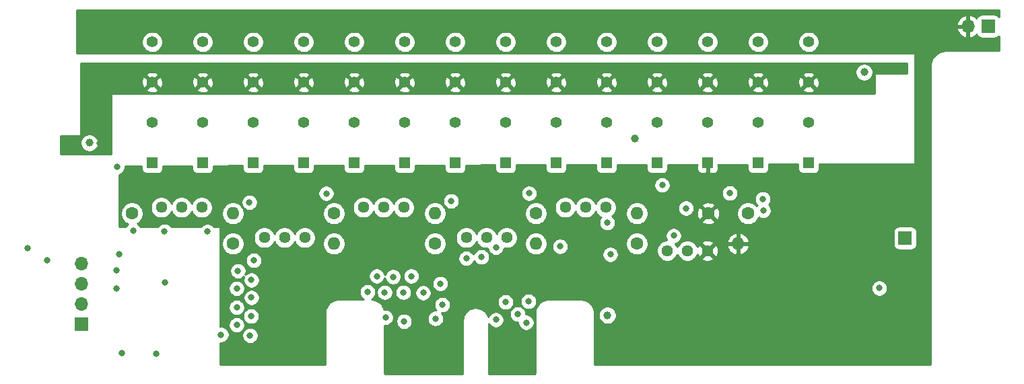
<source format=gbr>
G04 #@! TF.GenerationSoftware,KiCad,Pcbnew,(5.1.5)-3*
G04 #@! TF.CreationDate,2020-01-12T10:36:32-08:00*
G04 #@! TF.ProjectId,pin_driver,70696e5f-6472-4697-9665-722e6b696361,rev?*
G04 #@! TF.SameCoordinates,Original*
G04 #@! TF.FileFunction,Copper,L3,Inr*
G04 #@! TF.FilePolarity,Positive*
%FSLAX46Y46*%
G04 Gerber Fmt 4.6, Leading zero omitted, Abs format (unit mm)*
G04 Created by KiCad (PCBNEW (5.1.5)-3) date 2020-01-12 10:36:32*
%MOMM*%
%LPD*%
G04 APERTURE LIST*
%ADD10C,1.440000*%
%ADD11O,1.700000X1.700000*%
%ADD12R,1.700000X1.700000*%
%ADD13O,1.600000X1.600000*%
%ADD14C,1.600000*%
%ADD15R,1.400000X1.400000*%
%ADD16C,1.400000*%
%ADD17C,0.800000*%
%ADD18C,1.000000*%
%ADD19C,0.254000*%
G04 APERTURE END LIST*
D10*
X74041000Y-144653000D03*
X71501000Y-144653000D03*
X68961000Y-144653000D03*
X86995000Y-148463000D03*
X84455000Y-148463000D03*
X81915000Y-148463000D03*
X99441000Y-144653000D03*
X96901000Y-144653000D03*
X94361000Y-144653000D03*
X112395000Y-148463000D03*
X109855000Y-148463000D03*
X107315000Y-148463000D03*
X124841000Y-144653000D03*
X122301000Y-144653000D03*
X119761000Y-144653000D03*
X137668000Y-150114000D03*
X135128000Y-150114000D03*
X132588000Y-150114000D03*
D11*
X170410000Y-121850000D03*
D12*
X172950000Y-121850000D03*
D13*
X77978000Y-145415000D03*
D14*
X65278000Y-145415000D03*
D13*
X90678000Y-149225000D03*
D14*
X77978000Y-149225000D03*
D13*
X103378000Y-145415000D03*
D14*
X90678000Y-145415000D03*
D13*
X116078000Y-149225000D03*
D14*
X103378000Y-149225000D03*
D13*
X128778000Y-145415000D03*
D14*
X116078000Y-145415000D03*
D13*
X141478000Y-149225000D03*
D14*
X128778000Y-149225000D03*
D15*
X144018000Y-139065000D03*
D16*
X144018000Y-133985000D03*
X144018000Y-128905000D03*
X144018000Y-123825000D03*
D15*
X67818000Y-139065000D03*
D16*
X67818000Y-133985000D03*
X67818000Y-128905000D03*
X67818000Y-123825000D03*
D15*
X80518000Y-139065000D03*
D16*
X80518000Y-133985000D03*
X80518000Y-128905000D03*
X80518000Y-123825000D03*
D15*
X93218000Y-139065000D03*
D16*
X93218000Y-133985000D03*
X93218000Y-128905000D03*
X93218000Y-123825000D03*
D15*
X105918000Y-139065000D03*
D16*
X105918000Y-133985000D03*
X105918000Y-128905000D03*
X105918000Y-123825000D03*
D15*
X118618000Y-139065000D03*
D16*
X118618000Y-133985000D03*
X118618000Y-128905000D03*
X118618000Y-123825000D03*
D15*
X131318000Y-139065000D03*
D16*
X131318000Y-133985000D03*
X131318000Y-128905000D03*
X131318000Y-123825000D03*
D15*
X150368000Y-139065000D03*
D16*
X150368000Y-133985000D03*
X150368000Y-128905000D03*
X150368000Y-123825000D03*
D15*
X74168000Y-139065000D03*
D16*
X74168000Y-133985000D03*
X74168000Y-128905000D03*
X74168000Y-123825000D03*
D15*
X86868000Y-139065000D03*
D16*
X86868000Y-133985000D03*
X86868000Y-128905000D03*
X86868000Y-123825000D03*
D15*
X99568000Y-139065000D03*
D16*
X99568000Y-133985000D03*
X99568000Y-128905000D03*
X99568000Y-123825000D03*
D15*
X112268000Y-139065000D03*
D16*
X112268000Y-133985000D03*
X112268000Y-128905000D03*
X112268000Y-123825000D03*
D15*
X124968000Y-139065000D03*
D16*
X124968000Y-133985000D03*
X124968000Y-128905000D03*
X124968000Y-123825000D03*
D15*
X137668000Y-139065000D03*
D16*
X137668000Y-133985000D03*
X137668000Y-128905000D03*
X137668000Y-123825000D03*
D12*
X162483800Y-148513800D03*
D11*
X58928000Y-151765000D03*
X58928000Y-154305000D03*
X58928000Y-156845000D03*
D12*
X58928000Y-159385000D03*
D14*
X137748000Y-145415000D03*
X142748000Y-145415000D03*
D17*
X52146200Y-149783800D03*
X54635400Y-151333200D03*
X63373000Y-139547600D03*
X68351400Y-163068000D03*
X74752200Y-147701000D03*
X119100600Y-149555200D03*
X115214400Y-142875000D03*
X89712800Y-142900400D03*
X140436600Y-142849600D03*
X144653000Y-145059400D03*
X159258000Y-154813000D03*
X134950200Y-144754600D03*
X76479400Y-160680400D03*
X99500000Y-159000000D03*
X103450000Y-158650000D03*
X114850000Y-159150000D03*
X80035400Y-144018000D03*
X105410000Y-143840200D03*
X125044200Y-146583400D03*
X63982600Y-162991800D03*
X144602200Y-143586200D03*
X125438033Y-150570883D03*
X115150000Y-156475131D03*
X133400800Y-148209000D03*
X113800000Y-158100000D03*
X112252557Y-156575006D03*
X96050000Y-153300000D03*
X80128856Y-160780824D03*
X97050000Y-155350000D03*
X78450000Y-159450000D03*
X98100000Y-153400000D03*
X80250000Y-158350000D03*
X99400000Y-155349998D03*
X78450000Y-157250002D03*
X100400000Y-153300000D03*
X80300000Y-156000000D03*
X101900000Y-155400000D03*
X78450000Y-154850000D03*
X104050000Y-154250000D03*
X80300000Y-153800000D03*
X78600000Y-152650000D03*
X104300000Y-156900000D03*
X80582545Y-151322577D03*
X107315416Y-151074891D03*
X109228040Y-150889810D03*
D18*
X157353000Y-127635000D03*
X59918600Y-136525000D03*
X128535010Y-136016055D03*
X153746200Y-127609600D03*
X61315600Y-136550400D03*
X125069600Y-158242000D03*
X127660400Y-128905000D03*
D17*
X94900000Y-155300000D03*
X97149967Y-158500000D03*
X65405000Y-147574000D03*
X63627000Y-150520400D03*
X63300000Y-152550000D03*
X63350000Y-154850000D03*
X69367400Y-147650200D03*
X69418200Y-154076400D03*
X111041869Y-149681791D03*
X111048800Y-158800800D03*
X163068000Y-122047000D03*
X152146000Y-122809000D03*
X152146000Y-140081000D03*
X145796000Y-122809000D03*
X145796000Y-140081000D03*
X139446000Y-122809000D03*
X139446000Y-140081000D03*
X133096000Y-122809000D03*
X126746000Y-122809000D03*
X120396000Y-122809000D03*
X114046000Y-122809000D03*
X107696000Y-122809000D03*
X101346000Y-122809000D03*
X94996000Y-122809000D03*
X88646000Y-122809000D03*
X82296000Y-122809000D03*
X75946000Y-122809000D03*
X69596000Y-122809000D03*
X69596000Y-140081000D03*
X75946000Y-140081000D03*
X82296000Y-140081000D03*
X88646000Y-140081000D03*
X94996000Y-140081000D03*
X101346000Y-140081000D03*
X107696000Y-140081000D03*
X114046000Y-140081000D03*
X120396000Y-140081000D03*
X133096000Y-140081000D03*
X126657190Y-140072585D03*
X107800000Y-146800000D03*
X131953000Y-141833600D03*
D19*
G36*
X162687000Y-127762000D02*
G01*
X158750000Y-127762000D01*
X158725224Y-127764440D01*
X158701399Y-127771667D01*
X158679443Y-127783403D01*
X158660197Y-127799197D01*
X158644403Y-127818443D01*
X158632667Y-127840399D01*
X158625440Y-127864224D01*
X158623000Y-127889000D01*
X158623000Y-130302000D01*
X62738000Y-130302000D01*
X62713224Y-130304440D01*
X62689399Y-130311667D01*
X62667443Y-130323403D01*
X62648197Y-130339197D01*
X62632403Y-130358443D01*
X62620667Y-130380399D01*
X62613440Y-130404224D01*
X62611000Y-130429000D01*
X62611000Y-137922000D01*
X56261000Y-137922000D01*
X56261000Y-136413212D01*
X58783600Y-136413212D01*
X58783600Y-136636788D01*
X58827217Y-136856067D01*
X58912776Y-137062624D01*
X59036988Y-137248520D01*
X59195080Y-137406612D01*
X59380976Y-137530824D01*
X59587533Y-137616383D01*
X59806812Y-137660000D01*
X60030388Y-137660000D01*
X60249667Y-137616383D01*
X60456224Y-137530824D01*
X60642120Y-137406612D01*
X60800212Y-137248520D01*
X60924424Y-137062624D01*
X61009983Y-136856067D01*
X61053600Y-136636788D01*
X61053600Y-136413212D01*
X61009983Y-136193933D01*
X60924424Y-135987376D01*
X60800212Y-135801480D01*
X60642120Y-135643388D01*
X60456224Y-135519176D01*
X60249667Y-135433617D01*
X60030388Y-135390000D01*
X59806812Y-135390000D01*
X59587533Y-135433617D01*
X59380976Y-135519176D01*
X59195080Y-135643388D01*
X59036988Y-135801480D01*
X58912776Y-135987376D01*
X58827217Y-136193933D01*
X58783600Y-136413212D01*
X56261000Y-136413212D01*
X56261000Y-135636000D01*
X58674000Y-135636000D01*
X58698776Y-135633560D01*
X58722601Y-135626333D01*
X58744557Y-135614597D01*
X58763803Y-135598803D01*
X58779597Y-135579557D01*
X58791333Y-135557601D01*
X58798560Y-135533776D01*
X58801000Y-135509000D01*
X58801000Y-129826269D01*
X67076336Y-129826269D01*
X67135797Y-130060037D01*
X67374242Y-130170934D01*
X67629740Y-130233183D01*
X67892473Y-130244390D01*
X68152344Y-130204125D01*
X68399366Y-130113935D01*
X68500203Y-130060037D01*
X68559664Y-129826269D01*
X73426336Y-129826269D01*
X73485797Y-130060037D01*
X73724242Y-130170934D01*
X73979740Y-130233183D01*
X74242473Y-130244390D01*
X74502344Y-130204125D01*
X74749366Y-130113935D01*
X74850203Y-130060037D01*
X74909664Y-129826269D01*
X79776336Y-129826269D01*
X79835797Y-130060037D01*
X80074242Y-130170934D01*
X80329740Y-130233183D01*
X80592473Y-130244390D01*
X80852344Y-130204125D01*
X81099366Y-130113935D01*
X81200203Y-130060037D01*
X81259664Y-129826269D01*
X86126336Y-129826269D01*
X86185797Y-130060037D01*
X86424242Y-130170934D01*
X86679740Y-130233183D01*
X86942473Y-130244390D01*
X87202344Y-130204125D01*
X87449366Y-130113935D01*
X87550203Y-130060037D01*
X87609664Y-129826269D01*
X92476336Y-129826269D01*
X92535797Y-130060037D01*
X92774242Y-130170934D01*
X93029740Y-130233183D01*
X93292473Y-130244390D01*
X93552344Y-130204125D01*
X93799366Y-130113935D01*
X93900203Y-130060037D01*
X93959664Y-129826269D01*
X98826336Y-129826269D01*
X98885797Y-130060037D01*
X99124242Y-130170934D01*
X99379740Y-130233183D01*
X99642473Y-130244390D01*
X99902344Y-130204125D01*
X100149366Y-130113935D01*
X100250203Y-130060037D01*
X100309664Y-129826269D01*
X105176336Y-129826269D01*
X105235797Y-130060037D01*
X105474242Y-130170934D01*
X105729740Y-130233183D01*
X105992473Y-130244390D01*
X106252344Y-130204125D01*
X106499366Y-130113935D01*
X106600203Y-130060037D01*
X106659664Y-129826269D01*
X111526336Y-129826269D01*
X111585797Y-130060037D01*
X111824242Y-130170934D01*
X112079740Y-130233183D01*
X112342473Y-130244390D01*
X112602344Y-130204125D01*
X112849366Y-130113935D01*
X112950203Y-130060037D01*
X113009664Y-129826269D01*
X117876336Y-129826269D01*
X117935797Y-130060037D01*
X118174242Y-130170934D01*
X118429740Y-130233183D01*
X118692473Y-130244390D01*
X118952344Y-130204125D01*
X119199366Y-130113935D01*
X119300203Y-130060037D01*
X119359664Y-129826269D01*
X124226336Y-129826269D01*
X124285797Y-130060037D01*
X124524242Y-130170934D01*
X124779740Y-130233183D01*
X125042473Y-130244390D01*
X125302344Y-130204125D01*
X125549366Y-130113935D01*
X125650203Y-130060037D01*
X125709664Y-129826269D01*
X130576336Y-129826269D01*
X130635797Y-130060037D01*
X130874242Y-130170934D01*
X131129740Y-130233183D01*
X131392473Y-130244390D01*
X131652344Y-130204125D01*
X131899366Y-130113935D01*
X132000203Y-130060037D01*
X132059664Y-129826269D01*
X136926336Y-129826269D01*
X136985797Y-130060037D01*
X137224242Y-130170934D01*
X137479740Y-130233183D01*
X137742473Y-130244390D01*
X138002344Y-130204125D01*
X138249366Y-130113935D01*
X138350203Y-130060037D01*
X138409664Y-129826269D01*
X143276336Y-129826269D01*
X143335797Y-130060037D01*
X143574242Y-130170934D01*
X143829740Y-130233183D01*
X144092473Y-130244390D01*
X144352344Y-130204125D01*
X144599366Y-130113935D01*
X144700203Y-130060037D01*
X144759664Y-129826269D01*
X149626336Y-129826269D01*
X149685797Y-130060037D01*
X149924242Y-130170934D01*
X150179740Y-130233183D01*
X150442473Y-130244390D01*
X150702344Y-130204125D01*
X150949366Y-130113935D01*
X151050203Y-130060037D01*
X151109664Y-129826269D01*
X150368000Y-129084605D01*
X149626336Y-129826269D01*
X144759664Y-129826269D01*
X144018000Y-129084605D01*
X143276336Y-129826269D01*
X138409664Y-129826269D01*
X137668000Y-129084605D01*
X136926336Y-129826269D01*
X132059664Y-129826269D01*
X131318000Y-129084605D01*
X130576336Y-129826269D01*
X125709664Y-129826269D01*
X124968000Y-129084605D01*
X124226336Y-129826269D01*
X119359664Y-129826269D01*
X118618000Y-129084605D01*
X117876336Y-129826269D01*
X113009664Y-129826269D01*
X112268000Y-129084605D01*
X111526336Y-129826269D01*
X106659664Y-129826269D01*
X105918000Y-129084605D01*
X105176336Y-129826269D01*
X100309664Y-129826269D01*
X99568000Y-129084605D01*
X98826336Y-129826269D01*
X93959664Y-129826269D01*
X93218000Y-129084605D01*
X92476336Y-129826269D01*
X87609664Y-129826269D01*
X86868000Y-129084605D01*
X86126336Y-129826269D01*
X81259664Y-129826269D01*
X80518000Y-129084605D01*
X79776336Y-129826269D01*
X74909664Y-129826269D01*
X74168000Y-129084605D01*
X73426336Y-129826269D01*
X68559664Y-129826269D01*
X67818000Y-129084605D01*
X67076336Y-129826269D01*
X58801000Y-129826269D01*
X58801000Y-128979473D01*
X66478610Y-128979473D01*
X66518875Y-129239344D01*
X66609065Y-129486366D01*
X66662963Y-129587203D01*
X66896731Y-129646664D01*
X67638395Y-128905000D01*
X67997605Y-128905000D01*
X68739269Y-129646664D01*
X68973037Y-129587203D01*
X69083934Y-129348758D01*
X69146183Y-129093260D01*
X69151036Y-128979473D01*
X72828610Y-128979473D01*
X72868875Y-129239344D01*
X72959065Y-129486366D01*
X73012963Y-129587203D01*
X73246731Y-129646664D01*
X73988395Y-128905000D01*
X74347605Y-128905000D01*
X75089269Y-129646664D01*
X75323037Y-129587203D01*
X75433934Y-129348758D01*
X75496183Y-129093260D01*
X75501036Y-128979473D01*
X79178610Y-128979473D01*
X79218875Y-129239344D01*
X79309065Y-129486366D01*
X79362963Y-129587203D01*
X79596731Y-129646664D01*
X80338395Y-128905000D01*
X80697605Y-128905000D01*
X81439269Y-129646664D01*
X81673037Y-129587203D01*
X81783934Y-129348758D01*
X81846183Y-129093260D01*
X81851036Y-128979473D01*
X85528610Y-128979473D01*
X85568875Y-129239344D01*
X85659065Y-129486366D01*
X85712963Y-129587203D01*
X85946731Y-129646664D01*
X86688395Y-128905000D01*
X87047605Y-128905000D01*
X87789269Y-129646664D01*
X88023037Y-129587203D01*
X88133934Y-129348758D01*
X88196183Y-129093260D01*
X88201036Y-128979473D01*
X91878610Y-128979473D01*
X91918875Y-129239344D01*
X92009065Y-129486366D01*
X92062963Y-129587203D01*
X92296731Y-129646664D01*
X93038395Y-128905000D01*
X93397605Y-128905000D01*
X94139269Y-129646664D01*
X94373037Y-129587203D01*
X94483934Y-129348758D01*
X94546183Y-129093260D01*
X94551036Y-128979473D01*
X98228610Y-128979473D01*
X98268875Y-129239344D01*
X98359065Y-129486366D01*
X98412963Y-129587203D01*
X98646731Y-129646664D01*
X99388395Y-128905000D01*
X99747605Y-128905000D01*
X100489269Y-129646664D01*
X100723037Y-129587203D01*
X100833934Y-129348758D01*
X100896183Y-129093260D01*
X100901036Y-128979473D01*
X104578610Y-128979473D01*
X104618875Y-129239344D01*
X104709065Y-129486366D01*
X104762963Y-129587203D01*
X104996731Y-129646664D01*
X105738395Y-128905000D01*
X106097605Y-128905000D01*
X106839269Y-129646664D01*
X107073037Y-129587203D01*
X107183934Y-129348758D01*
X107246183Y-129093260D01*
X107251036Y-128979473D01*
X110928610Y-128979473D01*
X110968875Y-129239344D01*
X111059065Y-129486366D01*
X111112963Y-129587203D01*
X111346731Y-129646664D01*
X112088395Y-128905000D01*
X112447605Y-128905000D01*
X113189269Y-129646664D01*
X113423037Y-129587203D01*
X113533934Y-129348758D01*
X113596183Y-129093260D01*
X113601036Y-128979473D01*
X117278610Y-128979473D01*
X117318875Y-129239344D01*
X117409065Y-129486366D01*
X117462963Y-129587203D01*
X117696731Y-129646664D01*
X118438395Y-128905000D01*
X118797605Y-128905000D01*
X119539269Y-129646664D01*
X119773037Y-129587203D01*
X119883934Y-129348758D01*
X119946183Y-129093260D01*
X119951036Y-128979473D01*
X123628610Y-128979473D01*
X123668875Y-129239344D01*
X123759065Y-129486366D01*
X123812963Y-129587203D01*
X124046731Y-129646664D01*
X124788395Y-128905000D01*
X125147605Y-128905000D01*
X125889269Y-129646664D01*
X126123037Y-129587203D01*
X126233934Y-129348758D01*
X126296183Y-129093260D01*
X126301036Y-128979473D01*
X129978610Y-128979473D01*
X130018875Y-129239344D01*
X130109065Y-129486366D01*
X130162963Y-129587203D01*
X130396731Y-129646664D01*
X131138395Y-128905000D01*
X131497605Y-128905000D01*
X132239269Y-129646664D01*
X132473037Y-129587203D01*
X132583934Y-129348758D01*
X132646183Y-129093260D01*
X132651036Y-128979473D01*
X136328610Y-128979473D01*
X136368875Y-129239344D01*
X136459065Y-129486366D01*
X136512963Y-129587203D01*
X136746731Y-129646664D01*
X137488395Y-128905000D01*
X137847605Y-128905000D01*
X138589269Y-129646664D01*
X138823037Y-129587203D01*
X138933934Y-129348758D01*
X138996183Y-129093260D01*
X139001036Y-128979473D01*
X142678610Y-128979473D01*
X142718875Y-129239344D01*
X142809065Y-129486366D01*
X142862963Y-129587203D01*
X143096731Y-129646664D01*
X143838395Y-128905000D01*
X144197605Y-128905000D01*
X144939269Y-129646664D01*
X145173037Y-129587203D01*
X145283934Y-129348758D01*
X145346183Y-129093260D01*
X145351036Y-128979473D01*
X149028610Y-128979473D01*
X149068875Y-129239344D01*
X149159065Y-129486366D01*
X149212963Y-129587203D01*
X149446731Y-129646664D01*
X150188395Y-128905000D01*
X150547605Y-128905000D01*
X151289269Y-129646664D01*
X151523037Y-129587203D01*
X151633934Y-129348758D01*
X151696183Y-129093260D01*
X151707390Y-128830527D01*
X151667125Y-128570656D01*
X151576935Y-128323634D01*
X151523037Y-128222797D01*
X151289269Y-128163336D01*
X150547605Y-128905000D01*
X150188395Y-128905000D01*
X149446731Y-128163336D01*
X149212963Y-128222797D01*
X149102066Y-128461242D01*
X149039817Y-128716740D01*
X149028610Y-128979473D01*
X145351036Y-128979473D01*
X145357390Y-128830527D01*
X145317125Y-128570656D01*
X145226935Y-128323634D01*
X145173037Y-128222797D01*
X144939269Y-128163336D01*
X144197605Y-128905000D01*
X143838395Y-128905000D01*
X143096731Y-128163336D01*
X142862963Y-128222797D01*
X142752066Y-128461242D01*
X142689817Y-128716740D01*
X142678610Y-128979473D01*
X139001036Y-128979473D01*
X139007390Y-128830527D01*
X138967125Y-128570656D01*
X138876935Y-128323634D01*
X138823037Y-128222797D01*
X138589269Y-128163336D01*
X137847605Y-128905000D01*
X137488395Y-128905000D01*
X136746731Y-128163336D01*
X136512963Y-128222797D01*
X136402066Y-128461242D01*
X136339817Y-128716740D01*
X136328610Y-128979473D01*
X132651036Y-128979473D01*
X132657390Y-128830527D01*
X132617125Y-128570656D01*
X132526935Y-128323634D01*
X132473037Y-128222797D01*
X132239269Y-128163336D01*
X131497605Y-128905000D01*
X131138395Y-128905000D01*
X130396731Y-128163336D01*
X130162963Y-128222797D01*
X130052066Y-128461242D01*
X129989817Y-128716740D01*
X129978610Y-128979473D01*
X126301036Y-128979473D01*
X126307390Y-128830527D01*
X126267125Y-128570656D01*
X126176935Y-128323634D01*
X126123037Y-128222797D01*
X125889269Y-128163336D01*
X125147605Y-128905000D01*
X124788395Y-128905000D01*
X124046731Y-128163336D01*
X123812963Y-128222797D01*
X123702066Y-128461242D01*
X123639817Y-128716740D01*
X123628610Y-128979473D01*
X119951036Y-128979473D01*
X119957390Y-128830527D01*
X119917125Y-128570656D01*
X119826935Y-128323634D01*
X119773037Y-128222797D01*
X119539269Y-128163336D01*
X118797605Y-128905000D01*
X118438395Y-128905000D01*
X117696731Y-128163336D01*
X117462963Y-128222797D01*
X117352066Y-128461242D01*
X117289817Y-128716740D01*
X117278610Y-128979473D01*
X113601036Y-128979473D01*
X113607390Y-128830527D01*
X113567125Y-128570656D01*
X113476935Y-128323634D01*
X113423037Y-128222797D01*
X113189269Y-128163336D01*
X112447605Y-128905000D01*
X112088395Y-128905000D01*
X111346731Y-128163336D01*
X111112963Y-128222797D01*
X111002066Y-128461242D01*
X110939817Y-128716740D01*
X110928610Y-128979473D01*
X107251036Y-128979473D01*
X107257390Y-128830527D01*
X107217125Y-128570656D01*
X107126935Y-128323634D01*
X107073037Y-128222797D01*
X106839269Y-128163336D01*
X106097605Y-128905000D01*
X105738395Y-128905000D01*
X104996731Y-128163336D01*
X104762963Y-128222797D01*
X104652066Y-128461242D01*
X104589817Y-128716740D01*
X104578610Y-128979473D01*
X100901036Y-128979473D01*
X100907390Y-128830527D01*
X100867125Y-128570656D01*
X100776935Y-128323634D01*
X100723037Y-128222797D01*
X100489269Y-128163336D01*
X99747605Y-128905000D01*
X99388395Y-128905000D01*
X98646731Y-128163336D01*
X98412963Y-128222797D01*
X98302066Y-128461242D01*
X98239817Y-128716740D01*
X98228610Y-128979473D01*
X94551036Y-128979473D01*
X94557390Y-128830527D01*
X94517125Y-128570656D01*
X94426935Y-128323634D01*
X94373037Y-128222797D01*
X94139269Y-128163336D01*
X93397605Y-128905000D01*
X93038395Y-128905000D01*
X92296731Y-128163336D01*
X92062963Y-128222797D01*
X91952066Y-128461242D01*
X91889817Y-128716740D01*
X91878610Y-128979473D01*
X88201036Y-128979473D01*
X88207390Y-128830527D01*
X88167125Y-128570656D01*
X88076935Y-128323634D01*
X88023037Y-128222797D01*
X87789269Y-128163336D01*
X87047605Y-128905000D01*
X86688395Y-128905000D01*
X85946731Y-128163336D01*
X85712963Y-128222797D01*
X85602066Y-128461242D01*
X85539817Y-128716740D01*
X85528610Y-128979473D01*
X81851036Y-128979473D01*
X81857390Y-128830527D01*
X81817125Y-128570656D01*
X81726935Y-128323634D01*
X81673037Y-128222797D01*
X81439269Y-128163336D01*
X80697605Y-128905000D01*
X80338395Y-128905000D01*
X79596731Y-128163336D01*
X79362963Y-128222797D01*
X79252066Y-128461242D01*
X79189817Y-128716740D01*
X79178610Y-128979473D01*
X75501036Y-128979473D01*
X75507390Y-128830527D01*
X75467125Y-128570656D01*
X75376935Y-128323634D01*
X75323037Y-128222797D01*
X75089269Y-128163336D01*
X74347605Y-128905000D01*
X73988395Y-128905000D01*
X73246731Y-128163336D01*
X73012963Y-128222797D01*
X72902066Y-128461242D01*
X72839817Y-128716740D01*
X72828610Y-128979473D01*
X69151036Y-128979473D01*
X69157390Y-128830527D01*
X69117125Y-128570656D01*
X69026935Y-128323634D01*
X68973037Y-128222797D01*
X68739269Y-128163336D01*
X67997605Y-128905000D01*
X67638395Y-128905000D01*
X66896731Y-128163336D01*
X66662963Y-128222797D01*
X66552066Y-128461242D01*
X66489817Y-128716740D01*
X66478610Y-128979473D01*
X58801000Y-128979473D01*
X58801000Y-127983731D01*
X67076336Y-127983731D01*
X67818000Y-128725395D01*
X68559664Y-127983731D01*
X73426336Y-127983731D01*
X74168000Y-128725395D01*
X74909664Y-127983731D01*
X79776336Y-127983731D01*
X80518000Y-128725395D01*
X81259664Y-127983731D01*
X86126336Y-127983731D01*
X86868000Y-128725395D01*
X87609664Y-127983731D01*
X92476336Y-127983731D01*
X93218000Y-128725395D01*
X93959664Y-127983731D01*
X98826336Y-127983731D01*
X99568000Y-128725395D01*
X100309664Y-127983731D01*
X105176336Y-127983731D01*
X105918000Y-128725395D01*
X106659664Y-127983731D01*
X111526336Y-127983731D01*
X112268000Y-128725395D01*
X113009664Y-127983731D01*
X117876336Y-127983731D01*
X118618000Y-128725395D01*
X119359664Y-127983731D01*
X124226336Y-127983731D01*
X124968000Y-128725395D01*
X125709664Y-127983731D01*
X130576336Y-127983731D01*
X131318000Y-128725395D01*
X132059664Y-127983731D01*
X136926336Y-127983731D01*
X137668000Y-128725395D01*
X138409664Y-127983731D01*
X143276336Y-127983731D01*
X144018000Y-128725395D01*
X144759664Y-127983731D01*
X149626336Y-127983731D01*
X150368000Y-128725395D01*
X151109664Y-127983731D01*
X151050203Y-127749963D01*
X150811758Y-127639066D01*
X150556260Y-127576817D01*
X150293527Y-127565610D01*
X150033656Y-127605875D01*
X149786634Y-127696065D01*
X149685797Y-127749963D01*
X149626336Y-127983731D01*
X144759664Y-127983731D01*
X144700203Y-127749963D01*
X144461758Y-127639066D01*
X144206260Y-127576817D01*
X143943527Y-127565610D01*
X143683656Y-127605875D01*
X143436634Y-127696065D01*
X143335797Y-127749963D01*
X143276336Y-127983731D01*
X138409664Y-127983731D01*
X138350203Y-127749963D01*
X138111758Y-127639066D01*
X137856260Y-127576817D01*
X137593527Y-127565610D01*
X137333656Y-127605875D01*
X137086634Y-127696065D01*
X136985797Y-127749963D01*
X136926336Y-127983731D01*
X132059664Y-127983731D01*
X132000203Y-127749963D01*
X131761758Y-127639066D01*
X131506260Y-127576817D01*
X131243527Y-127565610D01*
X130983656Y-127605875D01*
X130736634Y-127696065D01*
X130635797Y-127749963D01*
X130576336Y-127983731D01*
X125709664Y-127983731D01*
X125650203Y-127749963D01*
X125411758Y-127639066D01*
X125156260Y-127576817D01*
X124893527Y-127565610D01*
X124633656Y-127605875D01*
X124386634Y-127696065D01*
X124285797Y-127749963D01*
X124226336Y-127983731D01*
X119359664Y-127983731D01*
X119300203Y-127749963D01*
X119061758Y-127639066D01*
X118806260Y-127576817D01*
X118543527Y-127565610D01*
X118283656Y-127605875D01*
X118036634Y-127696065D01*
X117935797Y-127749963D01*
X117876336Y-127983731D01*
X113009664Y-127983731D01*
X112950203Y-127749963D01*
X112711758Y-127639066D01*
X112456260Y-127576817D01*
X112193527Y-127565610D01*
X111933656Y-127605875D01*
X111686634Y-127696065D01*
X111585797Y-127749963D01*
X111526336Y-127983731D01*
X106659664Y-127983731D01*
X106600203Y-127749963D01*
X106361758Y-127639066D01*
X106106260Y-127576817D01*
X105843527Y-127565610D01*
X105583656Y-127605875D01*
X105336634Y-127696065D01*
X105235797Y-127749963D01*
X105176336Y-127983731D01*
X100309664Y-127983731D01*
X100250203Y-127749963D01*
X100011758Y-127639066D01*
X99756260Y-127576817D01*
X99493527Y-127565610D01*
X99233656Y-127605875D01*
X98986634Y-127696065D01*
X98885797Y-127749963D01*
X98826336Y-127983731D01*
X93959664Y-127983731D01*
X93900203Y-127749963D01*
X93661758Y-127639066D01*
X93406260Y-127576817D01*
X93143527Y-127565610D01*
X92883656Y-127605875D01*
X92636634Y-127696065D01*
X92535797Y-127749963D01*
X92476336Y-127983731D01*
X87609664Y-127983731D01*
X87550203Y-127749963D01*
X87311758Y-127639066D01*
X87056260Y-127576817D01*
X86793527Y-127565610D01*
X86533656Y-127605875D01*
X86286634Y-127696065D01*
X86185797Y-127749963D01*
X86126336Y-127983731D01*
X81259664Y-127983731D01*
X81200203Y-127749963D01*
X80961758Y-127639066D01*
X80706260Y-127576817D01*
X80443527Y-127565610D01*
X80183656Y-127605875D01*
X79936634Y-127696065D01*
X79835797Y-127749963D01*
X79776336Y-127983731D01*
X74909664Y-127983731D01*
X74850203Y-127749963D01*
X74611758Y-127639066D01*
X74356260Y-127576817D01*
X74093527Y-127565610D01*
X73833656Y-127605875D01*
X73586634Y-127696065D01*
X73485797Y-127749963D01*
X73426336Y-127983731D01*
X68559664Y-127983731D01*
X68500203Y-127749963D01*
X68261758Y-127639066D01*
X68006260Y-127576817D01*
X67743527Y-127565610D01*
X67483656Y-127605875D01*
X67236634Y-127696065D01*
X67135797Y-127749963D01*
X67076336Y-127983731D01*
X58801000Y-127983731D01*
X58801000Y-127523212D01*
X156218000Y-127523212D01*
X156218000Y-127746788D01*
X156261617Y-127966067D01*
X156347176Y-128172624D01*
X156471388Y-128358520D01*
X156629480Y-128516612D01*
X156815376Y-128640824D01*
X157021933Y-128726383D01*
X157241212Y-128770000D01*
X157464788Y-128770000D01*
X157684067Y-128726383D01*
X157890624Y-128640824D01*
X158076520Y-128516612D01*
X158234612Y-128358520D01*
X158358824Y-128172624D01*
X158444383Y-127966067D01*
X158488000Y-127746788D01*
X158488000Y-127523212D01*
X158444383Y-127303933D01*
X158358824Y-127097376D01*
X158234612Y-126911480D01*
X158076520Y-126753388D01*
X157890624Y-126629176D01*
X157684067Y-126543617D01*
X157464788Y-126500000D01*
X157241212Y-126500000D01*
X157021933Y-126543617D01*
X156815376Y-126629176D01*
X156629480Y-126753388D01*
X156471388Y-126911480D01*
X156347176Y-127097376D01*
X156261617Y-127303933D01*
X156218000Y-127523212D01*
X58801000Y-127523212D01*
X58801000Y-126492000D01*
X162687000Y-126492000D01*
X162687000Y-127762000D01*
G37*
X162687000Y-127762000D02*
X158750000Y-127762000D01*
X158725224Y-127764440D01*
X158701399Y-127771667D01*
X158679443Y-127783403D01*
X158660197Y-127799197D01*
X158644403Y-127818443D01*
X158632667Y-127840399D01*
X158625440Y-127864224D01*
X158623000Y-127889000D01*
X158623000Y-130302000D01*
X62738000Y-130302000D01*
X62713224Y-130304440D01*
X62689399Y-130311667D01*
X62667443Y-130323403D01*
X62648197Y-130339197D01*
X62632403Y-130358443D01*
X62620667Y-130380399D01*
X62613440Y-130404224D01*
X62611000Y-130429000D01*
X62611000Y-137922000D01*
X56261000Y-137922000D01*
X56261000Y-136413212D01*
X58783600Y-136413212D01*
X58783600Y-136636788D01*
X58827217Y-136856067D01*
X58912776Y-137062624D01*
X59036988Y-137248520D01*
X59195080Y-137406612D01*
X59380976Y-137530824D01*
X59587533Y-137616383D01*
X59806812Y-137660000D01*
X60030388Y-137660000D01*
X60249667Y-137616383D01*
X60456224Y-137530824D01*
X60642120Y-137406612D01*
X60800212Y-137248520D01*
X60924424Y-137062624D01*
X61009983Y-136856067D01*
X61053600Y-136636788D01*
X61053600Y-136413212D01*
X61009983Y-136193933D01*
X60924424Y-135987376D01*
X60800212Y-135801480D01*
X60642120Y-135643388D01*
X60456224Y-135519176D01*
X60249667Y-135433617D01*
X60030388Y-135390000D01*
X59806812Y-135390000D01*
X59587533Y-135433617D01*
X59380976Y-135519176D01*
X59195080Y-135643388D01*
X59036988Y-135801480D01*
X58912776Y-135987376D01*
X58827217Y-136193933D01*
X58783600Y-136413212D01*
X56261000Y-136413212D01*
X56261000Y-135636000D01*
X58674000Y-135636000D01*
X58698776Y-135633560D01*
X58722601Y-135626333D01*
X58744557Y-135614597D01*
X58763803Y-135598803D01*
X58779597Y-135579557D01*
X58791333Y-135557601D01*
X58798560Y-135533776D01*
X58801000Y-135509000D01*
X58801000Y-129826269D01*
X67076336Y-129826269D01*
X67135797Y-130060037D01*
X67374242Y-130170934D01*
X67629740Y-130233183D01*
X67892473Y-130244390D01*
X68152344Y-130204125D01*
X68399366Y-130113935D01*
X68500203Y-130060037D01*
X68559664Y-129826269D01*
X73426336Y-129826269D01*
X73485797Y-130060037D01*
X73724242Y-130170934D01*
X73979740Y-130233183D01*
X74242473Y-130244390D01*
X74502344Y-130204125D01*
X74749366Y-130113935D01*
X74850203Y-130060037D01*
X74909664Y-129826269D01*
X79776336Y-129826269D01*
X79835797Y-130060037D01*
X80074242Y-130170934D01*
X80329740Y-130233183D01*
X80592473Y-130244390D01*
X80852344Y-130204125D01*
X81099366Y-130113935D01*
X81200203Y-130060037D01*
X81259664Y-129826269D01*
X86126336Y-129826269D01*
X86185797Y-130060037D01*
X86424242Y-130170934D01*
X86679740Y-130233183D01*
X86942473Y-130244390D01*
X87202344Y-130204125D01*
X87449366Y-130113935D01*
X87550203Y-130060037D01*
X87609664Y-129826269D01*
X92476336Y-129826269D01*
X92535797Y-130060037D01*
X92774242Y-130170934D01*
X93029740Y-130233183D01*
X93292473Y-130244390D01*
X93552344Y-130204125D01*
X93799366Y-130113935D01*
X93900203Y-130060037D01*
X93959664Y-129826269D01*
X98826336Y-129826269D01*
X98885797Y-130060037D01*
X99124242Y-130170934D01*
X99379740Y-130233183D01*
X99642473Y-130244390D01*
X99902344Y-130204125D01*
X100149366Y-130113935D01*
X100250203Y-130060037D01*
X100309664Y-129826269D01*
X105176336Y-129826269D01*
X105235797Y-130060037D01*
X105474242Y-130170934D01*
X105729740Y-130233183D01*
X105992473Y-130244390D01*
X106252344Y-130204125D01*
X106499366Y-130113935D01*
X106600203Y-130060037D01*
X106659664Y-129826269D01*
X111526336Y-129826269D01*
X111585797Y-130060037D01*
X111824242Y-130170934D01*
X112079740Y-130233183D01*
X112342473Y-130244390D01*
X112602344Y-130204125D01*
X112849366Y-130113935D01*
X112950203Y-130060037D01*
X113009664Y-129826269D01*
X117876336Y-129826269D01*
X117935797Y-130060037D01*
X118174242Y-130170934D01*
X118429740Y-130233183D01*
X118692473Y-130244390D01*
X118952344Y-130204125D01*
X119199366Y-130113935D01*
X119300203Y-130060037D01*
X119359664Y-129826269D01*
X124226336Y-129826269D01*
X124285797Y-130060037D01*
X124524242Y-130170934D01*
X124779740Y-130233183D01*
X125042473Y-130244390D01*
X125302344Y-130204125D01*
X125549366Y-130113935D01*
X125650203Y-130060037D01*
X125709664Y-129826269D01*
X130576336Y-129826269D01*
X130635797Y-130060037D01*
X130874242Y-130170934D01*
X131129740Y-130233183D01*
X131392473Y-130244390D01*
X131652344Y-130204125D01*
X131899366Y-130113935D01*
X132000203Y-130060037D01*
X132059664Y-129826269D01*
X136926336Y-129826269D01*
X136985797Y-130060037D01*
X137224242Y-130170934D01*
X137479740Y-130233183D01*
X137742473Y-130244390D01*
X138002344Y-130204125D01*
X138249366Y-130113935D01*
X138350203Y-130060037D01*
X138409664Y-129826269D01*
X143276336Y-129826269D01*
X143335797Y-130060037D01*
X143574242Y-130170934D01*
X143829740Y-130233183D01*
X144092473Y-130244390D01*
X144352344Y-130204125D01*
X144599366Y-130113935D01*
X144700203Y-130060037D01*
X144759664Y-129826269D01*
X149626336Y-129826269D01*
X149685797Y-130060037D01*
X149924242Y-130170934D01*
X150179740Y-130233183D01*
X150442473Y-130244390D01*
X150702344Y-130204125D01*
X150949366Y-130113935D01*
X151050203Y-130060037D01*
X151109664Y-129826269D01*
X150368000Y-129084605D01*
X149626336Y-129826269D01*
X144759664Y-129826269D01*
X144018000Y-129084605D01*
X143276336Y-129826269D01*
X138409664Y-129826269D01*
X137668000Y-129084605D01*
X136926336Y-129826269D01*
X132059664Y-129826269D01*
X131318000Y-129084605D01*
X130576336Y-129826269D01*
X125709664Y-129826269D01*
X124968000Y-129084605D01*
X124226336Y-129826269D01*
X119359664Y-129826269D01*
X118618000Y-129084605D01*
X117876336Y-129826269D01*
X113009664Y-129826269D01*
X112268000Y-129084605D01*
X111526336Y-129826269D01*
X106659664Y-129826269D01*
X105918000Y-129084605D01*
X105176336Y-129826269D01*
X100309664Y-129826269D01*
X99568000Y-129084605D01*
X98826336Y-129826269D01*
X93959664Y-129826269D01*
X93218000Y-129084605D01*
X92476336Y-129826269D01*
X87609664Y-129826269D01*
X86868000Y-129084605D01*
X86126336Y-129826269D01*
X81259664Y-129826269D01*
X80518000Y-129084605D01*
X79776336Y-129826269D01*
X74909664Y-129826269D01*
X74168000Y-129084605D01*
X73426336Y-129826269D01*
X68559664Y-129826269D01*
X67818000Y-129084605D01*
X67076336Y-129826269D01*
X58801000Y-129826269D01*
X58801000Y-128979473D01*
X66478610Y-128979473D01*
X66518875Y-129239344D01*
X66609065Y-129486366D01*
X66662963Y-129587203D01*
X66896731Y-129646664D01*
X67638395Y-128905000D01*
X67997605Y-128905000D01*
X68739269Y-129646664D01*
X68973037Y-129587203D01*
X69083934Y-129348758D01*
X69146183Y-129093260D01*
X69151036Y-128979473D01*
X72828610Y-128979473D01*
X72868875Y-129239344D01*
X72959065Y-129486366D01*
X73012963Y-129587203D01*
X73246731Y-129646664D01*
X73988395Y-128905000D01*
X74347605Y-128905000D01*
X75089269Y-129646664D01*
X75323037Y-129587203D01*
X75433934Y-129348758D01*
X75496183Y-129093260D01*
X75501036Y-128979473D01*
X79178610Y-128979473D01*
X79218875Y-129239344D01*
X79309065Y-129486366D01*
X79362963Y-129587203D01*
X79596731Y-129646664D01*
X80338395Y-128905000D01*
X80697605Y-128905000D01*
X81439269Y-129646664D01*
X81673037Y-129587203D01*
X81783934Y-129348758D01*
X81846183Y-129093260D01*
X81851036Y-128979473D01*
X85528610Y-128979473D01*
X85568875Y-129239344D01*
X85659065Y-129486366D01*
X85712963Y-129587203D01*
X85946731Y-129646664D01*
X86688395Y-128905000D01*
X87047605Y-128905000D01*
X87789269Y-129646664D01*
X88023037Y-129587203D01*
X88133934Y-129348758D01*
X88196183Y-129093260D01*
X88201036Y-128979473D01*
X91878610Y-128979473D01*
X91918875Y-129239344D01*
X92009065Y-129486366D01*
X92062963Y-129587203D01*
X92296731Y-129646664D01*
X93038395Y-128905000D01*
X93397605Y-128905000D01*
X94139269Y-129646664D01*
X94373037Y-129587203D01*
X94483934Y-129348758D01*
X94546183Y-129093260D01*
X94551036Y-128979473D01*
X98228610Y-128979473D01*
X98268875Y-129239344D01*
X98359065Y-129486366D01*
X98412963Y-129587203D01*
X98646731Y-129646664D01*
X99388395Y-128905000D01*
X99747605Y-128905000D01*
X100489269Y-129646664D01*
X100723037Y-129587203D01*
X100833934Y-129348758D01*
X100896183Y-129093260D01*
X100901036Y-128979473D01*
X104578610Y-128979473D01*
X104618875Y-129239344D01*
X104709065Y-129486366D01*
X104762963Y-129587203D01*
X104996731Y-129646664D01*
X105738395Y-128905000D01*
X106097605Y-128905000D01*
X106839269Y-129646664D01*
X107073037Y-129587203D01*
X107183934Y-129348758D01*
X107246183Y-129093260D01*
X107251036Y-128979473D01*
X110928610Y-128979473D01*
X110968875Y-129239344D01*
X111059065Y-129486366D01*
X111112963Y-129587203D01*
X111346731Y-129646664D01*
X112088395Y-128905000D01*
X112447605Y-128905000D01*
X113189269Y-129646664D01*
X113423037Y-129587203D01*
X113533934Y-129348758D01*
X113596183Y-129093260D01*
X113601036Y-128979473D01*
X117278610Y-128979473D01*
X117318875Y-129239344D01*
X117409065Y-129486366D01*
X117462963Y-129587203D01*
X117696731Y-129646664D01*
X118438395Y-128905000D01*
X118797605Y-128905000D01*
X119539269Y-129646664D01*
X119773037Y-129587203D01*
X119883934Y-129348758D01*
X119946183Y-129093260D01*
X119951036Y-128979473D01*
X123628610Y-128979473D01*
X123668875Y-129239344D01*
X123759065Y-129486366D01*
X123812963Y-129587203D01*
X124046731Y-129646664D01*
X124788395Y-128905000D01*
X125147605Y-128905000D01*
X125889269Y-129646664D01*
X126123037Y-129587203D01*
X126233934Y-129348758D01*
X126296183Y-129093260D01*
X126301036Y-128979473D01*
X129978610Y-128979473D01*
X130018875Y-129239344D01*
X130109065Y-129486366D01*
X130162963Y-129587203D01*
X130396731Y-129646664D01*
X131138395Y-128905000D01*
X131497605Y-128905000D01*
X132239269Y-129646664D01*
X132473037Y-129587203D01*
X132583934Y-129348758D01*
X132646183Y-129093260D01*
X132651036Y-128979473D01*
X136328610Y-128979473D01*
X136368875Y-129239344D01*
X136459065Y-129486366D01*
X136512963Y-129587203D01*
X136746731Y-129646664D01*
X137488395Y-128905000D01*
X137847605Y-128905000D01*
X138589269Y-129646664D01*
X138823037Y-129587203D01*
X138933934Y-129348758D01*
X138996183Y-129093260D01*
X139001036Y-128979473D01*
X142678610Y-128979473D01*
X142718875Y-129239344D01*
X142809065Y-129486366D01*
X142862963Y-129587203D01*
X143096731Y-129646664D01*
X143838395Y-128905000D01*
X144197605Y-128905000D01*
X144939269Y-129646664D01*
X145173037Y-129587203D01*
X145283934Y-129348758D01*
X145346183Y-129093260D01*
X145351036Y-128979473D01*
X149028610Y-128979473D01*
X149068875Y-129239344D01*
X149159065Y-129486366D01*
X149212963Y-129587203D01*
X149446731Y-129646664D01*
X150188395Y-128905000D01*
X150547605Y-128905000D01*
X151289269Y-129646664D01*
X151523037Y-129587203D01*
X151633934Y-129348758D01*
X151696183Y-129093260D01*
X151707390Y-128830527D01*
X151667125Y-128570656D01*
X151576935Y-128323634D01*
X151523037Y-128222797D01*
X151289269Y-128163336D01*
X150547605Y-128905000D01*
X150188395Y-128905000D01*
X149446731Y-128163336D01*
X149212963Y-128222797D01*
X149102066Y-128461242D01*
X149039817Y-128716740D01*
X149028610Y-128979473D01*
X145351036Y-128979473D01*
X145357390Y-128830527D01*
X145317125Y-128570656D01*
X145226935Y-128323634D01*
X145173037Y-128222797D01*
X144939269Y-128163336D01*
X144197605Y-128905000D01*
X143838395Y-128905000D01*
X143096731Y-128163336D01*
X142862963Y-128222797D01*
X142752066Y-128461242D01*
X142689817Y-128716740D01*
X142678610Y-128979473D01*
X139001036Y-128979473D01*
X139007390Y-128830527D01*
X138967125Y-128570656D01*
X138876935Y-128323634D01*
X138823037Y-128222797D01*
X138589269Y-128163336D01*
X137847605Y-128905000D01*
X137488395Y-128905000D01*
X136746731Y-128163336D01*
X136512963Y-128222797D01*
X136402066Y-128461242D01*
X136339817Y-128716740D01*
X136328610Y-128979473D01*
X132651036Y-128979473D01*
X132657390Y-128830527D01*
X132617125Y-128570656D01*
X132526935Y-128323634D01*
X132473037Y-128222797D01*
X132239269Y-128163336D01*
X131497605Y-128905000D01*
X131138395Y-128905000D01*
X130396731Y-128163336D01*
X130162963Y-128222797D01*
X130052066Y-128461242D01*
X129989817Y-128716740D01*
X129978610Y-128979473D01*
X126301036Y-128979473D01*
X126307390Y-128830527D01*
X126267125Y-128570656D01*
X126176935Y-128323634D01*
X126123037Y-128222797D01*
X125889269Y-128163336D01*
X125147605Y-128905000D01*
X124788395Y-128905000D01*
X124046731Y-128163336D01*
X123812963Y-128222797D01*
X123702066Y-128461242D01*
X123639817Y-128716740D01*
X123628610Y-128979473D01*
X119951036Y-128979473D01*
X119957390Y-128830527D01*
X119917125Y-128570656D01*
X119826935Y-128323634D01*
X119773037Y-128222797D01*
X119539269Y-128163336D01*
X118797605Y-128905000D01*
X118438395Y-128905000D01*
X117696731Y-128163336D01*
X117462963Y-128222797D01*
X117352066Y-128461242D01*
X117289817Y-128716740D01*
X117278610Y-128979473D01*
X113601036Y-128979473D01*
X113607390Y-128830527D01*
X113567125Y-128570656D01*
X113476935Y-128323634D01*
X113423037Y-128222797D01*
X113189269Y-128163336D01*
X112447605Y-128905000D01*
X112088395Y-128905000D01*
X111346731Y-128163336D01*
X111112963Y-128222797D01*
X111002066Y-128461242D01*
X110939817Y-128716740D01*
X110928610Y-128979473D01*
X107251036Y-128979473D01*
X107257390Y-128830527D01*
X107217125Y-128570656D01*
X107126935Y-128323634D01*
X107073037Y-128222797D01*
X106839269Y-128163336D01*
X106097605Y-128905000D01*
X105738395Y-128905000D01*
X104996731Y-128163336D01*
X104762963Y-128222797D01*
X104652066Y-128461242D01*
X104589817Y-128716740D01*
X104578610Y-128979473D01*
X100901036Y-128979473D01*
X100907390Y-128830527D01*
X100867125Y-128570656D01*
X100776935Y-128323634D01*
X100723037Y-128222797D01*
X100489269Y-128163336D01*
X99747605Y-128905000D01*
X99388395Y-128905000D01*
X98646731Y-128163336D01*
X98412963Y-128222797D01*
X98302066Y-128461242D01*
X98239817Y-128716740D01*
X98228610Y-128979473D01*
X94551036Y-128979473D01*
X94557390Y-128830527D01*
X94517125Y-128570656D01*
X94426935Y-128323634D01*
X94373037Y-128222797D01*
X94139269Y-128163336D01*
X93397605Y-128905000D01*
X93038395Y-128905000D01*
X92296731Y-128163336D01*
X92062963Y-128222797D01*
X91952066Y-128461242D01*
X91889817Y-128716740D01*
X91878610Y-128979473D01*
X88201036Y-128979473D01*
X88207390Y-128830527D01*
X88167125Y-128570656D01*
X88076935Y-128323634D01*
X88023037Y-128222797D01*
X87789269Y-128163336D01*
X87047605Y-128905000D01*
X86688395Y-128905000D01*
X85946731Y-128163336D01*
X85712963Y-128222797D01*
X85602066Y-128461242D01*
X85539817Y-128716740D01*
X85528610Y-128979473D01*
X81851036Y-128979473D01*
X81857390Y-128830527D01*
X81817125Y-128570656D01*
X81726935Y-128323634D01*
X81673037Y-128222797D01*
X81439269Y-128163336D01*
X80697605Y-128905000D01*
X80338395Y-128905000D01*
X79596731Y-128163336D01*
X79362963Y-128222797D01*
X79252066Y-128461242D01*
X79189817Y-128716740D01*
X79178610Y-128979473D01*
X75501036Y-128979473D01*
X75507390Y-128830527D01*
X75467125Y-128570656D01*
X75376935Y-128323634D01*
X75323037Y-128222797D01*
X75089269Y-128163336D01*
X74347605Y-128905000D01*
X73988395Y-128905000D01*
X73246731Y-128163336D01*
X73012963Y-128222797D01*
X72902066Y-128461242D01*
X72839817Y-128716740D01*
X72828610Y-128979473D01*
X69151036Y-128979473D01*
X69157390Y-128830527D01*
X69117125Y-128570656D01*
X69026935Y-128323634D01*
X68973037Y-128222797D01*
X68739269Y-128163336D01*
X67997605Y-128905000D01*
X67638395Y-128905000D01*
X66896731Y-128163336D01*
X66662963Y-128222797D01*
X66552066Y-128461242D01*
X66489817Y-128716740D01*
X66478610Y-128979473D01*
X58801000Y-128979473D01*
X58801000Y-127983731D01*
X67076336Y-127983731D01*
X67818000Y-128725395D01*
X68559664Y-127983731D01*
X73426336Y-127983731D01*
X74168000Y-128725395D01*
X74909664Y-127983731D01*
X79776336Y-127983731D01*
X80518000Y-128725395D01*
X81259664Y-127983731D01*
X86126336Y-127983731D01*
X86868000Y-128725395D01*
X87609664Y-127983731D01*
X92476336Y-127983731D01*
X93218000Y-128725395D01*
X93959664Y-127983731D01*
X98826336Y-127983731D01*
X99568000Y-128725395D01*
X100309664Y-127983731D01*
X105176336Y-127983731D01*
X105918000Y-128725395D01*
X106659664Y-127983731D01*
X111526336Y-127983731D01*
X112268000Y-128725395D01*
X113009664Y-127983731D01*
X117876336Y-127983731D01*
X118618000Y-128725395D01*
X119359664Y-127983731D01*
X124226336Y-127983731D01*
X124968000Y-128725395D01*
X125709664Y-127983731D01*
X130576336Y-127983731D01*
X131318000Y-128725395D01*
X132059664Y-127983731D01*
X136926336Y-127983731D01*
X137668000Y-128725395D01*
X138409664Y-127983731D01*
X143276336Y-127983731D01*
X144018000Y-128725395D01*
X144759664Y-127983731D01*
X149626336Y-127983731D01*
X150368000Y-128725395D01*
X151109664Y-127983731D01*
X151050203Y-127749963D01*
X150811758Y-127639066D01*
X150556260Y-127576817D01*
X150293527Y-127565610D01*
X150033656Y-127605875D01*
X149786634Y-127696065D01*
X149685797Y-127749963D01*
X149626336Y-127983731D01*
X144759664Y-127983731D01*
X144700203Y-127749963D01*
X144461758Y-127639066D01*
X144206260Y-127576817D01*
X143943527Y-127565610D01*
X143683656Y-127605875D01*
X143436634Y-127696065D01*
X143335797Y-127749963D01*
X143276336Y-127983731D01*
X138409664Y-127983731D01*
X138350203Y-127749963D01*
X138111758Y-127639066D01*
X137856260Y-127576817D01*
X137593527Y-127565610D01*
X137333656Y-127605875D01*
X137086634Y-127696065D01*
X136985797Y-127749963D01*
X136926336Y-127983731D01*
X132059664Y-127983731D01*
X132000203Y-127749963D01*
X131761758Y-127639066D01*
X131506260Y-127576817D01*
X131243527Y-127565610D01*
X130983656Y-127605875D01*
X130736634Y-127696065D01*
X130635797Y-127749963D01*
X130576336Y-127983731D01*
X125709664Y-127983731D01*
X125650203Y-127749963D01*
X125411758Y-127639066D01*
X125156260Y-127576817D01*
X124893527Y-127565610D01*
X124633656Y-127605875D01*
X124386634Y-127696065D01*
X124285797Y-127749963D01*
X124226336Y-127983731D01*
X119359664Y-127983731D01*
X119300203Y-127749963D01*
X119061758Y-127639066D01*
X118806260Y-127576817D01*
X118543527Y-127565610D01*
X118283656Y-127605875D01*
X118036634Y-127696065D01*
X117935797Y-127749963D01*
X117876336Y-127983731D01*
X113009664Y-127983731D01*
X112950203Y-127749963D01*
X112711758Y-127639066D01*
X112456260Y-127576817D01*
X112193527Y-127565610D01*
X111933656Y-127605875D01*
X111686634Y-127696065D01*
X111585797Y-127749963D01*
X111526336Y-127983731D01*
X106659664Y-127983731D01*
X106600203Y-127749963D01*
X106361758Y-127639066D01*
X106106260Y-127576817D01*
X105843527Y-127565610D01*
X105583656Y-127605875D01*
X105336634Y-127696065D01*
X105235797Y-127749963D01*
X105176336Y-127983731D01*
X100309664Y-127983731D01*
X100250203Y-127749963D01*
X100011758Y-127639066D01*
X99756260Y-127576817D01*
X99493527Y-127565610D01*
X99233656Y-127605875D01*
X98986634Y-127696065D01*
X98885797Y-127749963D01*
X98826336Y-127983731D01*
X93959664Y-127983731D01*
X93900203Y-127749963D01*
X93661758Y-127639066D01*
X93406260Y-127576817D01*
X93143527Y-127565610D01*
X92883656Y-127605875D01*
X92636634Y-127696065D01*
X92535797Y-127749963D01*
X92476336Y-127983731D01*
X87609664Y-127983731D01*
X87550203Y-127749963D01*
X87311758Y-127639066D01*
X87056260Y-127576817D01*
X86793527Y-127565610D01*
X86533656Y-127605875D01*
X86286634Y-127696065D01*
X86185797Y-127749963D01*
X86126336Y-127983731D01*
X81259664Y-127983731D01*
X81200203Y-127749963D01*
X80961758Y-127639066D01*
X80706260Y-127576817D01*
X80443527Y-127565610D01*
X80183656Y-127605875D01*
X79936634Y-127696065D01*
X79835797Y-127749963D01*
X79776336Y-127983731D01*
X74909664Y-127983731D01*
X74850203Y-127749963D01*
X74611758Y-127639066D01*
X74356260Y-127576817D01*
X74093527Y-127565610D01*
X73833656Y-127605875D01*
X73586634Y-127696065D01*
X73485797Y-127749963D01*
X73426336Y-127983731D01*
X68559664Y-127983731D01*
X68500203Y-127749963D01*
X68261758Y-127639066D01*
X68006260Y-127576817D01*
X67743527Y-127565610D01*
X67483656Y-127605875D01*
X67236634Y-127696065D01*
X67135797Y-127749963D01*
X67076336Y-127983731D01*
X58801000Y-127983731D01*
X58801000Y-127523212D01*
X156218000Y-127523212D01*
X156218000Y-127746788D01*
X156261617Y-127966067D01*
X156347176Y-128172624D01*
X156471388Y-128358520D01*
X156629480Y-128516612D01*
X156815376Y-128640824D01*
X157021933Y-128726383D01*
X157241212Y-128770000D01*
X157464788Y-128770000D01*
X157684067Y-128726383D01*
X157890624Y-128640824D01*
X158076520Y-128516612D01*
X158234612Y-128358520D01*
X158358824Y-128172624D01*
X158444383Y-127966067D01*
X158488000Y-127746788D01*
X158488000Y-127523212D01*
X158444383Y-127303933D01*
X158358824Y-127097376D01*
X158234612Y-126911480D01*
X158076520Y-126753388D01*
X157890624Y-126629176D01*
X157684067Y-126543617D01*
X157464788Y-126500000D01*
X157241212Y-126500000D01*
X157021933Y-126543617D01*
X156815376Y-126629176D01*
X156629480Y-126753388D01*
X156471388Y-126911480D01*
X156347176Y-127097376D01*
X156261617Y-127303933D01*
X156218000Y-127523212D01*
X58801000Y-127523212D01*
X58801000Y-126492000D01*
X162687000Y-126492000D01*
X162687000Y-127762000D01*
G36*
X174315000Y-120626574D02*
G01*
X174251185Y-120548815D01*
X174154494Y-120469463D01*
X174044180Y-120410498D01*
X173924482Y-120374188D01*
X173800000Y-120361928D01*
X172100000Y-120361928D01*
X171975518Y-120374188D01*
X171855820Y-120410498D01*
X171745506Y-120469463D01*
X171648815Y-120548815D01*
X171569463Y-120645506D01*
X171510498Y-120755820D01*
X171486034Y-120836466D01*
X171410269Y-120752412D01*
X171176920Y-120578359D01*
X170914099Y-120453175D01*
X170766890Y-120408524D01*
X170537000Y-120529845D01*
X170537000Y-121723000D01*
X170557000Y-121723000D01*
X170557000Y-121977000D01*
X170537000Y-121977000D01*
X170537000Y-123170155D01*
X170766890Y-123291476D01*
X170914099Y-123246825D01*
X171176920Y-123121641D01*
X171410269Y-122947588D01*
X171486034Y-122863534D01*
X171510498Y-122944180D01*
X171569463Y-123054494D01*
X171648815Y-123151185D01*
X171745506Y-123230537D01*
X171855820Y-123289502D01*
X171975518Y-123325812D01*
X172100000Y-123338072D01*
X173800000Y-123338072D01*
X173924482Y-123325812D01*
X174044180Y-123289502D01*
X174154494Y-123230537D01*
X174251185Y-123151185D01*
X174315001Y-123073425D01*
X174315001Y-124918000D01*
X167606353Y-124918000D01*
X167576863Y-124920905D01*
X167569052Y-124920850D01*
X167559534Y-124921783D01*
X167313030Y-124947691D01*
X167252176Y-124960183D01*
X167191226Y-124971810D01*
X167182076Y-124974572D01*
X167182072Y-124974573D01*
X167182069Y-124974574D01*
X167182070Y-124974574D01*
X166945294Y-125047869D01*
X166888084Y-125071918D01*
X166830498Y-125095184D01*
X166822053Y-125099674D01*
X166604023Y-125217562D01*
X166552532Y-125252293D01*
X166500600Y-125286277D01*
X166493188Y-125292321D01*
X166302209Y-125450314D01*
X166258462Y-125494367D01*
X166214104Y-125537806D01*
X166208008Y-125545175D01*
X166051353Y-125737253D01*
X166017002Y-125788956D01*
X165981919Y-125840193D01*
X165977370Y-125848607D01*
X165861007Y-126067454D01*
X165837347Y-126124859D01*
X165812892Y-126181916D01*
X165810064Y-126191053D01*
X165738424Y-126428334D01*
X165726370Y-126489213D01*
X165713456Y-126549966D01*
X165712456Y-126559478D01*
X165688269Y-126806156D01*
X165688269Y-126806164D01*
X165685000Y-126839354D01*
X165685001Y-164415000D01*
X123435000Y-164415000D01*
X123435000Y-158130212D01*
X123934600Y-158130212D01*
X123934600Y-158353788D01*
X123978217Y-158573067D01*
X124063776Y-158779624D01*
X124187988Y-158965520D01*
X124346080Y-159123612D01*
X124531976Y-159247824D01*
X124738533Y-159333383D01*
X124957812Y-159377000D01*
X125181388Y-159377000D01*
X125400667Y-159333383D01*
X125607224Y-159247824D01*
X125793120Y-159123612D01*
X125951212Y-158965520D01*
X126075424Y-158779624D01*
X126160983Y-158573067D01*
X126204600Y-158353788D01*
X126204600Y-158130212D01*
X126160983Y-157910933D01*
X126075424Y-157704376D01*
X125951212Y-157518480D01*
X125793120Y-157360388D01*
X125607224Y-157236176D01*
X125400667Y-157150617D01*
X125181388Y-157107000D01*
X124957812Y-157107000D01*
X124738533Y-157150617D01*
X124531976Y-157236176D01*
X124346080Y-157360388D01*
X124187988Y-157518480D01*
X124063776Y-157704376D01*
X123978217Y-157910933D01*
X123934600Y-158130212D01*
X123435000Y-158130212D01*
X123435000Y-157916353D01*
X123432110Y-157887012D01*
X123432155Y-157880589D01*
X123431222Y-157871070D01*
X123409802Y-157667268D01*
X123397319Y-157606457D01*
X123385684Y-157545463D01*
X123382919Y-157536307D01*
X123322321Y-157340548D01*
X123298279Y-157283355D01*
X123275006Y-157225752D01*
X123270516Y-157217307D01*
X123173049Y-157037045D01*
X123138314Y-156985548D01*
X123104335Y-156933623D01*
X123098290Y-156926211D01*
X122967667Y-156768315D01*
X122923630Y-156724585D01*
X122880175Y-156680210D01*
X122872805Y-156674114D01*
X122714001Y-156544596D01*
X122662298Y-156510245D01*
X122611062Y-156475163D01*
X122602649Y-156470614D01*
X122421712Y-156374408D01*
X122364288Y-156350739D01*
X122307248Y-156326292D01*
X122298112Y-156323463D01*
X122101934Y-156264233D01*
X122041018Y-156252171D01*
X121980302Y-156239266D01*
X121970792Y-156238266D01*
X121970790Y-156238266D01*
X121766844Y-156218269D01*
X121766837Y-156218269D01*
X121733647Y-156215000D01*
X117666353Y-156215000D01*
X117637012Y-156217890D01*
X117630589Y-156217845D01*
X117621070Y-156218778D01*
X117417268Y-156240198D01*
X117356457Y-156252681D01*
X117295463Y-156264316D01*
X117286313Y-156267079D01*
X117286309Y-156267080D01*
X117286306Y-156267081D01*
X117286307Y-156267081D01*
X117090548Y-156327679D01*
X117033355Y-156351721D01*
X116975752Y-156374994D01*
X116967307Y-156379484D01*
X116787045Y-156476951D01*
X116735548Y-156511686D01*
X116683623Y-156545665D01*
X116676211Y-156551710D01*
X116518315Y-156682333D01*
X116474585Y-156726370D01*
X116430210Y-156769825D01*
X116424114Y-156777195D01*
X116294596Y-156935999D01*
X116260245Y-156987702D01*
X116225163Y-157038938D01*
X116220614Y-157047351D01*
X116124408Y-157228288D01*
X116100739Y-157285712D01*
X116076292Y-157342752D01*
X116073463Y-157351888D01*
X116014233Y-157548066D01*
X116002171Y-157608982D01*
X115989266Y-157669698D01*
X115988266Y-157679210D01*
X115968269Y-157883156D01*
X115968269Y-157883164D01*
X115965000Y-157916354D01*
X115965001Y-165566263D01*
X115923264Y-165608000D01*
X110176736Y-165608000D01*
X110135000Y-165566264D01*
X110135000Y-159296152D01*
X110244863Y-159460574D01*
X110389026Y-159604737D01*
X110558544Y-159718005D01*
X110746902Y-159796026D01*
X110946861Y-159835800D01*
X111150739Y-159835800D01*
X111350698Y-159796026D01*
X111539056Y-159718005D01*
X111708574Y-159604737D01*
X111852737Y-159460574D01*
X111966005Y-159291056D01*
X112044026Y-159102698D01*
X112083800Y-158902739D01*
X112083800Y-158698861D01*
X112044026Y-158498902D01*
X111966005Y-158310544D01*
X111852737Y-158141026D01*
X111709772Y-157998061D01*
X112765000Y-157998061D01*
X112765000Y-158201939D01*
X112804774Y-158401898D01*
X112882795Y-158590256D01*
X112996063Y-158759774D01*
X113140226Y-158903937D01*
X113309744Y-159017205D01*
X113498102Y-159095226D01*
X113698061Y-159135000D01*
X113815000Y-159135000D01*
X113815000Y-159251939D01*
X113854774Y-159451898D01*
X113932795Y-159640256D01*
X114046063Y-159809774D01*
X114190226Y-159953937D01*
X114359744Y-160067205D01*
X114548102Y-160145226D01*
X114748061Y-160185000D01*
X114951939Y-160185000D01*
X115151898Y-160145226D01*
X115340256Y-160067205D01*
X115509774Y-159953937D01*
X115653937Y-159809774D01*
X115767205Y-159640256D01*
X115845226Y-159451898D01*
X115885000Y-159251939D01*
X115885000Y-159048061D01*
X115845226Y-158848102D01*
X115767205Y-158659744D01*
X115653937Y-158490226D01*
X115509774Y-158346063D01*
X115340256Y-158232795D01*
X115151898Y-158154774D01*
X114951939Y-158115000D01*
X114835000Y-158115000D01*
X114835000Y-157998061D01*
X114795226Y-157798102D01*
X114717205Y-157609744D01*
X114603937Y-157440226D01*
X114459774Y-157296063D01*
X114290256Y-157182795D01*
X114101898Y-157104774D01*
X113901939Y-157065000D01*
X113698061Y-157065000D01*
X113498102Y-157104774D01*
X113309744Y-157182795D01*
X113140226Y-157296063D01*
X112996063Y-157440226D01*
X112882795Y-157609744D01*
X112804774Y-157798102D01*
X112765000Y-157998061D01*
X111709772Y-157998061D01*
X111708574Y-157996863D01*
X111539056Y-157883595D01*
X111350698Y-157805574D01*
X111150739Y-157765800D01*
X110946861Y-157765800D01*
X110746902Y-157805574D01*
X110558544Y-157883595D01*
X110389026Y-157996863D01*
X110244863Y-158141026D01*
X110131595Y-158310544D01*
X110070408Y-158458262D01*
X110026115Y-158318634D01*
X110001667Y-158261592D01*
X109977998Y-158204167D01*
X109973449Y-158195753D01*
X109884128Y-158033279D01*
X109849037Y-157982031D01*
X109814693Y-157930339D01*
X109808597Y-157922970D01*
X109689419Y-157780940D01*
X109645062Y-157737502D01*
X109601315Y-157693449D01*
X109593903Y-157687404D01*
X109449409Y-157571228D01*
X109397499Y-157537259D01*
X109345988Y-157502515D01*
X109337544Y-157498025D01*
X109173235Y-157412126D01*
X109115680Y-157388872D01*
X109058435Y-157364809D01*
X109049283Y-157362046D01*
X109049277Y-157362044D01*
X108871415Y-157309697D01*
X108810408Y-157298059D01*
X108749614Y-157285580D01*
X108740096Y-157284646D01*
X108555452Y-157267842D01*
X108493362Y-157268276D01*
X108431283Y-157267843D01*
X108421764Y-157268776D01*
X108237372Y-157288157D01*
X108176569Y-157300638D01*
X108115574Y-157312273D01*
X108106418Y-157315038D01*
X108106413Y-157315039D01*
X108106408Y-157315041D01*
X107929302Y-157369864D01*
X107872057Y-157393927D01*
X107814502Y-157417181D01*
X107806063Y-157421668D01*
X107806059Y-157421670D01*
X107806058Y-157421671D01*
X107642965Y-157509855D01*
X107591508Y-157544563D01*
X107539542Y-157578569D01*
X107532130Y-157584614D01*
X107389271Y-157702798D01*
X107345526Y-157746850D01*
X107301168Y-157790288D01*
X107295072Y-157797657D01*
X107295069Y-157797660D01*
X107295067Y-157797664D01*
X107177889Y-157941337D01*
X107143535Y-157993044D01*
X107108456Y-158044275D01*
X107103907Y-158052688D01*
X107016863Y-158216394D01*
X106993213Y-158273772D01*
X106968745Y-158330862D01*
X106965917Y-158339998D01*
X106912329Y-158517492D01*
X106900274Y-158578373D01*
X106887362Y-158639119D01*
X106886362Y-158648631D01*
X106868269Y-158833154D01*
X106868269Y-158833159D01*
X106865000Y-158866354D01*
X106865001Y-165566263D01*
X106823264Y-165608000D01*
X97076736Y-165608000D01*
X97035000Y-165566264D01*
X97035000Y-159532409D01*
X97048028Y-159535000D01*
X97251906Y-159535000D01*
X97451865Y-159495226D01*
X97640223Y-159417205D01*
X97809741Y-159303937D01*
X97953904Y-159159774D01*
X98067172Y-158990256D01*
X98105360Y-158898061D01*
X98465000Y-158898061D01*
X98465000Y-159101939D01*
X98504774Y-159301898D01*
X98582795Y-159490256D01*
X98696063Y-159659774D01*
X98840226Y-159803937D01*
X99009744Y-159917205D01*
X99198102Y-159995226D01*
X99398061Y-160035000D01*
X99601939Y-160035000D01*
X99801898Y-159995226D01*
X99990256Y-159917205D01*
X100159774Y-159803937D01*
X100303937Y-159659774D01*
X100417205Y-159490256D01*
X100495226Y-159301898D01*
X100535000Y-159101939D01*
X100535000Y-158898061D01*
X100495226Y-158698102D01*
X100433077Y-158548061D01*
X102415000Y-158548061D01*
X102415000Y-158751939D01*
X102454774Y-158951898D01*
X102532795Y-159140256D01*
X102646063Y-159309774D01*
X102790226Y-159453937D01*
X102959744Y-159567205D01*
X103148102Y-159645226D01*
X103348061Y-159685000D01*
X103551939Y-159685000D01*
X103751898Y-159645226D01*
X103940256Y-159567205D01*
X104109774Y-159453937D01*
X104253937Y-159309774D01*
X104367205Y-159140256D01*
X104445226Y-158951898D01*
X104485000Y-158751939D01*
X104485000Y-158548061D01*
X104445226Y-158348102D01*
X104367205Y-158159744D01*
X104253937Y-157990226D01*
X104198711Y-157935000D01*
X104401939Y-157935000D01*
X104601898Y-157895226D01*
X104790256Y-157817205D01*
X104959774Y-157703937D01*
X105103937Y-157559774D01*
X105217205Y-157390256D01*
X105295226Y-157201898D01*
X105335000Y-157001939D01*
X105335000Y-156798061D01*
X105295226Y-156598102D01*
X105243435Y-156473067D01*
X111217557Y-156473067D01*
X111217557Y-156676945D01*
X111257331Y-156876904D01*
X111335352Y-157065262D01*
X111448620Y-157234780D01*
X111592783Y-157378943D01*
X111762301Y-157492211D01*
X111950659Y-157570232D01*
X112150618Y-157610006D01*
X112354496Y-157610006D01*
X112554455Y-157570232D01*
X112742813Y-157492211D01*
X112912331Y-157378943D01*
X113056494Y-157234780D01*
X113169762Y-157065262D01*
X113247783Y-156876904D01*
X113287557Y-156676945D01*
X113287557Y-156473067D01*
X113267691Y-156373192D01*
X114115000Y-156373192D01*
X114115000Y-156577070D01*
X114154774Y-156777029D01*
X114232795Y-156965387D01*
X114346063Y-157134905D01*
X114490226Y-157279068D01*
X114659744Y-157392336D01*
X114848102Y-157470357D01*
X115048061Y-157510131D01*
X115251939Y-157510131D01*
X115451898Y-157470357D01*
X115640256Y-157392336D01*
X115809774Y-157279068D01*
X115953937Y-157134905D01*
X116067205Y-156965387D01*
X116145226Y-156777029D01*
X116185000Y-156577070D01*
X116185000Y-156373192D01*
X116145226Y-156173233D01*
X116067205Y-155984875D01*
X115953937Y-155815357D01*
X115809774Y-155671194D01*
X115640256Y-155557926D01*
X115451898Y-155479905D01*
X115251939Y-155440131D01*
X115048061Y-155440131D01*
X114848102Y-155479905D01*
X114659744Y-155557926D01*
X114490226Y-155671194D01*
X114346063Y-155815357D01*
X114232795Y-155984875D01*
X114154774Y-156173233D01*
X114115000Y-156373192D01*
X113267691Y-156373192D01*
X113247783Y-156273108D01*
X113169762Y-156084750D01*
X113056494Y-155915232D01*
X112912331Y-155771069D01*
X112742813Y-155657801D01*
X112554455Y-155579780D01*
X112354496Y-155540006D01*
X112150618Y-155540006D01*
X111950659Y-155579780D01*
X111762301Y-155657801D01*
X111592783Y-155771069D01*
X111448620Y-155915232D01*
X111335352Y-156084750D01*
X111257331Y-156273108D01*
X111217557Y-156473067D01*
X105243435Y-156473067D01*
X105217205Y-156409744D01*
X105103937Y-156240226D01*
X104959774Y-156096063D01*
X104790256Y-155982795D01*
X104601898Y-155904774D01*
X104401939Y-155865000D01*
X104198061Y-155865000D01*
X103998102Y-155904774D01*
X103809744Y-155982795D01*
X103640226Y-156096063D01*
X103496063Y-156240226D01*
X103382795Y-156409744D01*
X103304774Y-156598102D01*
X103265000Y-156798061D01*
X103265000Y-157001939D01*
X103304774Y-157201898D01*
X103382795Y-157390256D01*
X103496063Y-157559774D01*
X103551289Y-157615000D01*
X103348061Y-157615000D01*
X103148102Y-157654774D01*
X102959744Y-157732795D01*
X102790226Y-157846063D01*
X102646063Y-157990226D01*
X102532795Y-158159744D01*
X102454774Y-158348102D01*
X102415000Y-158548061D01*
X100433077Y-158548061D01*
X100417205Y-158509744D01*
X100303937Y-158340226D01*
X100159774Y-158196063D01*
X99990256Y-158082795D01*
X99801898Y-158004774D01*
X99601939Y-157965000D01*
X99398061Y-157965000D01*
X99198102Y-158004774D01*
X99009744Y-158082795D01*
X98840226Y-158196063D01*
X98696063Y-158340226D01*
X98582795Y-158509744D01*
X98504774Y-158698102D01*
X98465000Y-158898061D01*
X98105360Y-158898061D01*
X98145193Y-158801898D01*
X98184967Y-158601939D01*
X98184967Y-158398061D01*
X98145193Y-158198102D01*
X98067172Y-158009744D01*
X97953904Y-157840226D01*
X97809741Y-157696063D01*
X97640223Y-157582795D01*
X97451865Y-157504774D01*
X97251906Y-157465000D01*
X97048028Y-157465000D01*
X96965902Y-157481336D01*
X96922321Y-157340548D01*
X96898279Y-157283355D01*
X96875006Y-157225752D01*
X96870516Y-157217307D01*
X96773049Y-157037045D01*
X96738314Y-156985548D01*
X96704335Y-156933623D01*
X96698290Y-156926211D01*
X96567667Y-156768315D01*
X96523630Y-156724585D01*
X96480175Y-156680210D01*
X96472805Y-156674114D01*
X96314001Y-156544596D01*
X96262298Y-156510245D01*
X96211062Y-156475163D01*
X96202649Y-156470614D01*
X96021712Y-156374408D01*
X95964288Y-156350739D01*
X95907248Y-156326292D01*
X95898112Y-156323463D01*
X95701934Y-156264233D01*
X95641018Y-156252171D01*
X95580302Y-156239266D01*
X95570792Y-156238266D01*
X95570790Y-156238266D01*
X95383698Y-156219922D01*
X95390256Y-156217205D01*
X95559774Y-156103937D01*
X95703937Y-155959774D01*
X95817205Y-155790256D01*
X95895226Y-155601898D01*
X95935000Y-155401939D01*
X95935000Y-155248061D01*
X96015000Y-155248061D01*
X96015000Y-155451939D01*
X96054774Y-155651898D01*
X96132795Y-155840256D01*
X96246063Y-156009774D01*
X96390226Y-156153937D01*
X96559744Y-156267205D01*
X96748102Y-156345226D01*
X96948061Y-156385000D01*
X97151939Y-156385000D01*
X97351898Y-156345226D01*
X97540256Y-156267205D01*
X97709774Y-156153937D01*
X97853937Y-156009774D01*
X97967205Y-155840256D01*
X98045226Y-155651898D01*
X98085000Y-155451939D01*
X98085000Y-155248061D01*
X98085000Y-155248059D01*
X98365000Y-155248059D01*
X98365000Y-155451937D01*
X98404774Y-155651896D01*
X98482795Y-155840254D01*
X98596063Y-156009772D01*
X98740226Y-156153935D01*
X98909744Y-156267203D01*
X99098102Y-156345224D01*
X99298061Y-156384998D01*
X99501939Y-156384998D01*
X99701898Y-156345224D01*
X99890256Y-156267203D01*
X100059774Y-156153935D01*
X100203937Y-156009772D01*
X100317205Y-155840254D01*
X100395226Y-155651896D01*
X100435000Y-155451937D01*
X100435000Y-155298061D01*
X100865000Y-155298061D01*
X100865000Y-155501939D01*
X100904774Y-155701898D01*
X100982795Y-155890256D01*
X101096063Y-156059774D01*
X101240226Y-156203937D01*
X101409744Y-156317205D01*
X101598102Y-156395226D01*
X101798061Y-156435000D01*
X102001939Y-156435000D01*
X102201898Y-156395226D01*
X102390256Y-156317205D01*
X102559774Y-156203937D01*
X102703937Y-156059774D01*
X102817205Y-155890256D01*
X102895226Y-155701898D01*
X102935000Y-155501939D01*
X102935000Y-155298061D01*
X102895226Y-155098102D01*
X102817205Y-154909744D01*
X102703937Y-154740226D01*
X102559774Y-154596063D01*
X102390256Y-154482795D01*
X102201898Y-154404774D01*
X102001939Y-154365000D01*
X101798061Y-154365000D01*
X101598102Y-154404774D01*
X101409744Y-154482795D01*
X101240226Y-154596063D01*
X101096063Y-154740226D01*
X100982795Y-154909744D01*
X100904774Y-155098102D01*
X100865000Y-155298061D01*
X100435000Y-155298061D01*
X100435000Y-155248059D01*
X100395226Y-155048100D01*
X100317205Y-154859742D01*
X100203937Y-154690224D01*
X100059774Y-154546061D01*
X99890256Y-154432793D01*
X99701898Y-154354772D01*
X99501939Y-154314998D01*
X99298061Y-154314998D01*
X99098102Y-154354772D01*
X98909744Y-154432793D01*
X98740226Y-154546061D01*
X98596063Y-154690224D01*
X98482795Y-154859742D01*
X98404774Y-155048100D01*
X98365000Y-155248059D01*
X98085000Y-155248059D01*
X98045226Y-155048102D01*
X97967205Y-154859744D01*
X97853937Y-154690226D01*
X97709774Y-154546063D01*
X97540256Y-154432795D01*
X97351898Y-154354774D01*
X97151939Y-154315000D01*
X96948061Y-154315000D01*
X96748102Y-154354774D01*
X96559744Y-154432795D01*
X96390226Y-154546063D01*
X96246063Y-154690226D01*
X96132795Y-154859744D01*
X96054774Y-155048102D01*
X96015000Y-155248061D01*
X95935000Y-155248061D01*
X95935000Y-155198061D01*
X95895226Y-154998102D01*
X95817205Y-154809744D01*
X95703937Y-154640226D01*
X95559774Y-154496063D01*
X95390256Y-154382795D01*
X95201898Y-154304774D01*
X95001939Y-154265000D01*
X94798061Y-154265000D01*
X94598102Y-154304774D01*
X94409744Y-154382795D01*
X94240226Y-154496063D01*
X94096063Y-154640226D01*
X93982795Y-154809744D01*
X93904774Y-154998102D01*
X93865000Y-155198061D01*
X93865000Y-155401939D01*
X93904774Y-155601898D01*
X93982795Y-155790256D01*
X94096063Y-155959774D01*
X94240226Y-156103937D01*
X94406444Y-156215000D01*
X91266353Y-156215000D01*
X91237012Y-156217890D01*
X91230589Y-156217845D01*
X91221070Y-156218778D01*
X91017268Y-156240198D01*
X90956457Y-156252681D01*
X90895463Y-156264316D01*
X90886313Y-156267079D01*
X90886309Y-156267080D01*
X90886306Y-156267081D01*
X90886307Y-156267081D01*
X90690548Y-156327679D01*
X90633355Y-156351721D01*
X90575752Y-156374994D01*
X90567307Y-156379484D01*
X90387045Y-156476951D01*
X90335548Y-156511686D01*
X90283623Y-156545665D01*
X90276211Y-156551710D01*
X90118315Y-156682333D01*
X90074585Y-156726370D01*
X90030210Y-156769825D01*
X90024114Y-156777195D01*
X89894596Y-156935999D01*
X89860245Y-156987702D01*
X89825163Y-157038938D01*
X89820614Y-157047351D01*
X89724408Y-157228288D01*
X89700739Y-157285712D01*
X89676292Y-157342752D01*
X89673463Y-157351888D01*
X89614233Y-157548066D01*
X89602171Y-157608982D01*
X89589266Y-157669698D01*
X89588266Y-157679210D01*
X89568269Y-157883156D01*
X89568269Y-157883173D01*
X89565001Y-157916353D01*
X89565000Y-164415000D01*
X76327000Y-164415000D01*
X76327000Y-161705363D01*
X76377461Y-161715400D01*
X76581339Y-161715400D01*
X76781298Y-161675626D01*
X76969656Y-161597605D01*
X77139174Y-161484337D01*
X77283337Y-161340174D01*
X77396605Y-161170656D01*
X77474626Y-160982298D01*
X77514400Y-160782339D01*
X77514400Y-160678885D01*
X79093856Y-160678885D01*
X79093856Y-160882763D01*
X79133630Y-161082722D01*
X79211651Y-161271080D01*
X79324919Y-161440598D01*
X79469082Y-161584761D01*
X79638600Y-161698029D01*
X79826958Y-161776050D01*
X80026917Y-161815824D01*
X80230795Y-161815824D01*
X80430754Y-161776050D01*
X80619112Y-161698029D01*
X80788630Y-161584761D01*
X80932793Y-161440598D01*
X81046061Y-161271080D01*
X81124082Y-161082722D01*
X81163856Y-160882763D01*
X81163856Y-160678885D01*
X81124082Y-160478926D01*
X81046061Y-160290568D01*
X80932793Y-160121050D01*
X80788630Y-159976887D01*
X80619112Y-159863619D01*
X80430754Y-159785598D01*
X80230795Y-159745824D01*
X80026917Y-159745824D01*
X79826958Y-159785598D01*
X79638600Y-159863619D01*
X79469082Y-159976887D01*
X79324919Y-160121050D01*
X79211651Y-160290568D01*
X79133630Y-160478926D01*
X79093856Y-160678885D01*
X77514400Y-160678885D01*
X77514400Y-160578461D01*
X77474626Y-160378502D01*
X77396605Y-160190144D01*
X77283337Y-160020626D01*
X77139174Y-159876463D01*
X76969656Y-159763195D01*
X76781298Y-159685174D01*
X76581339Y-159645400D01*
X76377461Y-159645400D01*
X76327000Y-159655437D01*
X76327000Y-159348061D01*
X77415000Y-159348061D01*
X77415000Y-159551939D01*
X77454774Y-159751898D01*
X77532795Y-159940256D01*
X77646063Y-160109774D01*
X77790226Y-160253937D01*
X77959744Y-160367205D01*
X78148102Y-160445226D01*
X78348061Y-160485000D01*
X78551939Y-160485000D01*
X78751898Y-160445226D01*
X78940256Y-160367205D01*
X79109774Y-160253937D01*
X79253937Y-160109774D01*
X79367205Y-159940256D01*
X79445226Y-159751898D01*
X79485000Y-159551939D01*
X79485000Y-159348061D01*
X79445226Y-159148102D01*
X79367205Y-158959744D01*
X79253937Y-158790226D01*
X79109774Y-158646063D01*
X78940256Y-158532795D01*
X78751898Y-158454774D01*
X78551939Y-158415000D01*
X78348061Y-158415000D01*
X78148102Y-158454774D01*
X77959744Y-158532795D01*
X77790226Y-158646063D01*
X77646063Y-158790226D01*
X77532795Y-158959744D01*
X77454774Y-159148102D01*
X77415000Y-159348061D01*
X76327000Y-159348061D01*
X76327000Y-157148063D01*
X77415000Y-157148063D01*
X77415000Y-157351941D01*
X77454774Y-157551900D01*
X77532795Y-157740258D01*
X77646063Y-157909776D01*
X77790226Y-158053939D01*
X77959744Y-158167207D01*
X78148102Y-158245228D01*
X78348061Y-158285002D01*
X78551939Y-158285002D01*
X78737655Y-158248061D01*
X79215000Y-158248061D01*
X79215000Y-158451939D01*
X79254774Y-158651898D01*
X79332795Y-158840256D01*
X79446063Y-159009774D01*
X79590226Y-159153937D01*
X79759744Y-159267205D01*
X79948102Y-159345226D01*
X80148061Y-159385000D01*
X80351939Y-159385000D01*
X80551898Y-159345226D01*
X80740256Y-159267205D01*
X80909774Y-159153937D01*
X81053937Y-159009774D01*
X81167205Y-158840256D01*
X81245226Y-158651898D01*
X81285000Y-158451939D01*
X81285000Y-158248061D01*
X81245226Y-158048102D01*
X81167205Y-157859744D01*
X81053937Y-157690226D01*
X80909774Y-157546063D01*
X80740256Y-157432795D01*
X80551898Y-157354774D01*
X80351939Y-157315000D01*
X80148061Y-157315000D01*
X79948102Y-157354774D01*
X79759744Y-157432795D01*
X79590226Y-157546063D01*
X79446063Y-157690226D01*
X79332795Y-157859744D01*
X79254774Y-158048102D01*
X79215000Y-158248061D01*
X78737655Y-158248061D01*
X78751898Y-158245228D01*
X78940256Y-158167207D01*
X79109774Y-158053939D01*
X79253937Y-157909776D01*
X79367205Y-157740258D01*
X79445226Y-157551900D01*
X79485000Y-157351941D01*
X79485000Y-157148063D01*
X79445226Y-156948104D01*
X79367205Y-156759746D01*
X79253937Y-156590228D01*
X79109774Y-156446065D01*
X78940256Y-156332797D01*
X78751898Y-156254776D01*
X78551939Y-156215002D01*
X78348061Y-156215002D01*
X78148102Y-156254776D01*
X77959744Y-156332797D01*
X77790226Y-156446065D01*
X77646063Y-156590228D01*
X77532795Y-156759746D01*
X77454774Y-156948104D01*
X77415000Y-157148063D01*
X76327000Y-157148063D01*
X76327000Y-155898061D01*
X79265000Y-155898061D01*
X79265000Y-156101939D01*
X79304774Y-156301898D01*
X79382795Y-156490256D01*
X79496063Y-156659774D01*
X79640226Y-156803937D01*
X79809744Y-156917205D01*
X79998102Y-156995226D01*
X80198061Y-157035000D01*
X80401939Y-157035000D01*
X80601898Y-156995226D01*
X80790256Y-156917205D01*
X80959774Y-156803937D01*
X81103937Y-156659774D01*
X81217205Y-156490256D01*
X81295226Y-156301898D01*
X81335000Y-156101939D01*
X81335000Y-155898061D01*
X81295226Y-155698102D01*
X81217205Y-155509744D01*
X81103937Y-155340226D01*
X80959774Y-155196063D01*
X80790256Y-155082795D01*
X80601898Y-155004774D01*
X80401939Y-154965000D01*
X80198061Y-154965000D01*
X79998102Y-155004774D01*
X79809744Y-155082795D01*
X79640226Y-155196063D01*
X79496063Y-155340226D01*
X79382795Y-155509744D01*
X79304774Y-155698102D01*
X79265000Y-155898061D01*
X76327000Y-155898061D01*
X76327000Y-154748061D01*
X77415000Y-154748061D01*
X77415000Y-154951939D01*
X77454774Y-155151898D01*
X77532795Y-155340256D01*
X77646063Y-155509774D01*
X77790226Y-155653937D01*
X77959744Y-155767205D01*
X78148102Y-155845226D01*
X78348061Y-155885000D01*
X78551939Y-155885000D01*
X78751898Y-155845226D01*
X78940256Y-155767205D01*
X79109774Y-155653937D01*
X79253937Y-155509774D01*
X79367205Y-155340256D01*
X79445226Y-155151898D01*
X79485000Y-154951939D01*
X79485000Y-154748061D01*
X79445226Y-154548102D01*
X79367205Y-154359744D01*
X79253937Y-154190226D01*
X79109774Y-154046063D01*
X78940256Y-153932795D01*
X78751898Y-153854774D01*
X78551939Y-153815000D01*
X78348061Y-153815000D01*
X78148102Y-153854774D01*
X77959744Y-153932795D01*
X77790226Y-154046063D01*
X77646063Y-154190226D01*
X77532795Y-154359744D01*
X77454774Y-154548102D01*
X77415000Y-154748061D01*
X76327000Y-154748061D01*
X76327000Y-152548061D01*
X77565000Y-152548061D01*
X77565000Y-152751939D01*
X77604774Y-152951898D01*
X77682795Y-153140256D01*
X77796063Y-153309774D01*
X77940226Y-153453937D01*
X78109744Y-153567205D01*
X78298102Y-153645226D01*
X78498061Y-153685000D01*
X78701939Y-153685000D01*
X78901898Y-153645226D01*
X79090256Y-153567205D01*
X79259774Y-153453937D01*
X79367824Y-153345887D01*
X79304774Y-153498102D01*
X79265000Y-153698061D01*
X79265000Y-153901939D01*
X79304774Y-154101898D01*
X79382795Y-154290256D01*
X79496063Y-154459774D01*
X79640226Y-154603937D01*
X79809744Y-154717205D01*
X79998102Y-154795226D01*
X80198061Y-154835000D01*
X80401939Y-154835000D01*
X80601898Y-154795226D01*
X80790256Y-154717205D01*
X80959774Y-154603937D01*
X81103937Y-154459774D01*
X81217205Y-154290256D01*
X81295226Y-154101898D01*
X81335000Y-153901939D01*
X81335000Y-153698061D01*
X81295226Y-153498102D01*
X81217205Y-153309744D01*
X81142582Y-153198061D01*
X95015000Y-153198061D01*
X95015000Y-153401939D01*
X95054774Y-153601898D01*
X95132795Y-153790256D01*
X95246063Y-153959774D01*
X95390226Y-154103937D01*
X95559744Y-154217205D01*
X95748102Y-154295226D01*
X95948061Y-154335000D01*
X96151939Y-154335000D01*
X96351898Y-154295226D01*
X96540256Y-154217205D01*
X96709774Y-154103937D01*
X96853937Y-153959774D01*
X96967205Y-153790256D01*
X97045226Y-153601898D01*
X97065054Y-153502213D01*
X97104774Y-153701898D01*
X97182795Y-153890256D01*
X97296063Y-154059774D01*
X97440226Y-154203937D01*
X97609744Y-154317205D01*
X97798102Y-154395226D01*
X97998061Y-154435000D01*
X98201939Y-154435000D01*
X98401898Y-154395226D01*
X98590256Y-154317205D01*
X98759774Y-154203937D01*
X98903937Y-154059774D01*
X99017205Y-153890256D01*
X99095226Y-153701898D01*
X99135000Y-153501939D01*
X99135000Y-153298061D01*
X99115109Y-153198061D01*
X99365000Y-153198061D01*
X99365000Y-153401939D01*
X99404774Y-153601898D01*
X99482795Y-153790256D01*
X99596063Y-153959774D01*
X99740226Y-154103937D01*
X99909744Y-154217205D01*
X100098102Y-154295226D01*
X100298061Y-154335000D01*
X100501939Y-154335000D01*
X100701898Y-154295226D01*
X100890256Y-154217205D01*
X100993737Y-154148061D01*
X103015000Y-154148061D01*
X103015000Y-154351939D01*
X103054774Y-154551898D01*
X103132795Y-154740256D01*
X103246063Y-154909774D01*
X103390226Y-155053937D01*
X103559744Y-155167205D01*
X103748102Y-155245226D01*
X103948061Y-155285000D01*
X104151939Y-155285000D01*
X104351898Y-155245226D01*
X104540256Y-155167205D01*
X104709774Y-155053937D01*
X104853937Y-154909774D01*
X104967205Y-154740256D01*
X104979298Y-154711061D01*
X158223000Y-154711061D01*
X158223000Y-154914939D01*
X158262774Y-155114898D01*
X158340795Y-155303256D01*
X158454063Y-155472774D01*
X158598226Y-155616937D01*
X158767744Y-155730205D01*
X158956102Y-155808226D01*
X159156061Y-155848000D01*
X159359939Y-155848000D01*
X159559898Y-155808226D01*
X159748256Y-155730205D01*
X159917774Y-155616937D01*
X160061937Y-155472774D01*
X160175205Y-155303256D01*
X160253226Y-155114898D01*
X160293000Y-154914939D01*
X160293000Y-154711061D01*
X160253226Y-154511102D01*
X160175205Y-154322744D01*
X160061937Y-154153226D01*
X159917774Y-154009063D01*
X159748256Y-153895795D01*
X159559898Y-153817774D01*
X159359939Y-153778000D01*
X159156061Y-153778000D01*
X158956102Y-153817774D01*
X158767744Y-153895795D01*
X158598226Y-154009063D01*
X158454063Y-154153226D01*
X158340795Y-154322744D01*
X158262774Y-154511102D01*
X158223000Y-154711061D01*
X104979298Y-154711061D01*
X105045226Y-154551898D01*
X105085000Y-154351939D01*
X105085000Y-154148061D01*
X105045226Y-153948102D01*
X104967205Y-153759744D01*
X104853937Y-153590226D01*
X104709774Y-153446063D01*
X104540256Y-153332795D01*
X104351898Y-153254774D01*
X104151939Y-153215000D01*
X103948061Y-153215000D01*
X103748102Y-153254774D01*
X103559744Y-153332795D01*
X103390226Y-153446063D01*
X103246063Y-153590226D01*
X103132795Y-153759744D01*
X103054774Y-153948102D01*
X103015000Y-154148061D01*
X100993737Y-154148061D01*
X101059774Y-154103937D01*
X101203937Y-153959774D01*
X101317205Y-153790256D01*
X101395226Y-153601898D01*
X101435000Y-153401939D01*
X101435000Y-153198061D01*
X101395226Y-152998102D01*
X101317205Y-152809744D01*
X101203937Y-152640226D01*
X101059774Y-152496063D01*
X100890256Y-152382795D01*
X100701898Y-152304774D01*
X100501939Y-152265000D01*
X100298061Y-152265000D01*
X100098102Y-152304774D01*
X99909744Y-152382795D01*
X99740226Y-152496063D01*
X99596063Y-152640226D01*
X99482795Y-152809744D01*
X99404774Y-152998102D01*
X99365000Y-153198061D01*
X99115109Y-153198061D01*
X99095226Y-153098102D01*
X99017205Y-152909744D01*
X98903937Y-152740226D01*
X98759774Y-152596063D01*
X98590256Y-152482795D01*
X98401898Y-152404774D01*
X98201939Y-152365000D01*
X97998061Y-152365000D01*
X97798102Y-152404774D01*
X97609744Y-152482795D01*
X97440226Y-152596063D01*
X97296063Y-152740226D01*
X97182795Y-152909744D01*
X97104774Y-153098102D01*
X97084946Y-153197787D01*
X97045226Y-152998102D01*
X96967205Y-152809744D01*
X96853937Y-152640226D01*
X96709774Y-152496063D01*
X96540256Y-152382795D01*
X96351898Y-152304774D01*
X96151939Y-152265000D01*
X95948061Y-152265000D01*
X95748102Y-152304774D01*
X95559744Y-152382795D01*
X95390226Y-152496063D01*
X95246063Y-152640226D01*
X95132795Y-152809744D01*
X95054774Y-152998102D01*
X95015000Y-153198061D01*
X81142582Y-153198061D01*
X81103937Y-153140226D01*
X80959774Y-152996063D01*
X80790256Y-152882795D01*
X80601898Y-152804774D01*
X80401939Y-152765000D01*
X80198061Y-152765000D01*
X79998102Y-152804774D01*
X79809744Y-152882795D01*
X79640226Y-152996063D01*
X79532176Y-153104113D01*
X79595226Y-152951898D01*
X79635000Y-152751939D01*
X79635000Y-152548061D01*
X79595226Y-152348102D01*
X79517205Y-152159744D01*
X79403937Y-151990226D01*
X79259774Y-151846063D01*
X79090256Y-151732795D01*
X78901898Y-151654774D01*
X78701939Y-151615000D01*
X78498061Y-151615000D01*
X78298102Y-151654774D01*
X78109744Y-151732795D01*
X77940226Y-151846063D01*
X77796063Y-151990226D01*
X77682795Y-152159744D01*
X77604774Y-152348102D01*
X77565000Y-152548061D01*
X76327000Y-152548061D01*
X76327000Y-151220638D01*
X79547545Y-151220638D01*
X79547545Y-151424516D01*
X79587319Y-151624475D01*
X79665340Y-151812833D01*
X79778608Y-151982351D01*
X79922771Y-152126514D01*
X80092289Y-152239782D01*
X80280647Y-152317803D01*
X80480606Y-152357577D01*
X80684484Y-152357577D01*
X80884443Y-152317803D01*
X81072801Y-152239782D01*
X81242319Y-152126514D01*
X81386482Y-151982351D01*
X81499750Y-151812833D01*
X81577771Y-151624475D01*
X81617545Y-151424516D01*
X81617545Y-151220638D01*
X81577771Y-151020679D01*
X81558002Y-150972952D01*
X106280416Y-150972952D01*
X106280416Y-151176830D01*
X106320190Y-151376789D01*
X106398211Y-151565147D01*
X106511479Y-151734665D01*
X106655642Y-151878828D01*
X106825160Y-151992096D01*
X107013518Y-152070117D01*
X107213477Y-152109891D01*
X107417355Y-152109891D01*
X107617314Y-152070117D01*
X107805672Y-151992096D01*
X107975190Y-151878828D01*
X108119353Y-151734665D01*
X108232621Y-151565147D01*
X108310060Y-151378195D01*
X108310835Y-151380066D01*
X108424103Y-151549584D01*
X108568266Y-151693747D01*
X108737784Y-151807015D01*
X108926142Y-151885036D01*
X109126101Y-151924810D01*
X109329979Y-151924810D01*
X109529938Y-151885036D01*
X109718296Y-151807015D01*
X109887814Y-151693747D01*
X110031977Y-151549584D01*
X110145245Y-151380066D01*
X110223266Y-151191708D01*
X110263040Y-150991749D01*
X110263040Y-150787871D01*
X110223266Y-150587912D01*
X110145245Y-150399554D01*
X110031977Y-150230036D01*
X109887814Y-150085873D01*
X109718296Y-149972605D01*
X109529938Y-149894584D01*
X109329979Y-149854810D01*
X109126101Y-149854810D01*
X108926142Y-149894584D01*
X108737784Y-149972605D01*
X108568266Y-150085873D01*
X108424103Y-150230036D01*
X108310835Y-150399554D01*
X108233396Y-150586506D01*
X108232621Y-150584635D01*
X108119353Y-150415117D01*
X107975190Y-150270954D01*
X107805672Y-150157686D01*
X107617314Y-150079665D01*
X107417355Y-150039891D01*
X107213477Y-150039891D01*
X107013518Y-150079665D01*
X106825160Y-150157686D01*
X106655642Y-150270954D01*
X106511479Y-150415117D01*
X106398211Y-150584635D01*
X106320190Y-150772993D01*
X106280416Y-150972952D01*
X81558002Y-150972952D01*
X81499750Y-150832321D01*
X81386482Y-150662803D01*
X81242319Y-150518640D01*
X81072801Y-150405372D01*
X80884443Y-150327351D01*
X80684484Y-150287577D01*
X80480606Y-150287577D01*
X80280647Y-150327351D01*
X80092289Y-150405372D01*
X79922771Y-150518640D01*
X79778608Y-150662803D01*
X79665340Y-150832321D01*
X79587319Y-151020679D01*
X79547545Y-151220638D01*
X76327000Y-151220638D01*
X76327000Y-149083665D01*
X76543000Y-149083665D01*
X76543000Y-149366335D01*
X76598147Y-149643574D01*
X76706320Y-149904727D01*
X76863363Y-150139759D01*
X77063241Y-150339637D01*
X77298273Y-150496680D01*
X77559426Y-150604853D01*
X77836665Y-150660000D01*
X78119335Y-150660000D01*
X78396574Y-150604853D01*
X78657727Y-150496680D01*
X78892759Y-150339637D01*
X79092637Y-150139759D01*
X79249680Y-149904727D01*
X79357853Y-149643574D01*
X79413000Y-149366335D01*
X79413000Y-149083665D01*
X79357853Y-148806426D01*
X79249680Y-148545273D01*
X79105535Y-148329544D01*
X80560000Y-148329544D01*
X80560000Y-148596456D01*
X80612072Y-148858239D01*
X80714215Y-149104833D01*
X80862503Y-149326762D01*
X81051238Y-149515497D01*
X81273167Y-149663785D01*
X81519761Y-149765928D01*
X81781544Y-149818000D01*
X82048456Y-149818000D01*
X82310239Y-149765928D01*
X82556833Y-149663785D01*
X82778762Y-149515497D01*
X82967497Y-149326762D01*
X83115785Y-149104833D01*
X83185000Y-148937734D01*
X83254215Y-149104833D01*
X83402503Y-149326762D01*
X83591238Y-149515497D01*
X83813167Y-149663785D01*
X84059761Y-149765928D01*
X84321544Y-149818000D01*
X84588456Y-149818000D01*
X84850239Y-149765928D01*
X85096833Y-149663785D01*
X85318762Y-149515497D01*
X85507497Y-149326762D01*
X85655785Y-149104833D01*
X85725000Y-148937734D01*
X85794215Y-149104833D01*
X85942503Y-149326762D01*
X86131238Y-149515497D01*
X86353167Y-149663785D01*
X86599761Y-149765928D01*
X86861544Y-149818000D01*
X87128456Y-149818000D01*
X87390239Y-149765928D01*
X87636833Y-149663785D01*
X87858762Y-149515497D01*
X88047497Y-149326762D01*
X88195785Y-149104833D01*
X88204553Y-149083665D01*
X89243000Y-149083665D01*
X89243000Y-149366335D01*
X89298147Y-149643574D01*
X89406320Y-149904727D01*
X89563363Y-150139759D01*
X89763241Y-150339637D01*
X89998273Y-150496680D01*
X90259426Y-150604853D01*
X90536665Y-150660000D01*
X90819335Y-150660000D01*
X91096574Y-150604853D01*
X91357727Y-150496680D01*
X91592759Y-150339637D01*
X91792637Y-150139759D01*
X91949680Y-149904727D01*
X92057853Y-149643574D01*
X92113000Y-149366335D01*
X92113000Y-149083665D01*
X101943000Y-149083665D01*
X101943000Y-149366335D01*
X101998147Y-149643574D01*
X102106320Y-149904727D01*
X102263363Y-150139759D01*
X102463241Y-150339637D01*
X102698273Y-150496680D01*
X102959426Y-150604853D01*
X103236665Y-150660000D01*
X103519335Y-150660000D01*
X103796574Y-150604853D01*
X104057727Y-150496680D01*
X104292759Y-150339637D01*
X104492637Y-150139759D01*
X104649680Y-149904727D01*
X104757853Y-149643574D01*
X104813000Y-149366335D01*
X104813000Y-149083665D01*
X104757853Y-148806426D01*
X104649680Y-148545273D01*
X104505535Y-148329544D01*
X105960000Y-148329544D01*
X105960000Y-148596456D01*
X106012072Y-148858239D01*
X106114215Y-149104833D01*
X106262503Y-149326762D01*
X106451238Y-149515497D01*
X106673167Y-149663785D01*
X106919761Y-149765928D01*
X107181544Y-149818000D01*
X107448456Y-149818000D01*
X107710239Y-149765928D01*
X107956833Y-149663785D01*
X108178762Y-149515497D01*
X108367497Y-149326762D01*
X108515785Y-149104833D01*
X108585000Y-148937734D01*
X108654215Y-149104833D01*
X108802503Y-149326762D01*
X108991238Y-149515497D01*
X109213167Y-149663785D01*
X109459761Y-149765928D01*
X109721544Y-149818000D01*
X109988456Y-149818000D01*
X110012725Y-149813172D01*
X110046643Y-149983689D01*
X110124664Y-150172047D01*
X110237932Y-150341565D01*
X110382095Y-150485728D01*
X110551613Y-150598996D01*
X110739971Y-150677017D01*
X110939930Y-150716791D01*
X111143808Y-150716791D01*
X111343767Y-150677017D01*
X111532125Y-150598996D01*
X111701643Y-150485728D01*
X111845806Y-150341565D01*
X111959074Y-150172047D01*
X112037095Y-149983689D01*
X112076869Y-149783730D01*
X112076869Y-149781266D01*
X112261544Y-149818000D01*
X112528456Y-149818000D01*
X112790239Y-149765928D01*
X113036833Y-149663785D01*
X113258762Y-149515497D01*
X113447497Y-149326762D01*
X113595785Y-149104833D01*
X113604553Y-149083665D01*
X114643000Y-149083665D01*
X114643000Y-149366335D01*
X114698147Y-149643574D01*
X114806320Y-149904727D01*
X114963363Y-150139759D01*
X115163241Y-150339637D01*
X115398273Y-150496680D01*
X115659426Y-150604853D01*
X115936665Y-150660000D01*
X116219335Y-150660000D01*
X116496574Y-150604853D01*
X116757727Y-150496680D01*
X116992759Y-150339637D01*
X117192637Y-150139759D01*
X117349680Y-149904727D01*
X117457853Y-149643574D01*
X117495709Y-149453261D01*
X118065600Y-149453261D01*
X118065600Y-149657139D01*
X118105374Y-149857098D01*
X118183395Y-150045456D01*
X118296663Y-150214974D01*
X118440826Y-150359137D01*
X118610344Y-150472405D01*
X118798702Y-150550426D01*
X118998661Y-150590200D01*
X119202539Y-150590200D01*
X119402498Y-150550426D01*
X119590856Y-150472405D01*
X119596035Y-150468944D01*
X124403033Y-150468944D01*
X124403033Y-150672822D01*
X124442807Y-150872781D01*
X124520828Y-151061139D01*
X124634096Y-151230657D01*
X124778259Y-151374820D01*
X124947777Y-151488088D01*
X125136135Y-151566109D01*
X125336094Y-151605883D01*
X125539972Y-151605883D01*
X125739931Y-151566109D01*
X125928289Y-151488088D01*
X126097807Y-151374820D01*
X126241970Y-151230657D01*
X126355238Y-151061139D01*
X126433259Y-150872781D01*
X126473033Y-150672822D01*
X126473033Y-150468944D01*
X126433259Y-150268985D01*
X126355238Y-150080627D01*
X126241970Y-149911109D01*
X126097807Y-149766946D01*
X125928289Y-149653678D01*
X125739931Y-149575657D01*
X125539972Y-149535883D01*
X125336094Y-149535883D01*
X125136135Y-149575657D01*
X124947777Y-149653678D01*
X124778259Y-149766946D01*
X124634096Y-149911109D01*
X124520828Y-150080627D01*
X124442807Y-150268985D01*
X124403033Y-150468944D01*
X119596035Y-150468944D01*
X119760374Y-150359137D01*
X119904537Y-150214974D01*
X120017805Y-150045456D01*
X120095826Y-149857098D01*
X120135600Y-149657139D01*
X120135600Y-149453261D01*
X120095826Y-149253302D01*
X120025560Y-149083665D01*
X127343000Y-149083665D01*
X127343000Y-149366335D01*
X127398147Y-149643574D01*
X127506320Y-149904727D01*
X127663363Y-150139759D01*
X127863241Y-150339637D01*
X128098273Y-150496680D01*
X128359426Y-150604853D01*
X128636665Y-150660000D01*
X128919335Y-150660000D01*
X129196574Y-150604853D01*
X129457727Y-150496680D01*
X129692759Y-150339637D01*
X129892637Y-150139759D01*
X129999020Y-149980544D01*
X131233000Y-149980544D01*
X131233000Y-150247456D01*
X131285072Y-150509239D01*
X131387215Y-150755833D01*
X131535503Y-150977762D01*
X131724238Y-151166497D01*
X131946167Y-151314785D01*
X132192761Y-151416928D01*
X132454544Y-151469000D01*
X132721456Y-151469000D01*
X132983239Y-151416928D01*
X133229833Y-151314785D01*
X133451762Y-151166497D01*
X133640497Y-150977762D01*
X133788785Y-150755833D01*
X133858000Y-150588734D01*
X133927215Y-150755833D01*
X134075503Y-150977762D01*
X134264238Y-151166497D01*
X134486167Y-151314785D01*
X134732761Y-151416928D01*
X134994544Y-151469000D01*
X135261456Y-151469000D01*
X135523239Y-151416928D01*
X135769833Y-151314785D01*
X135991762Y-151166497D01*
X136108699Y-151049560D01*
X136912045Y-151049560D01*
X136973932Y-151285368D01*
X137215790Y-151398266D01*
X137475027Y-151461811D01*
X137741680Y-151473561D01*
X138005501Y-151433063D01*
X138256353Y-151341875D01*
X138362068Y-151285368D01*
X138423955Y-151049560D01*
X137668000Y-150293605D01*
X136912045Y-151049560D01*
X136108699Y-151049560D01*
X136180497Y-150977762D01*
X136328785Y-150755833D01*
X136398438Y-150587676D01*
X136440125Y-150702353D01*
X136496632Y-150808068D01*
X136732440Y-150869955D01*
X137488395Y-150114000D01*
X137847605Y-150114000D01*
X138603560Y-150869955D01*
X138839368Y-150808068D01*
X138952266Y-150566210D01*
X139015811Y-150306973D01*
X139027561Y-150040320D01*
X138987063Y-149776499D01*
X138913467Y-149574039D01*
X140086096Y-149574039D01*
X140126754Y-149708087D01*
X140246963Y-149962420D01*
X140414481Y-150188414D01*
X140622869Y-150377385D01*
X140864119Y-150522070D01*
X141128960Y-150616909D01*
X141351000Y-150495624D01*
X141351000Y-149352000D01*
X141605000Y-149352000D01*
X141605000Y-150495624D01*
X141827040Y-150616909D01*
X142091881Y-150522070D01*
X142333131Y-150377385D01*
X142541519Y-150188414D01*
X142709037Y-149962420D01*
X142829246Y-149708087D01*
X142869904Y-149574039D01*
X142747915Y-149352000D01*
X141605000Y-149352000D01*
X141351000Y-149352000D01*
X140208085Y-149352000D01*
X140086096Y-149574039D01*
X138913467Y-149574039D01*
X138895875Y-149525647D01*
X138839368Y-149419932D01*
X138603560Y-149358045D01*
X137847605Y-150114000D01*
X137488395Y-150114000D01*
X136732440Y-149358045D01*
X136496632Y-149419932D01*
X136396236Y-149635007D01*
X136328785Y-149472167D01*
X136180497Y-149250238D01*
X136108699Y-149178440D01*
X136912045Y-149178440D01*
X137668000Y-149934395D01*
X138423955Y-149178440D01*
X138362068Y-148942632D01*
X138219241Y-148875961D01*
X140086096Y-148875961D01*
X140208085Y-149098000D01*
X141351000Y-149098000D01*
X141351000Y-147954376D01*
X141605000Y-147954376D01*
X141605000Y-149098000D01*
X142747915Y-149098000D01*
X142869904Y-148875961D01*
X142829246Y-148741913D01*
X142709037Y-148487580D01*
X142541519Y-148261586D01*
X142333131Y-148072615D01*
X142091881Y-147927930D01*
X141827040Y-147833091D01*
X141605000Y-147954376D01*
X141351000Y-147954376D01*
X141128960Y-147833091D01*
X140864119Y-147927930D01*
X140622869Y-148072615D01*
X140414481Y-148261586D01*
X140246963Y-148487580D01*
X140126754Y-148741913D01*
X140086096Y-148875961D01*
X138219241Y-148875961D01*
X138120210Y-148829734D01*
X137860973Y-148766189D01*
X137594320Y-148754439D01*
X137330499Y-148794937D01*
X137079647Y-148886125D01*
X136973932Y-148942632D01*
X136912045Y-149178440D01*
X136108699Y-149178440D01*
X135991762Y-149061503D01*
X135769833Y-148913215D01*
X135523239Y-148811072D01*
X135261456Y-148759000D01*
X134994544Y-148759000D01*
X134732761Y-148811072D01*
X134486167Y-148913215D01*
X134264238Y-149061503D01*
X134075503Y-149250238D01*
X133927215Y-149472167D01*
X133858000Y-149639266D01*
X133788785Y-149472167D01*
X133640497Y-149250238D01*
X133612439Y-149222180D01*
X133702698Y-149204226D01*
X133891056Y-149126205D01*
X134060574Y-149012937D01*
X134204737Y-148868774D01*
X134318005Y-148699256D01*
X134396026Y-148510898D01*
X134435800Y-148310939D01*
X134435800Y-148107061D01*
X134396026Y-147907102D01*
X134318005Y-147718744D01*
X134281293Y-147663800D01*
X160995728Y-147663800D01*
X160995728Y-149363800D01*
X161007988Y-149488282D01*
X161044298Y-149607980D01*
X161103263Y-149718294D01*
X161182615Y-149814985D01*
X161279306Y-149894337D01*
X161389620Y-149953302D01*
X161509318Y-149989612D01*
X161633800Y-150001872D01*
X163333800Y-150001872D01*
X163458282Y-149989612D01*
X163577980Y-149953302D01*
X163688294Y-149894337D01*
X163784985Y-149814985D01*
X163864337Y-149718294D01*
X163923302Y-149607980D01*
X163959612Y-149488282D01*
X163971872Y-149363800D01*
X163971872Y-147663800D01*
X163959612Y-147539318D01*
X163923302Y-147419620D01*
X163864337Y-147309306D01*
X163784985Y-147212615D01*
X163688294Y-147133263D01*
X163577980Y-147074298D01*
X163458282Y-147037988D01*
X163333800Y-147025728D01*
X161633800Y-147025728D01*
X161509318Y-147037988D01*
X161389620Y-147074298D01*
X161279306Y-147133263D01*
X161182615Y-147212615D01*
X161103263Y-147309306D01*
X161044298Y-147419620D01*
X161007988Y-147539318D01*
X160995728Y-147663800D01*
X134281293Y-147663800D01*
X134204737Y-147549226D01*
X134060574Y-147405063D01*
X133891056Y-147291795D01*
X133702698Y-147213774D01*
X133502739Y-147174000D01*
X133298861Y-147174000D01*
X133098902Y-147213774D01*
X132910544Y-147291795D01*
X132741026Y-147405063D01*
X132596863Y-147549226D01*
X132483595Y-147718744D01*
X132405574Y-147907102D01*
X132365800Y-148107061D01*
X132365800Y-148310939D01*
X132405574Y-148510898D01*
X132483595Y-148699256D01*
X132523515Y-148759000D01*
X132454544Y-148759000D01*
X132192761Y-148811072D01*
X131946167Y-148913215D01*
X131724238Y-149061503D01*
X131535503Y-149250238D01*
X131387215Y-149472167D01*
X131285072Y-149718761D01*
X131233000Y-149980544D01*
X129999020Y-149980544D01*
X130049680Y-149904727D01*
X130157853Y-149643574D01*
X130213000Y-149366335D01*
X130213000Y-149083665D01*
X130157853Y-148806426D01*
X130049680Y-148545273D01*
X129892637Y-148310241D01*
X129692759Y-148110363D01*
X129457727Y-147953320D01*
X129196574Y-147845147D01*
X128919335Y-147790000D01*
X128636665Y-147790000D01*
X128359426Y-147845147D01*
X128098273Y-147953320D01*
X127863241Y-148110363D01*
X127663363Y-148310241D01*
X127506320Y-148545273D01*
X127398147Y-148806426D01*
X127343000Y-149083665D01*
X120025560Y-149083665D01*
X120017805Y-149064944D01*
X119904537Y-148895426D01*
X119760374Y-148751263D01*
X119590856Y-148637995D01*
X119402498Y-148559974D01*
X119202539Y-148520200D01*
X118998661Y-148520200D01*
X118798702Y-148559974D01*
X118610344Y-148637995D01*
X118440826Y-148751263D01*
X118296663Y-148895426D01*
X118183395Y-149064944D01*
X118105374Y-149253302D01*
X118065600Y-149453261D01*
X117495709Y-149453261D01*
X117513000Y-149366335D01*
X117513000Y-149083665D01*
X117457853Y-148806426D01*
X117349680Y-148545273D01*
X117192637Y-148310241D01*
X116992759Y-148110363D01*
X116757727Y-147953320D01*
X116496574Y-147845147D01*
X116219335Y-147790000D01*
X115936665Y-147790000D01*
X115659426Y-147845147D01*
X115398273Y-147953320D01*
X115163241Y-148110363D01*
X114963363Y-148310241D01*
X114806320Y-148545273D01*
X114698147Y-148806426D01*
X114643000Y-149083665D01*
X113604553Y-149083665D01*
X113697928Y-148858239D01*
X113750000Y-148596456D01*
X113750000Y-148329544D01*
X113697928Y-148067761D01*
X113595785Y-147821167D01*
X113447497Y-147599238D01*
X113258762Y-147410503D01*
X113036833Y-147262215D01*
X112790239Y-147160072D01*
X112528456Y-147108000D01*
X112261544Y-147108000D01*
X111999761Y-147160072D01*
X111753167Y-147262215D01*
X111531238Y-147410503D01*
X111342503Y-147599238D01*
X111194215Y-147821167D01*
X111125000Y-147988266D01*
X111055785Y-147821167D01*
X110907497Y-147599238D01*
X110718762Y-147410503D01*
X110496833Y-147262215D01*
X110250239Y-147160072D01*
X109988456Y-147108000D01*
X109721544Y-147108000D01*
X109459761Y-147160072D01*
X109213167Y-147262215D01*
X108991238Y-147410503D01*
X108802503Y-147599238D01*
X108654215Y-147821167D01*
X108585000Y-147988266D01*
X108515785Y-147821167D01*
X108367497Y-147599238D01*
X108178762Y-147410503D01*
X107956833Y-147262215D01*
X107710239Y-147160072D01*
X107448456Y-147108000D01*
X107181544Y-147108000D01*
X106919761Y-147160072D01*
X106673167Y-147262215D01*
X106451238Y-147410503D01*
X106262503Y-147599238D01*
X106114215Y-147821167D01*
X106012072Y-148067761D01*
X105960000Y-148329544D01*
X104505535Y-148329544D01*
X104492637Y-148310241D01*
X104292759Y-148110363D01*
X104057727Y-147953320D01*
X103796574Y-147845147D01*
X103519335Y-147790000D01*
X103236665Y-147790000D01*
X102959426Y-147845147D01*
X102698273Y-147953320D01*
X102463241Y-148110363D01*
X102263363Y-148310241D01*
X102106320Y-148545273D01*
X101998147Y-148806426D01*
X101943000Y-149083665D01*
X92113000Y-149083665D01*
X92057853Y-148806426D01*
X91949680Y-148545273D01*
X91792637Y-148310241D01*
X91592759Y-148110363D01*
X91357727Y-147953320D01*
X91096574Y-147845147D01*
X90819335Y-147790000D01*
X90536665Y-147790000D01*
X90259426Y-147845147D01*
X89998273Y-147953320D01*
X89763241Y-148110363D01*
X89563363Y-148310241D01*
X89406320Y-148545273D01*
X89298147Y-148806426D01*
X89243000Y-149083665D01*
X88204553Y-149083665D01*
X88297928Y-148858239D01*
X88350000Y-148596456D01*
X88350000Y-148329544D01*
X88297928Y-148067761D01*
X88195785Y-147821167D01*
X88047497Y-147599238D01*
X87858762Y-147410503D01*
X87636833Y-147262215D01*
X87390239Y-147160072D01*
X87128456Y-147108000D01*
X86861544Y-147108000D01*
X86599761Y-147160072D01*
X86353167Y-147262215D01*
X86131238Y-147410503D01*
X85942503Y-147599238D01*
X85794215Y-147821167D01*
X85725000Y-147988266D01*
X85655785Y-147821167D01*
X85507497Y-147599238D01*
X85318762Y-147410503D01*
X85096833Y-147262215D01*
X84850239Y-147160072D01*
X84588456Y-147108000D01*
X84321544Y-147108000D01*
X84059761Y-147160072D01*
X83813167Y-147262215D01*
X83591238Y-147410503D01*
X83402503Y-147599238D01*
X83254215Y-147821167D01*
X83185000Y-147988266D01*
X83115785Y-147821167D01*
X82967497Y-147599238D01*
X82778762Y-147410503D01*
X82556833Y-147262215D01*
X82310239Y-147160072D01*
X82048456Y-147108000D01*
X81781544Y-147108000D01*
X81519761Y-147160072D01*
X81273167Y-147262215D01*
X81051238Y-147410503D01*
X80862503Y-147599238D01*
X80714215Y-147821167D01*
X80612072Y-148067761D01*
X80560000Y-148329544D01*
X79105535Y-148329544D01*
X79092637Y-148310241D01*
X78892759Y-148110363D01*
X78657727Y-147953320D01*
X78396574Y-147845147D01*
X78119335Y-147790000D01*
X77836665Y-147790000D01*
X77559426Y-147845147D01*
X77298273Y-147953320D01*
X77063241Y-148110363D01*
X76863363Y-148310241D01*
X76706320Y-148545273D01*
X76598147Y-148806426D01*
X76543000Y-149083665D01*
X76327000Y-149083665D01*
X76327000Y-147193000D01*
X76324560Y-147168224D01*
X76317333Y-147144399D01*
X76305597Y-147122443D01*
X76289803Y-147103197D01*
X76270557Y-147087403D01*
X76248601Y-147075667D01*
X76224776Y-147068440D01*
X76200000Y-147066000D01*
X75572690Y-147066000D01*
X75556137Y-147041226D01*
X75411974Y-146897063D01*
X75242456Y-146783795D01*
X75054098Y-146705774D01*
X74854139Y-146666000D01*
X74650261Y-146666000D01*
X74450302Y-146705774D01*
X74261944Y-146783795D01*
X74092426Y-146897063D01*
X73948263Y-147041226D01*
X73931710Y-147066000D01*
X70221834Y-147066000D01*
X70171337Y-146990426D01*
X70027174Y-146846263D01*
X69857656Y-146732995D01*
X69669298Y-146654974D01*
X69469339Y-146615200D01*
X69265461Y-146615200D01*
X69065502Y-146654974D01*
X68877144Y-146732995D01*
X68707626Y-146846263D01*
X68563463Y-146990426D01*
X68512966Y-147066000D01*
X66310349Y-147066000D01*
X66208937Y-146914226D01*
X66064774Y-146770063D01*
X65946773Y-146691217D01*
X65957727Y-146686680D01*
X66192759Y-146529637D01*
X66392637Y-146329759D01*
X66549680Y-146094727D01*
X66657853Y-145833574D01*
X66713000Y-145556335D01*
X66713000Y-145273665D01*
X66657853Y-144996426D01*
X66549680Y-144735273D01*
X66405535Y-144519544D01*
X67606000Y-144519544D01*
X67606000Y-144786456D01*
X67658072Y-145048239D01*
X67760215Y-145294833D01*
X67908503Y-145516762D01*
X68097238Y-145705497D01*
X68319167Y-145853785D01*
X68565761Y-145955928D01*
X68827544Y-146008000D01*
X69094456Y-146008000D01*
X69356239Y-145955928D01*
X69602833Y-145853785D01*
X69824762Y-145705497D01*
X70013497Y-145516762D01*
X70161785Y-145294833D01*
X70231000Y-145127734D01*
X70300215Y-145294833D01*
X70448503Y-145516762D01*
X70637238Y-145705497D01*
X70859167Y-145853785D01*
X71105761Y-145955928D01*
X71367544Y-146008000D01*
X71634456Y-146008000D01*
X71896239Y-145955928D01*
X72142833Y-145853785D01*
X72364762Y-145705497D01*
X72553497Y-145516762D01*
X72701785Y-145294833D01*
X72771000Y-145127734D01*
X72840215Y-145294833D01*
X72988503Y-145516762D01*
X73177238Y-145705497D01*
X73399167Y-145853785D01*
X73645761Y-145955928D01*
X73907544Y-146008000D01*
X74174456Y-146008000D01*
X74436239Y-145955928D01*
X74682833Y-145853785D01*
X74904762Y-145705497D01*
X75093497Y-145516762D01*
X75241785Y-145294833D01*
X75250553Y-145273665D01*
X76543000Y-145273665D01*
X76543000Y-145556335D01*
X76598147Y-145833574D01*
X76706320Y-146094727D01*
X76863363Y-146329759D01*
X77063241Y-146529637D01*
X77298273Y-146686680D01*
X77559426Y-146794853D01*
X77836665Y-146850000D01*
X78119335Y-146850000D01*
X78396574Y-146794853D01*
X78657727Y-146686680D01*
X78892759Y-146529637D01*
X79092637Y-146329759D01*
X79249680Y-146094727D01*
X79357853Y-145833574D01*
X79413000Y-145556335D01*
X79413000Y-145273665D01*
X89243000Y-145273665D01*
X89243000Y-145556335D01*
X89298147Y-145833574D01*
X89406320Y-146094727D01*
X89563363Y-146329759D01*
X89763241Y-146529637D01*
X89998273Y-146686680D01*
X90259426Y-146794853D01*
X90536665Y-146850000D01*
X90819335Y-146850000D01*
X91096574Y-146794853D01*
X91357727Y-146686680D01*
X91592759Y-146529637D01*
X91792637Y-146329759D01*
X91949680Y-146094727D01*
X92057853Y-145833574D01*
X92113000Y-145556335D01*
X92113000Y-145273665D01*
X92057853Y-144996426D01*
X91949680Y-144735273D01*
X91805535Y-144519544D01*
X93006000Y-144519544D01*
X93006000Y-144786456D01*
X93058072Y-145048239D01*
X93160215Y-145294833D01*
X93308503Y-145516762D01*
X93497238Y-145705497D01*
X93719167Y-145853785D01*
X93965761Y-145955928D01*
X94227544Y-146008000D01*
X94494456Y-146008000D01*
X94756239Y-145955928D01*
X95002833Y-145853785D01*
X95224762Y-145705497D01*
X95413497Y-145516762D01*
X95561785Y-145294833D01*
X95631000Y-145127734D01*
X95700215Y-145294833D01*
X95848503Y-145516762D01*
X96037238Y-145705497D01*
X96259167Y-145853785D01*
X96505761Y-145955928D01*
X96767544Y-146008000D01*
X97034456Y-146008000D01*
X97296239Y-145955928D01*
X97542833Y-145853785D01*
X97764762Y-145705497D01*
X97953497Y-145516762D01*
X98101785Y-145294833D01*
X98171000Y-145127734D01*
X98240215Y-145294833D01*
X98388503Y-145516762D01*
X98577238Y-145705497D01*
X98799167Y-145853785D01*
X99045761Y-145955928D01*
X99307544Y-146008000D01*
X99574456Y-146008000D01*
X99836239Y-145955928D01*
X100082833Y-145853785D01*
X100304762Y-145705497D01*
X100493497Y-145516762D01*
X100641785Y-145294833D01*
X100650553Y-145273665D01*
X101943000Y-145273665D01*
X101943000Y-145556335D01*
X101998147Y-145833574D01*
X102106320Y-146094727D01*
X102263363Y-146329759D01*
X102463241Y-146529637D01*
X102698273Y-146686680D01*
X102959426Y-146794853D01*
X103236665Y-146850000D01*
X103519335Y-146850000D01*
X103796574Y-146794853D01*
X104057727Y-146686680D01*
X104292759Y-146529637D01*
X104492637Y-146329759D01*
X104649680Y-146094727D01*
X104757853Y-145833574D01*
X104813000Y-145556335D01*
X104813000Y-145273665D01*
X114643000Y-145273665D01*
X114643000Y-145556335D01*
X114698147Y-145833574D01*
X114806320Y-146094727D01*
X114963363Y-146329759D01*
X115163241Y-146529637D01*
X115398273Y-146686680D01*
X115659426Y-146794853D01*
X115936665Y-146850000D01*
X116219335Y-146850000D01*
X116496574Y-146794853D01*
X116757727Y-146686680D01*
X116992759Y-146529637D01*
X117192637Y-146329759D01*
X117349680Y-146094727D01*
X117457853Y-145833574D01*
X117513000Y-145556335D01*
X117513000Y-145273665D01*
X117457853Y-144996426D01*
X117349680Y-144735273D01*
X117205535Y-144519544D01*
X118406000Y-144519544D01*
X118406000Y-144786456D01*
X118458072Y-145048239D01*
X118560215Y-145294833D01*
X118708503Y-145516762D01*
X118897238Y-145705497D01*
X119119167Y-145853785D01*
X119365761Y-145955928D01*
X119627544Y-146008000D01*
X119894456Y-146008000D01*
X120156239Y-145955928D01*
X120402833Y-145853785D01*
X120624762Y-145705497D01*
X120813497Y-145516762D01*
X120961785Y-145294833D01*
X121031000Y-145127734D01*
X121100215Y-145294833D01*
X121248503Y-145516762D01*
X121437238Y-145705497D01*
X121659167Y-145853785D01*
X121905761Y-145955928D01*
X122167544Y-146008000D01*
X122434456Y-146008000D01*
X122696239Y-145955928D01*
X122942833Y-145853785D01*
X123164762Y-145705497D01*
X123353497Y-145516762D01*
X123501785Y-145294833D01*
X123571000Y-145127734D01*
X123640215Y-145294833D01*
X123788503Y-145516762D01*
X123977238Y-145705497D01*
X124199167Y-145853785D01*
X124277611Y-145886278D01*
X124240263Y-145923626D01*
X124126995Y-146093144D01*
X124048974Y-146281502D01*
X124009200Y-146481461D01*
X124009200Y-146685339D01*
X124048974Y-146885298D01*
X124126995Y-147073656D01*
X124240263Y-147243174D01*
X124384426Y-147387337D01*
X124553944Y-147500605D01*
X124742302Y-147578626D01*
X124942261Y-147618400D01*
X125146139Y-147618400D01*
X125346098Y-147578626D01*
X125534456Y-147500605D01*
X125703974Y-147387337D01*
X125848137Y-147243174D01*
X125961405Y-147073656D01*
X126039426Y-146885298D01*
X126079200Y-146685339D01*
X126079200Y-146481461D01*
X126039426Y-146281502D01*
X125961405Y-146093144D01*
X125848137Y-145923626D01*
X125703974Y-145779463D01*
X125649019Y-145742743D01*
X125704762Y-145705497D01*
X125893497Y-145516762D01*
X126041785Y-145294833D01*
X126050553Y-145273665D01*
X127343000Y-145273665D01*
X127343000Y-145556335D01*
X127398147Y-145833574D01*
X127506320Y-146094727D01*
X127663363Y-146329759D01*
X127863241Y-146529637D01*
X128098273Y-146686680D01*
X128359426Y-146794853D01*
X128636665Y-146850000D01*
X128919335Y-146850000D01*
X129196574Y-146794853D01*
X129457727Y-146686680D01*
X129692759Y-146529637D01*
X129814694Y-146407702D01*
X136934903Y-146407702D01*
X137006486Y-146651671D01*
X137261996Y-146772571D01*
X137536184Y-146841300D01*
X137818512Y-146855217D01*
X138098130Y-146813787D01*
X138364292Y-146718603D01*
X138489514Y-146651671D01*
X138561097Y-146407702D01*
X137748000Y-145594605D01*
X136934903Y-146407702D01*
X129814694Y-146407702D01*
X129892637Y-146329759D01*
X130049680Y-146094727D01*
X130157853Y-145833574D01*
X130213000Y-145556335D01*
X130213000Y-145273665D01*
X130157853Y-144996426D01*
X130049680Y-144735273D01*
X129994481Y-144652661D01*
X133915200Y-144652661D01*
X133915200Y-144856539D01*
X133954974Y-145056498D01*
X134032995Y-145244856D01*
X134146263Y-145414374D01*
X134290426Y-145558537D01*
X134459944Y-145671805D01*
X134648302Y-145749826D01*
X134848261Y-145789600D01*
X135052139Y-145789600D01*
X135252098Y-145749826D01*
X135440456Y-145671805D01*
X135609974Y-145558537D01*
X135682999Y-145485512D01*
X136307783Y-145485512D01*
X136349213Y-145765130D01*
X136444397Y-146031292D01*
X136511329Y-146156514D01*
X136755298Y-146228097D01*
X137568395Y-145415000D01*
X137927605Y-145415000D01*
X138740702Y-146228097D01*
X138984671Y-146156514D01*
X139105571Y-145901004D01*
X139174300Y-145626816D01*
X139188217Y-145344488D01*
X139177724Y-145273665D01*
X141313000Y-145273665D01*
X141313000Y-145556335D01*
X141368147Y-145833574D01*
X141476320Y-146094727D01*
X141633363Y-146329759D01*
X141833241Y-146529637D01*
X142068273Y-146686680D01*
X142329426Y-146794853D01*
X142606665Y-146850000D01*
X142889335Y-146850000D01*
X143166574Y-146794853D01*
X143427727Y-146686680D01*
X143662759Y-146529637D01*
X143862637Y-146329759D01*
X144019680Y-146094727D01*
X144089014Y-145927340D01*
X144162744Y-145976605D01*
X144351102Y-146054626D01*
X144551061Y-146094400D01*
X144754939Y-146094400D01*
X144954898Y-146054626D01*
X145143256Y-145976605D01*
X145312774Y-145863337D01*
X145456937Y-145719174D01*
X145570205Y-145549656D01*
X145648226Y-145361298D01*
X145688000Y-145161339D01*
X145688000Y-144957461D01*
X145648226Y-144757502D01*
X145570205Y-144569144D01*
X145456937Y-144399626D01*
X145354711Y-144297400D01*
X145406137Y-144245974D01*
X145519405Y-144076456D01*
X145597426Y-143888098D01*
X145637200Y-143688139D01*
X145637200Y-143484261D01*
X145597426Y-143284302D01*
X145519405Y-143095944D01*
X145406137Y-142926426D01*
X145261974Y-142782263D01*
X145092456Y-142668995D01*
X144904098Y-142590974D01*
X144704139Y-142551200D01*
X144500261Y-142551200D01*
X144300302Y-142590974D01*
X144111944Y-142668995D01*
X143942426Y-142782263D01*
X143798263Y-142926426D01*
X143684995Y-143095944D01*
X143606974Y-143284302D01*
X143567200Y-143484261D01*
X143567200Y-143688139D01*
X143606974Y-143888098D01*
X143684995Y-144076456D01*
X143798263Y-144245974D01*
X143900489Y-144348200D01*
X143849063Y-144399626D01*
X143814199Y-144451803D01*
X143662759Y-144300363D01*
X143427727Y-144143320D01*
X143166574Y-144035147D01*
X142889335Y-143980000D01*
X142606665Y-143980000D01*
X142329426Y-144035147D01*
X142068273Y-144143320D01*
X141833241Y-144300363D01*
X141633363Y-144500241D01*
X141476320Y-144735273D01*
X141368147Y-144996426D01*
X141313000Y-145273665D01*
X139177724Y-145273665D01*
X139146787Y-145064870D01*
X139051603Y-144798708D01*
X138984671Y-144673486D01*
X138740702Y-144601903D01*
X137927605Y-145415000D01*
X137568395Y-145415000D01*
X136755298Y-144601903D01*
X136511329Y-144673486D01*
X136390429Y-144928996D01*
X136321700Y-145203184D01*
X136307783Y-145485512D01*
X135682999Y-145485512D01*
X135754137Y-145414374D01*
X135867405Y-145244856D01*
X135945426Y-145056498D01*
X135985200Y-144856539D01*
X135985200Y-144652661D01*
X135945426Y-144452702D01*
X135932833Y-144422298D01*
X136934903Y-144422298D01*
X137748000Y-145235395D01*
X138561097Y-144422298D01*
X138489514Y-144178329D01*
X138234004Y-144057429D01*
X137959816Y-143988700D01*
X137677488Y-143974783D01*
X137397870Y-144016213D01*
X137131708Y-144111397D01*
X137006486Y-144178329D01*
X136934903Y-144422298D01*
X135932833Y-144422298D01*
X135867405Y-144264344D01*
X135754137Y-144094826D01*
X135609974Y-143950663D01*
X135440456Y-143837395D01*
X135252098Y-143759374D01*
X135052139Y-143719600D01*
X134848261Y-143719600D01*
X134648302Y-143759374D01*
X134459944Y-143837395D01*
X134290426Y-143950663D01*
X134146263Y-144094826D01*
X134032995Y-144264344D01*
X133954974Y-144452702D01*
X133915200Y-144652661D01*
X129994481Y-144652661D01*
X129892637Y-144500241D01*
X129692759Y-144300363D01*
X129457727Y-144143320D01*
X129196574Y-144035147D01*
X128919335Y-143980000D01*
X128636665Y-143980000D01*
X128359426Y-144035147D01*
X128098273Y-144143320D01*
X127863241Y-144300363D01*
X127663363Y-144500241D01*
X127506320Y-144735273D01*
X127398147Y-144996426D01*
X127343000Y-145273665D01*
X126050553Y-145273665D01*
X126143928Y-145048239D01*
X126196000Y-144786456D01*
X126196000Y-144519544D01*
X126143928Y-144257761D01*
X126041785Y-144011167D01*
X125893497Y-143789238D01*
X125704762Y-143600503D01*
X125482833Y-143452215D01*
X125236239Y-143350072D01*
X124974456Y-143298000D01*
X124707544Y-143298000D01*
X124445761Y-143350072D01*
X124199167Y-143452215D01*
X123977238Y-143600503D01*
X123788503Y-143789238D01*
X123640215Y-144011167D01*
X123571000Y-144178266D01*
X123501785Y-144011167D01*
X123353497Y-143789238D01*
X123164762Y-143600503D01*
X122942833Y-143452215D01*
X122696239Y-143350072D01*
X122434456Y-143298000D01*
X122167544Y-143298000D01*
X121905761Y-143350072D01*
X121659167Y-143452215D01*
X121437238Y-143600503D01*
X121248503Y-143789238D01*
X121100215Y-144011167D01*
X121031000Y-144178266D01*
X120961785Y-144011167D01*
X120813497Y-143789238D01*
X120624762Y-143600503D01*
X120402833Y-143452215D01*
X120156239Y-143350072D01*
X119894456Y-143298000D01*
X119627544Y-143298000D01*
X119365761Y-143350072D01*
X119119167Y-143452215D01*
X118897238Y-143600503D01*
X118708503Y-143789238D01*
X118560215Y-144011167D01*
X118458072Y-144257761D01*
X118406000Y-144519544D01*
X117205535Y-144519544D01*
X117192637Y-144500241D01*
X116992759Y-144300363D01*
X116757727Y-144143320D01*
X116496574Y-144035147D01*
X116219335Y-143980000D01*
X115936665Y-143980000D01*
X115659426Y-144035147D01*
X115398273Y-144143320D01*
X115163241Y-144300363D01*
X114963363Y-144500241D01*
X114806320Y-144735273D01*
X114698147Y-144996426D01*
X114643000Y-145273665D01*
X104813000Y-145273665D01*
X104757853Y-144996426D01*
X104649680Y-144735273D01*
X104492637Y-144500241D01*
X104292759Y-144300363D01*
X104057727Y-144143320D01*
X103796574Y-144035147D01*
X103519335Y-143980000D01*
X103236665Y-143980000D01*
X102959426Y-144035147D01*
X102698273Y-144143320D01*
X102463241Y-144300363D01*
X102263363Y-144500241D01*
X102106320Y-144735273D01*
X101998147Y-144996426D01*
X101943000Y-145273665D01*
X100650553Y-145273665D01*
X100743928Y-145048239D01*
X100796000Y-144786456D01*
X100796000Y-144519544D01*
X100743928Y-144257761D01*
X100641785Y-144011167D01*
X100493497Y-143789238D01*
X100442520Y-143738261D01*
X104375000Y-143738261D01*
X104375000Y-143942139D01*
X104414774Y-144142098D01*
X104492795Y-144330456D01*
X104606063Y-144499974D01*
X104750226Y-144644137D01*
X104919744Y-144757405D01*
X105108102Y-144835426D01*
X105308061Y-144875200D01*
X105511939Y-144875200D01*
X105711898Y-144835426D01*
X105900256Y-144757405D01*
X106069774Y-144644137D01*
X106213937Y-144499974D01*
X106327205Y-144330456D01*
X106405226Y-144142098D01*
X106445000Y-143942139D01*
X106445000Y-143738261D01*
X106405226Y-143538302D01*
X106327205Y-143349944D01*
X106213937Y-143180426D01*
X106069774Y-143036263D01*
X105900256Y-142922995D01*
X105711898Y-142844974D01*
X105511939Y-142805200D01*
X105308061Y-142805200D01*
X105108102Y-142844974D01*
X104919744Y-142922995D01*
X104750226Y-143036263D01*
X104606063Y-143180426D01*
X104492795Y-143349944D01*
X104414774Y-143538302D01*
X104375000Y-143738261D01*
X100442520Y-143738261D01*
X100304762Y-143600503D01*
X100082833Y-143452215D01*
X99836239Y-143350072D01*
X99574456Y-143298000D01*
X99307544Y-143298000D01*
X99045761Y-143350072D01*
X98799167Y-143452215D01*
X98577238Y-143600503D01*
X98388503Y-143789238D01*
X98240215Y-144011167D01*
X98171000Y-144178266D01*
X98101785Y-144011167D01*
X97953497Y-143789238D01*
X97764762Y-143600503D01*
X97542833Y-143452215D01*
X97296239Y-143350072D01*
X97034456Y-143298000D01*
X96767544Y-143298000D01*
X96505761Y-143350072D01*
X96259167Y-143452215D01*
X96037238Y-143600503D01*
X95848503Y-143789238D01*
X95700215Y-144011167D01*
X95631000Y-144178266D01*
X95561785Y-144011167D01*
X95413497Y-143789238D01*
X95224762Y-143600503D01*
X95002833Y-143452215D01*
X94756239Y-143350072D01*
X94494456Y-143298000D01*
X94227544Y-143298000D01*
X93965761Y-143350072D01*
X93719167Y-143452215D01*
X93497238Y-143600503D01*
X93308503Y-143789238D01*
X93160215Y-144011167D01*
X93058072Y-144257761D01*
X93006000Y-144519544D01*
X91805535Y-144519544D01*
X91792637Y-144500241D01*
X91592759Y-144300363D01*
X91357727Y-144143320D01*
X91096574Y-144035147D01*
X90819335Y-143980000D01*
X90536665Y-143980000D01*
X90259426Y-144035147D01*
X89998273Y-144143320D01*
X89763241Y-144300363D01*
X89563363Y-144500241D01*
X89406320Y-144735273D01*
X89298147Y-144996426D01*
X89243000Y-145273665D01*
X79413000Y-145273665D01*
X79357853Y-144996426D01*
X79249680Y-144735273D01*
X79092637Y-144500241D01*
X78892759Y-144300363D01*
X78657727Y-144143320D01*
X78396574Y-144035147D01*
X78119335Y-143980000D01*
X77836665Y-143980000D01*
X77559426Y-144035147D01*
X77298273Y-144143320D01*
X77063241Y-144300363D01*
X76863363Y-144500241D01*
X76706320Y-144735273D01*
X76598147Y-144996426D01*
X76543000Y-145273665D01*
X75250553Y-145273665D01*
X75343928Y-145048239D01*
X75396000Y-144786456D01*
X75396000Y-144519544D01*
X75343928Y-144257761D01*
X75241785Y-144011167D01*
X75178238Y-143916061D01*
X79000400Y-143916061D01*
X79000400Y-144119939D01*
X79040174Y-144319898D01*
X79118195Y-144508256D01*
X79231463Y-144677774D01*
X79375626Y-144821937D01*
X79545144Y-144935205D01*
X79733502Y-145013226D01*
X79933461Y-145053000D01*
X80137339Y-145053000D01*
X80337298Y-145013226D01*
X80525656Y-144935205D01*
X80695174Y-144821937D01*
X80839337Y-144677774D01*
X80952605Y-144508256D01*
X81030626Y-144319898D01*
X81070400Y-144119939D01*
X81070400Y-143916061D01*
X81030626Y-143716102D01*
X80952605Y-143527744D01*
X80839337Y-143358226D01*
X80695174Y-143214063D01*
X80525656Y-143100795D01*
X80337298Y-143022774D01*
X80137339Y-142983000D01*
X79933461Y-142983000D01*
X79733502Y-143022774D01*
X79545144Y-143100795D01*
X79375626Y-143214063D01*
X79231463Y-143358226D01*
X79118195Y-143527744D01*
X79040174Y-143716102D01*
X79000400Y-143916061D01*
X75178238Y-143916061D01*
X75093497Y-143789238D01*
X74904762Y-143600503D01*
X74682833Y-143452215D01*
X74436239Y-143350072D01*
X74174456Y-143298000D01*
X73907544Y-143298000D01*
X73645761Y-143350072D01*
X73399167Y-143452215D01*
X73177238Y-143600503D01*
X72988503Y-143789238D01*
X72840215Y-144011167D01*
X72771000Y-144178266D01*
X72701785Y-144011167D01*
X72553497Y-143789238D01*
X72364762Y-143600503D01*
X72142833Y-143452215D01*
X71896239Y-143350072D01*
X71634456Y-143298000D01*
X71367544Y-143298000D01*
X71105761Y-143350072D01*
X70859167Y-143452215D01*
X70637238Y-143600503D01*
X70448503Y-143789238D01*
X70300215Y-144011167D01*
X70231000Y-144178266D01*
X70161785Y-144011167D01*
X70013497Y-143789238D01*
X69824762Y-143600503D01*
X69602833Y-143452215D01*
X69356239Y-143350072D01*
X69094456Y-143298000D01*
X68827544Y-143298000D01*
X68565761Y-143350072D01*
X68319167Y-143452215D01*
X68097238Y-143600503D01*
X67908503Y-143789238D01*
X67760215Y-144011167D01*
X67658072Y-144257761D01*
X67606000Y-144519544D01*
X66405535Y-144519544D01*
X66392637Y-144500241D01*
X66192759Y-144300363D01*
X65957727Y-144143320D01*
X65696574Y-144035147D01*
X65419335Y-143980000D01*
X65136665Y-143980000D01*
X64859426Y-144035147D01*
X64598273Y-144143320D01*
X64363241Y-144300363D01*
X64163363Y-144500241D01*
X64006320Y-144735273D01*
X63898147Y-144996426D01*
X63843000Y-145273665D01*
X63843000Y-145556335D01*
X63898147Y-145833574D01*
X64006320Y-146094727D01*
X64163363Y-146329759D01*
X64363241Y-146529637D01*
X64598273Y-146686680D01*
X64766025Y-146756165D01*
X64745226Y-146770063D01*
X64601063Y-146914226D01*
X64499651Y-147066000D01*
X63627000Y-147066000D01*
X63627000Y-142798461D01*
X88677800Y-142798461D01*
X88677800Y-143002339D01*
X88717574Y-143202298D01*
X88795595Y-143390656D01*
X88908863Y-143560174D01*
X89053026Y-143704337D01*
X89222544Y-143817605D01*
X89410902Y-143895626D01*
X89610861Y-143935400D01*
X89814739Y-143935400D01*
X90014698Y-143895626D01*
X90203056Y-143817605D01*
X90372574Y-143704337D01*
X90516737Y-143560174D01*
X90630005Y-143390656D01*
X90708026Y-143202298D01*
X90747800Y-143002339D01*
X90747800Y-142798461D01*
X90742748Y-142773061D01*
X114179400Y-142773061D01*
X114179400Y-142976939D01*
X114219174Y-143176898D01*
X114297195Y-143365256D01*
X114410463Y-143534774D01*
X114554626Y-143678937D01*
X114724144Y-143792205D01*
X114912502Y-143870226D01*
X115112461Y-143910000D01*
X115316339Y-143910000D01*
X115516298Y-143870226D01*
X115704656Y-143792205D01*
X115874174Y-143678937D01*
X116018337Y-143534774D01*
X116131605Y-143365256D01*
X116209626Y-143176898D01*
X116249400Y-142976939D01*
X116249400Y-142773061D01*
X116209626Y-142573102D01*
X116131605Y-142384744D01*
X116018337Y-142215226D01*
X115874174Y-142071063D01*
X115704656Y-141957795D01*
X115516298Y-141879774D01*
X115316339Y-141840000D01*
X115112461Y-141840000D01*
X114912502Y-141879774D01*
X114724144Y-141957795D01*
X114554626Y-142071063D01*
X114410463Y-142215226D01*
X114297195Y-142384744D01*
X114219174Y-142573102D01*
X114179400Y-142773061D01*
X90742748Y-142773061D01*
X90708026Y-142598502D01*
X90630005Y-142410144D01*
X90516737Y-142240626D01*
X90372574Y-142096463D01*
X90203056Y-141983195D01*
X90014698Y-141905174D01*
X89814739Y-141865400D01*
X89610861Y-141865400D01*
X89410902Y-141905174D01*
X89222544Y-141983195D01*
X89053026Y-142096463D01*
X88908863Y-142240626D01*
X88795595Y-142410144D01*
X88717574Y-142598502D01*
X88677800Y-142798461D01*
X63627000Y-142798461D01*
X63627000Y-141731661D01*
X130918000Y-141731661D01*
X130918000Y-141935539D01*
X130957774Y-142135498D01*
X131035795Y-142323856D01*
X131149063Y-142493374D01*
X131293226Y-142637537D01*
X131462744Y-142750805D01*
X131651102Y-142828826D01*
X131851061Y-142868600D01*
X132054939Y-142868600D01*
X132254898Y-142828826D01*
X132443256Y-142750805D01*
X132447961Y-142747661D01*
X139401600Y-142747661D01*
X139401600Y-142951539D01*
X139441374Y-143151498D01*
X139519395Y-143339856D01*
X139632663Y-143509374D01*
X139776826Y-143653537D01*
X139946344Y-143766805D01*
X140134702Y-143844826D01*
X140334661Y-143884600D01*
X140538539Y-143884600D01*
X140738498Y-143844826D01*
X140926856Y-143766805D01*
X141096374Y-143653537D01*
X141240537Y-143509374D01*
X141353805Y-143339856D01*
X141431826Y-143151498D01*
X141471600Y-142951539D01*
X141471600Y-142747661D01*
X141431826Y-142547702D01*
X141353805Y-142359344D01*
X141240537Y-142189826D01*
X141096374Y-142045663D01*
X140926856Y-141932395D01*
X140738498Y-141854374D01*
X140538539Y-141814600D01*
X140334661Y-141814600D01*
X140134702Y-141854374D01*
X139946344Y-141932395D01*
X139776826Y-142045663D01*
X139632663Y-142189826D01*
X139519395Y-142359344D01*
X139441374Y-142547702D01*
X139401600Y-142747661D01*
X132447961Y-142747661D01*
X132612774Y-142637537D01*
X132756937Y-142493374D01*
X132870205Y-142323856D01*
X132948226Y-142135498D01*
X132988000Y-141935539D01*
X132988000Y-141731661D01*
X132948226Y-141531702D01*
X132870205Y-141343344D01*
X132756937Y-141173826D01*
X132612774Y-141029663D01*
X132443256Y-140916395D01*
X132254898Y-140838374D01*
X132054939Y-140798600D01*
X131851061Y-140798600D01*
X131651102Y-140838374D01*
X131462744Y-140916395D01*
X131293226Y-141029663D01*
X131149063Y-141173826D01*
X131035795Y-141343344D01*
X130957774Y-141531702D01*
X130918000Y-141731661D01*
X63627000Y-141731661D01*
X63627000Y-140552353D01*
X63674898Y-140542826D01*
X63863256Y-140464805D01*
X64032774Y-140351537D01*
X64176937Y-140207374D01*
X64290205Y-140037856D01*
X64368226Y-139849498D01*
X64408000Y-139649539D01*
X64408000Y-139445661D01*
X64407609Y-139443697D01*
X66479928Y-139438437D01*
X66479928Y-139765000D01*
X66492188Y-139889482D01*
X66528498Y-140009180D01*
X66587463Y-140119494D01*
X66666815Y-140216185D01*
X66763506Y-140295537D01*
X66873820Y-140354502D01*
X66993518Y-140390812D01*
X67118000Y-140403072D01*
X68518000Y-140403072D01*
X68642482Y-140390812D01*
X68762180Y-140354502D01*
X68872494Y-140295537D01*
X68969185Y-140216185D01*
X69048537Y-140119494D01*
X69107502Y-140009180D01*
X69143812Y-139889482D01*
X69156072Y-139765000D01*
X69156072Y-139431645D01*
X72829928Y-139422320D01*
X72829928Y-139765000D01*
X72842188Y-139889482D01*
X72878498Y-140009180D01*
X72937463Y-140119494D01*
X73016815Y-140216185D01*
X73113506Y-140295537D01*
X73223820Y-140354502D01*
X73343518Y-140390812D01*
X73468000Y-140403072D01*
X74868000Y-140403072D01*
X74992482Y-140390812D01*
X75112180Y-140354502D01*
X75222494Y-140295537D01*
X75319185Y-140216185D01*
X75398537Y-140119494D01*
X75457502Y-140009180D01*
X75493812Y-139889482D01*
X75506072Y-139765000D01*
X75506072Y-139415528D01*
X79179928Y-139406204D01*
X79179928Y-139765000D01*
X79192188Y-139889482D01*
X79228498Y-140009180D01*
X79287463Y-140119494D01*
X79366815Y-140216185D01*
X79463506Y-140295537D01*
X79573820Y-140354502D01*
X79693518Y-140390812D01*
X79818000Y-140403072D01*
X81218000Y-140403072D01*
X81342482Y-140390812D01*
X81462180Y-140354502D01*
X81572494Y-140295537D01*
X81669185Y-140216185D01*
X81748537Y-140119494D01*
X81807502Y-140009180D01*
X81843812Y-139889482D01*
X81856072Y-139765000D01*
X81856072Y-139399411D01*
X85529928Y-139390087D01*
X85529928Y-139765000D01*
X85542188Y-139889482D01*
X85578498Y-140009180D01*
X85637463Y-140119494D01*
X85716815Y-140216185D01*
X85813506Y-140295537D01*
X85923820Y-140354502D01*
X86043518Y-140390812D01*
X86168000Y-140403072D01*
X87568000Y-140403072D01*
X87692482Y-140390812D01*
X87812180Y-140354502D01*
X87922494Y-140295537D01*
X88019185Y-140216185D01*
X88098537Y-140119494D01*
X88157502Y-140009180D01*
X88193812Y-139889482D01*
X88206072Y-139765000D01*
X88206072Y-139383295D01*
X91879928Y-139373970D01*
X91879928Y-139765000D01*
X91892188Y-139889482D01*
X91928498Y-140009180D01*
X91987463Y-140119494D01*
X92066815Y-140216185D01*
X92163506Y-140295537D01*
X92273820Y-140354502D01*
X92393518Y-140390812D01*
X92518000Y-140403072D01*
X93918000Y-140403072D01*
X94042482Y-140390812D01*
X94162180Y-140354502D01*
X94272494Y-140295537D01*
X94369185Y-140216185D01*
X94448537Y-140119494D01*
X94507502Y-140009180D01*
X94543812Y-139889482D01*
X94556072Y-139765000D01*
X94556072Y-139367178D01*
X98229928Y-139357853D01*
X98229928Y-139765000D01*
X98242188Y-139889482D01*
X98278498Y-140009180D01*
X98337463Y-140119494D01*
X98416815Y-140216185D01*
X98513506Y-140295537D01*
X98623820Y-140354502D01*
X98743518Y-140390812D01*
X98868000Y-140403072D01*
X100268000Y-140403072D01*
X100392482Y-140390812D01*
X100512180Y-140354502D01*
X100622494Y-140295537D01*
X100719185Y-140216185D01*
X100798537Y-140119494D01*
X100857502Y-140009180D01*
X100893812Y-139889482D01*
X100906072Y-139765000D01*
X100906072Y-139351061D01*
X104579928Y-139341737D01*
X104579928Y-139765000D01*
X104592188Y-139889482D01*
X104628498Y-140009180D01*
X104687463Y-140119494D01*
X104766815Y-140216185D01*
X104863506Y-140295537D01*
X104973820Y-140354502D01*
X105093518Y-140390812D01*
X105218000Y-140403072D01*
X106618000Y-140403072D01*
X106742482Y-140390812D01*
X106862180Y-140354502D01*
X106972494Y-140295537D01*
X107069185Y-140216185D01*
X107148537Y-140119494D01*
X107207502Y-140009180D01*
X107243812Y-139889482D01*
X107256072Y-139765000D01*
X107256072Y-139334945D01*
X110929928Y-139325620D01*
X110929928Y-139765000D01*
X110942188Y-139889482D01*
X110978498Y-140009180D01*
X111037463Y-140119494D01*
X111116815Y-140216185D01*
X111213506Y-140295537D01*
X111323820Y-140354502D01*
X111443518Y-140390812D01*
X111568000Y-140403072D01*
X112968000Y-140403072D01*
X113092482Y-140390812D01*
X113212180Y-140354502D01*
X113322494Y-140295537D01*
X113419185Y-140216185D01*
X113498537Y-140119494D01*
X113557502Y-140009180D01*
X113593812Y-139889482D01*
X113606072Y-139765000D01*
X113606072Y-139318828D01*
X117279928Y-139309503D01*
X117279928Y-139765000D01*
X117292188Y-139889482D01*
X117328498Y-140009180D01*
X117387463Y-140119494D01*
X117466815Y-140216185D01*
X117563506Y-140295537D01*
X117673820Y-140354502D01*
X117793518Y-140390812D01*
X117918000Y-140403072D01*
X119318000Y-140403072D01*
X119442482Y-140390812D01*
X119562180Y-140354502D01*
X119672494Y-140295537D01*
X119769185Y-140216185D01*
X119848537Y-140119494D01*
X119907502Y-140009180D01*
X119943812Y-139889482D01*
X119956072Y-139765000D01*
X119956072Y-139302711D01*
X123629928Y-139293387D01*
X123629928Y-139765000D01*
X123642188Y-139889482D01*
X123678498Y-140009180D01*
X123737463Y-140119494D01*
X123816815Y-140216185D01*
X123913506Y-140295537D01*
X124023820Y-140354502D01*
X124143518Y-140390812D01*
X124268000Y-140403072D01*
X125668000Y-140403072D01*
X125792482Y-140390812D01*
X125912180Y-140354502D01*
X126022494Y-140295537D01*
X126119185Y-140216185D01*
X126198537Y-140119494D01*
X126257502Y-140009180D01*
X126293812Y-139889482D01*
X126306072Y-139765000D01*
X126306072Y-139286594D01*
X129979928Y-139277270D01*
X129979928Y-139765000D01*
X129992188Y-139889482D01*
X130028498Y-140009180D01*
X130087463Y-140119494D01*
X130166815Y-140216185D01*
X130263506Y-140295537D01*
X130373820Y-140354502D01*
X130493518Y-140390812D01*
X130618000Y-140403072D01*
X132018000Y-140403072D01*
X132142482Y-140390812D01*
X132262180Y-140354502D01*
X132372494Y-140295537D01*
X132469185Y-140216185D01*
X132548537Y-140119494D01*
X132607502Y-140009180D01*
X132643812Y-139889482D01*
X132656072Y-139765000D01*
X132656072Y-139270478D01*
X136422833Y-139260917D01*
X136333000Y-139350750D01*
X136329928Y-139765000D01*
X136342188Y-139889482D01*
X136378498Y-140009180D01*
X136437463Y-140119494D01*
X136516815Y-140216185D01*
X136613506Y-140295537D01*
X136723820Y-140354502D01*
X136843518Y-140390812D01*
X136968000Y-140403072D01*
X137382250Y-140400000D01*
X137541000Y-140241250D01*
X137541000Y-139258079D01*
X137795000Y-139257435D01*
X137795000Y-140241250D01*
X137953750Y-140400000D01*
X138368000Y-140403072D01*
X138492482Y-140390812D01*
X138612180Y-140354502D01*
X138722494Y-140295537D01*
X138819185Y-140216185D01*
X138898537Y-140119494D01*
X138957502Y-140009180D01*
X138993812Y-139889482D01*
X139006072Y-139765000D01*
X139003000Y-139350750D01*
X138906863Y-139254613D01*
X142679928Y-139245036D01*
X142679928Y-139765000D01*
X142692188Y-139889482D01*
X142728498Y-140009180D01*
X142787463Y-140119494D01*
X142866815Y-140216185D01*
X142963506Y-140295537D01*
X143073820Y-140354502D01*
X143193518Y-140390812D01*
X143318000Y-140403072D01*
X144718000Y-140403072D01*
X144842482Y-140390812D01*
X144962180Y-140354502D01*
X145072494Y-140295537D01*
X145169185Y-140216185D01*
X145248537Y-140119494D01*
X145307502Y-140009180D01*
X145343812Y-139889482D01*
X145356072Y-139765000D01*
X145356072Y-139238244D01*
X149029928Y-139228920D01*
X149029928Y-139765000D01*
X149042188Y-139889482D01*
X149078498Y-140009180D01*
X149137463Y-140119494D01*
X149216815Y-140216185D01*
X149313506Y-140295537D01*
X149423820Y-140354502D01*
X149543518Y-140390812D01*
X149668000Y-140403072D01*
X151068000Y-140403072D01*
X151192482Y-140390812D01*
X151312180Y-140354502D01*
X151422494Y-140295537D01*
X151519185Y-140216185D01*
X151598537Y-140119494D01*
X151657502Y-140009180D01*
X151693812Y-139889482D01*
X151706072Y-139765000D01*
X151706072Y-139222127D01*
X163576322Y-139192000D01*
X163601093Y-139189496D01*
X163624898Y-139182209D01*
X163646825Y-139170417D01*
X163666030Y-139154574D01*
X163681775Y-139135289D01*
X163693456Y-139113303D01*
X163700622Y-139089460D01*
X163703000Y-139065000D01*
X163703000Y-125349000D01*
X163700560Y-125324224D01*
X163693333Y-125300399D01*
X163681597Y-125278443D01*
X163665803Y-125259197D01*
X163646557Y-125243403D01*
X163624601Y-125231667D01*
X163600776Y-125224440D01*
X163576000Y-125222000D01*
X58293000Y-125222000D01*
X58293000Y-123693514D01*
X66483000Y-123693514D01*
X66483000Y-123956486D01*
X66534304Y-124214405D01*
X66634939Y-124457359D01*
X66781038Y-124676013D01*
X66966987Y-124861962D01*
X67185641Y-125008061D01*
X67428595Y-125108696D01*
X67686514Y-125160000D01*
X67949486Y-125160000D01*
X68207405Y-125108696D01*
X68450359Y-125008061D01*
X68669013Y-124861962D01*
X68854962Y-124676013D01*
X69001061Y-124457359D01*
X69101696Y-124214405D01*
X69153000Y-123956486D01*
X69153000Y-123693514D01*
X72833000Y-123693514D01*
X72833000Y-123956486D01*
X72884304Y-124214405D01*
X72984939Y-124457359D01*
X73131038Y-124676013D01*
X73316987Y-124861962D01*
X73535641Y-125008061D01*
X73778595Y-125108696D01*
X74036514Y-125160000D01*
X74299486Y-125160000D01*
X74557405Y-125108696D01*
X74800359Y-125008061D01*
X75019013Y-124861962D01*
X75204962Y-124676013D01*
X75351061Y-124457359D01*
X75451696Y-124214405D01*
X75503000Y-123956486D01*
X75503000Y-123693514D01*
X79183000Y-123693514D01*
X79183000Y-123956486D01*
X79234304Y-124214405D01*
X79334939Y-124457359D01*
X79481038Y-124676013D01*
X79666987Y-124861962D01*
X79885641Y-125008061D01*
X80128595Y-125108696D01*
X80386514Y-125160000D01*
X80649486Y-125160000D01*
X80907405Y-125108696D01*
X81150359Y-125008061D01*
X81369013Y-124861962D01*
X81554962Y-124676013D01*
X81701061Y-124457359D01*
X81801696Y-124214405D01*
X81853000Y-123956486D01*
X81853000Y-123693514D01*
X85533000Y-123693514D01*
X85533000Y-123956486D01*
X85584304Y-124214405D01*
X85684939Y-124457359D01*
X85831038Y-124676013D01*
X86016987Y-124861962D01*
X86235641Y-125008061D01*
X86478595Y-125108696D01*
X86736514Y-125160000D01*
X86999486Y-125160000D01*
X87257405Y-125108696D01*
X87500359Y-125008061D01*
X87719013Y-124861962D01*
X87904962Y-124676013D01*
X88051061Y-124457359D01*
X88151696Y-124214405D01*
X88203000Y-123956486D01*
X88203000Y-123693514D01*
X91883000Y-123693514D01*
X91883000Y-123956486D01*
X91934304Y-124214405D01*
X92034939Y-124457359D01*
X92181038Y-124676013D01*
X92366987Y-124861962D01*
X92585641Y-125008061D01*
X92828595Y-125108696D01*
X93086514Y-125160000D01*
X93349486Y-125160000D01*
X93607405Y-125108696D01*
X93850359Y-125008061D01*
X94069013Y-124861962D01*
X94254962Y-124676013D01*
X94401061Y-124457359D01*
X94501696Y-124214405D01*
X94553000Y-123956486D01*
X94553000Y-123693514D01*
X98233000Y-123693514D01*
X98233000Y-123956486D01*
X98284304Y-124214405D01*
X98384939Y-124457359D01*
X98531038Y-124676013D01*
X98716987Y-124861962D01*
X98935641Y-125008061D01*
X99178595Y-125108696D01*
X99436514Y-125160000D01*
X99699486Y-125160000D01*
X99957405Y-125108696D01*
X100200359Y-125008061D01*
X100419013Y-124861962D01*
X100604962Y-124676013D01*
X100751061Y-124457359D01*
X100851696Y-124214405D01*
X100903000Y-123956486D01*
X100903000Y-123693514D01*
X104583000Y-123693514D01*
X104583000Y-123956486D01*
X104634304Y-124214405D01*
X104734939Y-124457359D01*
X104881038Y-124676013D01*
X105066987Y-124861962D01*
X105285641Y-125008061D01*
X105528595Y-125108696D01*
X105786514Y-125160000D01*
X106049486Y-125160000D01*
X106307405Y-125108696D01*
X106550359Y-125008061D01*
X106769013Y-124861962D01*
X106954962Y-124676013D01*
X107101061Y-124457359D01*
X107201696Y-124214405D01*
X107253000Y-123956486D01*
X107253000Y-123693514D01*
X110933000Y-123693514D01*
X110933000Y-123956486D01*
X110984304Y-124214405D01*
X111084939Y-124457359D01*
X111231038Y-124676013D01*
X111416987Y-124861962D01*
X111635641Y-125008061D01*
X111878595Y-125108696D01*
X112136514Y-125160000D01*
X112399486Y-125160000D01*
X112657405Y-125108696D01*
X112900359Y-125008061D01*
X113119013Y-124861962D01*
X113304962Y-124676013D01*
X113451061Y-124457359D01*
X113551696Y-124214405D01*
X113603000Y-123956486D01*
X113603000Y-123693514D01*
X117283000Y-123693514D01*
X117283000Y-123956486D01*
X117334304Y-124214405D01*
X117434939Y-124457359D01*
X117581038Y-124676013D01*
X117766987Y-124861962D01*
X117985641Y-125008061D01*
X118228595Y-125108696D01*
X118486514Y-125160000D01*
X118749486Y-125160000D01*
X119007405Y-125108696D01*
X119250359Y-125008061D01*
X119469013Y-124861962D01*
X119654962Y-124676013D01*
X119801061Y-124457359D01*
X119901696Y-124214405D01*
X119953000Y-123956486D01*
X119953000Y-123693514D01*
X123633000Y-123693514D01*
X123633000Y-123956486D01*
X123684304Y-124214405D01*
X123784939Y-124457359D01*
X123931038Y-124676013D01*
X124116987Y-124861962D01*
X124335641Y-125008061D01*
X124578595Y-125108696D01*
X124836514Y-125160000D01*
X125099486Y-125160000D01*
X125357405Y-125108696D01*
X125600359Y-125008061D01*
X125819013Y-124861962D01*
X126004962Y-124676013D01*
X126151061Y-124457359D01*
X126251696Y-124214405D01*
X126303000Y-123956486D01*
X126303000Y-123693514D01*
X129983000Y-123693514D01*
X129983000Y-123956486D01*
X130034304Y-124214405D01*
X130134939Y-124457359D01*
X130281038Y-124676013D01*
X130466987Y-124861962D01*
X130685641Y-125008061D01*
X130928595Y-125108696D01*
X131186514Y-125160000D01*
X131449486Y-125160000D01*
X131707405Y-125108696D01*
X131950359Y-125008061D01*
X132169013Y-124861962D01*
X132354962Y-124676013D01*
X132501061Y-124457359D01*
X132601696Y-124214405D01*
X132653000Y-123956486D01*
X132653000Y-123693514D01*
X136333000Y-123693514D01*
X136333000Y-123956486D01*
X136384304Y-124214405D01*
X136484939Y-124457359D01*
X136631038Y-124676013D01*
X136816987Y-124861962D01*
X137035641Y-125008061D01*
X137278595Y-125108696D01*
X137536514Y-125160000D01*
X137799486Y-125160000D01*
X138057405Y-125108696D01*
X138300359Y-125008061D01*
X138519013Y-124861962D01*
X138704962Y-124676013D01*
X138851061Y-124457359D01*
X138951696Y-124214405D01*
X139003000Y-123956486D01*
X139003000Y-123693514D01*
X142683000Y-123693514D01*
X142683000Y-123956486D01*
X142734304Y-124214405D01*
X142834939Y-124457359D01*
X142981038Y-124676013D01*
X143166987Y-124861962D01*
X143385641Y-125008061D01*
X143628595Y-125108696D01*
X143886514Y-125160000D01*
X144149486Y-125160000D01*
X144407405Y-125108696D01*
X144650359Y-125008061D01*
X144869013Y-124861962D01*
X145054962Y-124676013D01*
X145201061Y-124457359D01*
X145301696Y-124214405D01*
X145353000Y-123956486D01*
X145353000Y-123693514D01*
X149033000Y-123693514D01*
X149033000Y-123956486D01*
X149084304Y-124214405D01*
X149184939Y-124457359D01*
X149331038Y-124676013D01*
X149516987Y-124861962D01*
X149735641Y-125008061D01*
X149978595Y-125108696D01*
X150236514Y-125160000D01*
X150499486Y-125160000D01*
X150757405Y-125108696D01*
X151000359Y-125008061D01*
X151219013Y-124861962D01*
X151404962Y-124676013D01*
X151551061Y-124457359D01*
X151651696Y-124214405D01*
X151703000Y-123956486D01*
X151703000Y-123693514D01*
X151651696Y-123435595D01*
X151551061Y-123192641D01*
X151404962Y-122973987D01*
X151219013Y-122788038D01*
X151000359Y-122641939D01*
X150757405Y-122541304D01*
X150499486Y-122490000D01*
X150236514Y-122490000D01*
X149978595Y-122541304D01*
X149735641Y-122641939D01*
X149516987Y-122788038D01*
X149331038Y-122973987D01*
X149184939Y-123192641D01*
X149084304Y-123435595D01*
X149033000Y-123693514D01*
X145353000Y-123693514D01*
X145301696Y-123435595D01*
X145201061Y-123192641D01*
X145054962Y-122973987D01*
X144869013Y-122788038D01*
X144650359Y-122641939D01*
X144407405Y-122541304D01*
X144149486Y-122490000D01*
X143886514Y-122490000D01*
X143628595Y-122541304D01*
X143385641Y-122641939D01*
X143166987Y-122788038D01*
X142981038Y-122973987D01*
X142834939Y-123192641D01*
X142734304Y-123435595D01*
X142683000Y-123693514D01*
X139003000Y-123693514D01*
X138951696Y-123435595D01*
X138851061Y-123192641D01*
X138704962Y-122973987D01*
X138519013Y-122788038D01*
X138300359Y-122641939D01*
X138057405Y-122541304D01*
X137799486Y-122490000D01*
X137536514Y-122490000D01*
X137278595Y-122541304D01*
X137035641Y-122641939D01*
X136816987Y-122788038D01*
X136631038Y-122973987D01*
X136484939Y-123192641D01*
X136384304Y-123435595D01*
X136333000Y-123693514D01*
X132653000Y-123693514D01*
X132601696Y-123435595D01*
X132501061Y-123192641D01*
X132354962Y-122973987D01*
X132169013Y-122788038D01*
X131950359Y-122641939D01*
X131707405Y-122541304D01*
X131449486Y-122490000D01*
X131186514Y-122490000D01*
X130928595Y-122541304D01*
X130685641Y-122641939D01*
X130466987Y-122788038D01*
X130281038Y-122973987D01*
X130134939Y-123192641D01*
X130034304Y-123435595D01*
X129983000Y-123693514D01*
X126303000Y-123693514D01*
X126251696Y-123435595D01*
X126151061Y-123192641D01*
X126004962Y-122973987D01*
X125819013Y-122788038D01*
X125600359Y-122641939D01*
X125357405Y-122541304D01*
X125099486Y-122490000D01*
X124836514Y-122490000D01*
X124578595Y-122541304D01*
X124335641Y-122641939D01*
X124116987Y-122788038D01*
X123931038Y-122973987D01*
X123784939Y-123192641D01*
X123684304Y-123435595D01*
X123633000Y-123693514D01*
X119953000Y-123693514D01*
X119901696Y-123435595D01*
X119801061Y-123192641D01*
X119654962Y-122973987D01*
X119469013Y-122788038D01*
X119250359Y-122641939D01*
X119007405Y-122541304D01*
X118749486Y-122490000D01*
X118486514Y-122490000D01*
X118228595Y-122541304D01*
X117985641Y-122641939D01*
X117766987Y-122788038D01*
X117581038Y-122973987D01*
X117434939Y-123192641D01*
X117334304Y-123435595D01*
X117283000Y-123693514D01*
X113603000Y-123693514D01*
X113551696Y-123435595D01*
X113451061Y-123192641D01*
X113304962Y-122973987D01*
X113119013Y-122788038D01*
X112900359Y-122641939D01*
X112657405Y-122541304D01*
X112399486Y-122490000D01*
X112136514Y-122490000D01*
X111878595Y-122541304D01*
X111635641Y-122641939D01*
X111416987Y-122788038D01*
X111231038Y-122973987D01*
X111084939Y-123192641D01*
X110984304Y-123435595D01*
X110933000Y-123693514D01*
X107253000Y-123693514D01*
X107201696Y-123435595D01*
X107101061Y-123192641D01*
X106954962Y-122973987D01*
X106769013Y-122788038D01*
X106550359Y-122641939D01*
X106307405Y-122541304D01*
X106049486Y-122490000D01*
X105786514Y-122490000D01*
X105528595Y-122541304D01*
X105285641Y-122641939D01*
X105066987Y-122788038D01*
X104881038Y-122973987D01*
X104734939Y-123192641D01*
X104634304Y-123435595D01*
X104583000Y-123693514D01*
X100903000Y-123693514D01*
X100851696Y-123435595D01*
X100751061Y-123192641D01*
X100604962Y-122973987D01*
X100419013Y-122788038D01*
X100200359Y-122641939D01*
X99957405Y-122541304D01*
X99699486Y-122490000D01*
X99436514Y-122490000D01*
X99178595Y-122541304D01*
X98935641Y-122641939D01*
X98716987Y-122788038D01*
X98531038Y-122973987D01*
X98384939Y-123192641D01*
X98284304Y-123435595D01*
X98233000Y-123693514D01*
X94553000Y-123693514D01*
X94501696Y-123435595D01*
X94401061Y-123192641D01*
X94254962Y-122973987D01*
X94069013Y-122788038D01*
X93850359Y-122641939D01*
X93607405Y-122541304D01*
X93349486Y-122490000D01*
X93086514Y-122490000D01*
X92828595Y-122541304D01*
X92585641Y-122641939D01*
X92366987Y-122788038D01*
X92181038Y-122973987D01*
X92034939Y-123192641D01*
X91934304Y-123435595D01*
X91883000Y-123693514D01*
X88203000Y-123693514D01*
X88151696Y-123435595D01*
X88051061Y-123192641D01*
X87904962Y-122973987D01*
X87719013Y-122788038D01*
X87500359Y-122641939D01*
X87257405Y-122541304D01*
X86999486Y-122490000D01*
X86736514Y-122490000D01*
X86478595Y-122541304D01*
X86235641Y-122641939D01*
X86016987Y-122788038D01*
X85831038Y-122973987D01*
X85684939Y-123192641D01*
X85584304Y-123435595D01*
X85533000Y-123693514D01*
X81853000Y-123693514D01*
X81801696Y-123435595D01*
X81701061Y-123192641D01*
X81554962Y-122973987D01*
X81369013Y-122788038D01*
X81150359Y-122641939D01*
X80907405Y-122541304D01*
X80649486Y-122490000D01*
X80386514Y-122490000D01*
X80128595Y-122541304D01*
X79885641Y-122641939D01*
X79666987Y-122788038D01*
X79481038Y-122973987D01*
X79334939Y-123192641D01*
X79234304Y-123435595D01*
X79183000Y-123693514D01*
X75503000Y-123693514D01*
X75451696Y-123435595D01*
X75351061Y-123192641D01*
X75204962Y-122973987D01*
X75019013Y-122788038D01*
X74800359Y-122641939D01*
X74557405Y-122541304D01*
X74299486Y-122490000D01*
X74036514Y-122490000D01*
X73778595Y-122541304D01*
X73535641Y-122641939D01*
X73316987Y-122788038D01*
X73131038Y-122973987D01*
X72984939Y-123192641D01*
X72884304Y-123435595D01*
X72833000Y-123693514D01*
X69153000Y-123693514D01*
X69101696Y-123435595D01*
X69001061Y-123192641D01*
X68854962Y-122973987D01*
X68669013Y-122788038D01*
X68450359Y-122641939D01*
X68207405Y-122541304D01*
X67949486Y-122490000D01*
X67686514Y-122490000D01*
X67428595Y-122541304D01*
X67185641Y-122641939D01*
X66966987Y-122788038D01*
X66781038Y-122973987D01*
X66634939Y-123192641D01*
X66534304Y-123435595D01*
X66483000Y-123693514D01*
X58293000Y-123693514D01*
X58293000Y-122206891D01*
X168968519Y-122206891D01*
X169065843Y-122481252D01*
X169214822Y-122731355D01*
X169409731Y-122947588D01*
X169643080Y-123121641D01*
X169905901Y-123246825D01*
X170053110Y-123291476D01*
X170283000Y-123170155D01*
X170283000Y-121977000D01*
X169089186Y-121977000D01*
X168968519Y-122206891D01*
X58293000Y-122206891D01*
X58293000Y-121493109D01*
X168968519Y-121493109D01*
X169089186Y-121723000D01*
X170283000Y-121723000D01*
X170283000Y-120529845D01*
X170053110Y-120408524D01*
X169905901Y-120453175D01*
X169643080Y-120578359D01*
X169409731Y-120752412D01*
X169214822Y-120968645D01*
X169065843Y-121218748D01*
X168968519Y-121493109D01*
X58293000Y-121493109D01*
X58293000Y-119811000D01*
X174315000Y-119811000D01*
X174315000Y-120626574D01*
G37*
X174315000Y-120626574D02*
X174251185Y-120548815D01*
X174154494Y-120469463D01*
X174044180Y-120410498D01*
X173924482Y-120374188D01*
X173800000Y-120361928D01*
X172100000Y-120361928D01*
X171975518Y-120374188D01*
X171855820Y-120410498D01*
X171745506Y-120469463D01*
X171648815Y-120548815D01*
X171569463Y-120645506D01*
X171510498Y-120755820D01*
X171486034Y-120836466D01*
X171410269Y-120752412D01*
X171176920Y-120578359D01*
X170914099Y-120453175D01*
X170766890Y-120408524D01*
X170537000Y-120529845D01*
X170537000Y-121723000D01*
X170557000Y-121723000D01*
X170557000Y-121977000D01*
X170537000Y-121977000D01*
X170537000Y-123170155D01*
X170766890Y-123291476D01*
X170914099Y-123246825D01*
X171176920Y-123121641D01*
X171410269Y-122947588D01*
X171486034Y-122863534D01*
X171510498Y-122944180D01*
X171569463Y-123054494D01*
X171648815Y-123151185D01*
X171745506Y-123230537D01*
X171855820Y-123289502D01*
X171975518Y-123325812D01*
X172100000Y-123338072D01*
X173800000Y-123338072D01*
X173924482Y-123325812D01*
X174044180Y-123289502D01*
X174154494Y-123230537D01*
X174251185Y-123151185D01*
X174315001Y-123073425D01*
X174315001Y-124918000D01*
X167606353Y-124918000D01*
X167576863Y-124920905D01*
X167569052Y-124920850D01*
X167559534Y-124921783D01*
X167313030Y-124947691D01*
X167252176Y-124960183D01*
X167191226Y-124971810D01*
X167182076Y-124974572D01*
X167182072Y-124974573D01*
X167182069Y-124974574D01*
X167182070Y-124974574D01*
X166945294Y-125047869D01*
X166888084Y-125071918D01*
X166830498Y-125095184D01*
X166822053Y-125099674D01*
X166604023Y-125217562D01*
X166552532Y-125252293D01*
X166500600Y-125286277D01*
X166493188Y-125292321D01*
X166302209Y-125450314D01*
X166258462Y-125494367D01*
X166214104Y-125537806D01*
X166208008Y-125545175D01*
X166051353Y-125737253D01*
X166017002Y-125788956D01*
X165981919Y-125840193D01*
X165977370Y-125848607D01*
X165861007Y-126067454D01*
X165837347Y-126124859D01*
X165812892Y-126181916D01*
X165810064Y-126191053D01*
X165738424Y-126428334D01*
X165726370Y-126489213D01*
X165713456Y-126549966D01*
X165712456Y-126559478D01*
X165688269Y-126806156D01*
X165688269Y-126806164D01*
X165685000Y-126839354D01*
X165685001Y-164415000D01*
X123435000Y-164415000D01*
X123435000Y-158130212D01*
X123934600Y-158130212D01*
X123934600Y-158353788D01*
X123978217Y-158573067D01*
X124063776Y-158779624D01*
X124187988Y-158965520D01*
X124346080Y-159123612D01*
X124531976Y-159247824D01*
X124738533Y-159333383D01*
X124957812Y-159377000D01*
X125181388Y-159377000D01*
X125400667Y-159333383D01*
X125607224Y-159247824D01*
X125793120Y-159123612D01*
X125951212Y-158965520D01*
X126075424Y-158779624D01*
X126160983Y-158573067D01*
X126204600Y-158353788D01*
X126204600Y-158130212D01*
X126160983Y-157910933D01*
X126075424Y-157704376D01*
X125951212Y-157518480D01*
X125793120Y-157360388D01*
X125607224Y-157236176D01*
X125400667Y-157150617D01*
X125181388Y-157107000D01*
X124957812Y-157107000D01*
X124738533Y-157150617D01*
X124531976Y-157236176D01*
X124346080Y-157360388D01*
X124187988Y-157518480D01*
X124063776Y-157704376D01*
X123978217Y-157910933D01*
X123934600Y-158130212D01*
X123435000Y-158130212D01*
X123435000Y-157916353D01*
X123432110Y-157887012D01*
X123432155Y-157880589D01*
X123431222Y-157871070D01*
X123409802Y-157667268D01*
X123397319Y-157606457D01*
X123385684Y-157545463D01*
X123382919Y-157536307D01*
X123322321Y-157340548D01*
X123298279Y-157283355D01*
X123275006Y-157225752D01*
X123270516Y-157217307D01*
X123173049Y-157037045D01*
X123138314Y-156985548D01*
X123104335Y-156933623D01*
X123098290Y-156926211D01*
X122967667Y-156768315D01*
X122923630Y-156724585D01*
X122880175Y-156680210D01*
X122872805Y-156674114D01*
X122714001Y-156544596D01*
X122662298Y-156510245D01*
X122611062Y-156475163D01*
X122602649Y-156470614D01*
X122421712Y-156374408D01*
X122364288Y-156350739D01*
X122307248Y-156326292D01*
X122298112Y-156323463D01*
X122101934Y-156264233D01*
X122041018Y-156252171D01*
X121980302Y-156239266D01*
X121970792Y-156238266D01*
X121970790Y-156238266D01*
X121766844Y-156218269D01*
X121766837Y-156218269D01*
X121733647Y-156215000D01*
X117666353Y-156215000D01*
X117637012Y-156217890D01*
X117630589Y-156217845D01*
X117621070Y-156218778D01*
X117417268Y-156240198D01*
X117356457Y-156252681D01*
X117295463Y-156264316D01*
X117286313Y-156267079D01*
X117286309Y-156267080D01*
X117286306Y-156267081D01*
X117286307Y-156267081D01*
X117090548Y-156327679D01*
X117033355Y-156351721D01*
X116975752Y-156374994D01*
X116967307Y-156379484D01*
X116787045Y-156476951D01*
X116735548Y-156511686D01*
X116683623Y-156545665D01*
X116676211Y-156551710D01*
X116518315Y-156682333D01*
X116474585Y-156726370D01*
X116430210Y-156769825D01*
X116424114Y-156777195D01*
X116294596Y-156935999D01*
X116260245Y-156987702D01*
X116225163Y-157038938D01*
X116220614Y-157047351D01*
X116124408Y-157228288D01*
X116100739Y-157285712D01*
X116076292Y-157342752D01*
X116073463Y-157351888D01*
X116014233Y-157548066D01*
X116002171Y-157608982D01*
X115989266Y-157669698D01*
X115988266Y-157679210D01*
X115968269Y-157883156D01*
X115968269Y-157883164D01*
X115965000Y-157916354D01*
X115965001Y-165566263D01*
X115923264Y-165608000D01*
X110176736Y-165608000D01*
X110135000Y-165566264D01*
X110135000Y-159296152D01*
X110244863Y-159460574D01*
X110389026Y-159604737D01*
X110558544Y-159718005D01*
X110746902Y-159796026D01*
X110946861Y-159835800D01*
X111150739Y-159835800D01*
X111350698Y-159796026D01*
X111539056Y-159718005D01*
X111708574Y-159604737D01*
X111852737Y-159460574D01*
X111966005Y-159291056D01*
X112044026Y-159102698D01*
X112083800Y-158902739D01*
X112083800Y-158698861D01*
X112044026Y-158498902D01*
X111966005Y-158310544D01*
X111852737Y-158141026D01*
X111709772Y-157998061D01*
X112765000Y-157998061D01*
X112765000Y-158201939D01*
X112804774Y-158401898D01*
X112882795Y-158590256D01*
X112996063Y-158759774D01*
X113140226Y-158903937D01*
X113309744Y-159017205D01*
X113498102Y-159095226D01*
X113698061Y-159135000D01*
X113815000Y-159135000D01*
X113815000Y-159251939D01*
X113854774Y-159451898D01*
X113932795Y-159640256D01*
X114046063Y-159809774D01*
X114190226Y-159953937D01*
X114359744Y-160067205D01*
X114548102Y-160145226D01*
X114748061Y-160185000D01*
X114951939Y-160185000D01*
X115151898Y-160145226D01*
X115340256Y-160067205D01*
X115509774Y-159953937D01*
X115653937Y-159809774D01*
X115767205Y-159640256D01*
X115845226Y-159451898D01*
X115885000Y-159251939D01*
X115885000Y-159048061D01*
X115845226Y-158848102D01*
X115767205Y-158659744D01*
X115653937Y-158490226D01*
X115509774Y-158346063D01*
X115340256Y-158232795D01*
X115151898Y-158154774D01*
X114951939Y-158115000D01*
X114835000Y-158115000D01*
X114835000Y-157998061D01*
X114795226Y-157798102D01*
X114717205Y-157609744D01*
X114603937Y-157440226D01*
X114459774Y-157296063D01*
X114290256Y-157182795D01*
X114101898Y-157104774D01*
X113901939Y-157065000D01*
X113698061Y-157065000D01*
X113498102Y-157104774D01*
X113309744Y-157182795D01*
X113140226Y-157296063D01*
X112996063Y-157440226D01*
X112882795Y-157609744D01*
X112804774Y-157798102D01*
X112765000Y-157998061D01*
X111709772Y-157998061D01*
X111708574Y-157996863D01*
X111539056Y-157883595D01*
X111350698Y-157805574D01*
X111150739Y-157765800D01*
X110946861Y-157765800D01*
X110746902Y-157805574D01*
X110558544Y-157883595D01*
X110389026Y-157996863D01*
X110244863Y-158141026D01*
X110131595Y-158310544D01*
X110070408Y-158458262D01*
X110026115Y-158318634D01*
X110001667Y-158261592D01*
X109977998Y-158204167D01*
X109973449Y-158195753D01*
X109884128Y-158033279D01*
X109849037Y-157982031D01*
X109814693Y-157930339D01*
X109808597Y-157922970D01*
X109689419Y-157780940D01*
X109645062Y-157737502D01*
X109601315Y-157693449D01*
X109593903Y-157687404D01*
X109449409Y-157571228D01*
X109397499Y-157537259D01*
X109345988Y-157502515D01*
X109337544Y-157498025D01*
X109173235Y-157412126D01*
X109115680Y-157388872D01*
X109058435Y-157364809D01*
X109049283Y-157362046D01*
X109049277Y-157362044D01*
X108871415Y-157309697D01*
X108810408Y-157298059D01*
X108749614Y-157285580D01*
X108740096Y-157284646D01*
X108555452Y-157267842D01*
X108493362Y-157268276D01*
X108431283Y-157267843D01*
X108421764Y-157268776D01*
X108237372Y-157288157D01*
X108176569Y-157300638D01*
X108115574Y-157312273D01*
X108106418Y-157315038D01*
X108106413Y-157315039D01*
X108106408Y-157315041D01*
X107929302Y-157369864D01*
X107872057Y-157393927D01*
X107814502Y-157417181D01*
X107806063Y-157421668D01*
X107806059Y-157421670D01*
X107806058Y-157421671D01*
X107642965Y-157509855D01*
X107591508Y-157544563D01*
X107539542Y-157578569D01*
X107532130Y-157584614D01*
X107389271Y-157702798D01*
X107345526Y-157746850D01*
X107301168Y-157790288D01*
X107295072Y-157797657D01*
X107295069Y-157797660D01*
X107295067Y-157797664D01*
X107177889Y-157941337D01*
X107143535Y-157993044D01*
X107108456Y-158044275D01*
X107103907Y-158052688D01*
X107016863Y-158216394D01*
X106993213Y-158273772D01*
X106968745Y-158330862D01*
X106965917Y-158339998D01*
X106912329Y-158517492D01*
X106900274Y-158578373D01*
X106887362Y-158639119D01*
X106886362Y-158648631D01*
X106868269Y-158833154D01*
X106868269Y-158833159D01*
X106865000Y-158866354D01*
X106865001Y-165566263D01*
X106823264Y-165608000D01*
X97076736Y-165608000D01*
X97035000Y-165566264D01*
X97035000Y-159532409D01*
X97048028Y-159535000D01*
X97251906Y-159535000D01*
X97451865Y-159495226D01*
X97640223Y-159417205D01*
X97809741Y-159303937D01*
X97953904Y-159159774D01*
X98067172Y-158990256D01*
X98105360Y-158898061D01*
X98465000Y-158898061D01*
X98465000Y-159101939D01*
X98504774Y-159301898D01*
X98582795Y-159490256D01*
X98696063Y-159659774D01*
X98840226Y-159803937D01*
X99009744Y-159917205D01*
X99198102Y-159995226D01*
X99398061Y-160035000D01*
X99601939Y-160035000D01*
X99801898Y-159995226D01*
X99990256Y-159917205D01*
X100159774Y-159803937D01*
X100303937Y-159659774D01*
X100417205Y-159490256D01*
X100495226Y-159301898D01*
X100535000Y-159101939D01*
X100535000Y-158898061D01*
X100495226Y-158698102D01*
X100433077Y-158548061D01*
X102415000Y-158548061D01*
X102415000Y-158751939D01*
X102454774Y-158951898D01*
X102532795Y-159140256D01*
X102646063Y-159309774D01*
X102790226Y-159453937D01*
X102959744Y-159567205D01*
X103148102Y-159645226D01*
X103348061Y-159685000D01*
X103551939Y-159685000D01*
X103751898Y-159645226D01*
X103940256Y-159567205D01*
X104109774Y-159453937D01*
X104253937Y-159309774D01*
X104367205Y-159140256D01*
X104445226Y-158951898D01*
X104485000Y-158751939D01*
X104485000Y-158548061D01*
X104445226Y-158348102D01*
X104367205Y-158159744D01*
X104253937Y-157990226D01*
X104198711Y-157935000D01*
X104401939Y-157935000D01*
X104601898Y-157895226D01*
X104790256Y-157817205D01*
X104959774Y-157703937D01*
X105103937Y-157559774D01*
X105217205Y-157390256D01*
X105295226Y-157201898D01*
X105335000Y-157001939D01*
X105335000Y-156798061D01*
X105295226Y-156598102D01*
X105243435Y-156473067D01*
X111217557Y-156473067D01*
X111217557Y-156676945D01*
X111257331Y-156876904D01*
X111335352Y-157065262D01*
X111448620Y-157234780D01*
X111592783Y-157378943D01*
X111762301Y-157492211D01*
X111950659Y-157570232D01*
X112150618Y-157610006D01*
X112354496Y-157610006D01*
X112554455Y-157570232D01*
X112742813Y-157492211D01*
X112912331Y-157378943D01*
X113056494Y-157234780D01*
X113169762Y-157065262D01*
X113247783Y-156876904D01*
X113287557Y-156676945D01*
X113287557Y-156473067D01*
X113267691Y-156373192D01*
X114115000Y-156373192D01*
X114115000Y-156577070D01*
X114154774Y-156777029D01*
X114232795Y-156965387D01*
X114346063Y-157134905D01*
X114490226Y-157279068D01*
X114659744Y-157392336D01*
X114848102Y-157470357D01*
X115048061Y-157510131D01*
X115251939Y-157510131D01*
X115451898Y-157470357D01*
X115640256Y-157392336D01*
X115809774Y-157279068D01*
X115953937Y-157134905D01*
X116067205Y-156965387D01*
X116145226Y-156777029D01*
X116185000Y-156577070D01*
X116185000Y-156373192D01*
X116145226Y-156173233D01*
X116067205Y-155984875D01*
X115953937Y-155815357D01*
X115809774Y-155671194D01*
X115640256Y-155557926D01*
X115451898Y-155479905D01*
X115251939Y-155440131D01*
X115048061Y-155440131D01*
X114848102Y-155479905D01*
X114659744Y-155557926D01*
X114490226Y-155671194D01*
X114346063Y-155815357D01*
X114232795Y-155984875D01*
X114154774Y-156173233D01*
X114115000Y-156373192D01*
X113267691Y-156373192D01*
X113247783Y-156273108D01*
X113169762Y-156084750D01*
X113056494Y-155915232D01*
X112912331Y-155771069D01*
X112742813Y-155657801D01*
X112554455Y-155579780D01*
X112354496Y-155540006D01*
X112150618Y-155540006D01*
X111950659Y-155579780D01*
X111762301Y-155657801D01*
X111592783Y-155771069D01*
X111448620Y-155915232D01*
X111335352Y-156084750D01*
X111257331Y-156273108D01*
X111217557Y-156473067D01*
X105243435Y-156473067D01*
X105217205Y-156409744D01*
X105103937Y-156240226D01*
X104959774Y-156096063D01*
X104790256Y-155982795D01*
X104601898Y-155904774D01*
X104401939Y-155865000D01*
X104198061Y-155865000D01*
X103998102Y-155904774D01*
X103809744Y-155982795D01*
X103640226Y-156096063D01*
X103496063Y-156240226D01*
X103382795Y-156409744D01*
X103304774Y-156598102D01*
X103265000Y-156798061D01*
X103265000Y-157001939D01*
X103304774Y-157201898D01*
X103382795Y-157390256D01*
X103496063Y-157559774D01*
X103551289Y-157615000D01*
X103348061Y-157615000D01*
X103148102Y-157654774D01*
X102959744Y-157732795D01*
X102790226Y-157846063D01*
X102646063Y-157990226D01*
X102532795Y-158159744D01*
X102454774Y-158348102D01*
X102415000Y-158548061D01*
X100433077Y-158548061D01*
X100417205Y-158509744D01*
X100303937Y-158340226D01*
X100159774Y-158196063D01*
X99990256Y-158082795D01*
X99801898Y-158004774D01*
X99601939Y-157965000D01*
X99398061Y-157965000D01*
X99198102Y-158004774D01*
X99009744Y-158082795D01*
X98840226Y-158196063D01*
X98696063Y-158340226D01*
X98582795Y-158509744D01*
X98504774Y-158698102D01*
X98465000Y-158898061D01*
X98105360Y-158898061D01*
X98145193Y-158801898D01*
X98184967Y-158601939D01*
X98184967Y-158398061D01*
X98145193Y-158198102D01*
X98067172Y-158009744D01*
X97953904Y-157840226D01*
X97809741Y-157696063D01*
X97640223Y-157582795D01*
X97451865Y-157504774D01*
X97251906Y-157465000D01*
X97048028Y-157465000D01*
X96965902Y-157481336D01*
X96922321Y-157340548D01*
X96898279Y-157283355D01*
X96875006Y-157225752D01*
X96870516Y-157217307D01*
X96773049Y-157037045D01*
X96738314Y-156985548D01*
X96704335Y-156933623D01*
X96698290Y-156926211D01*
X96567667Y-156768315D01*
X96523630Y-156724585D01*
X96480175Y-156680210D01*
X96472805Y-156674114D01*
X96314001Y-156544596D01*
X96262298Y-156510245D01*
X96211062Y-156475163D01*
X96202649Y-156470614D01*
X96021712Y-156374408D01*
X95964288Y-156350739D01*
X95907248Y-156326292D01*
X95898112Y-156323463D01*
X95701934Y-156264233D01*
X95641018Y-156252171D01*
X95580302Y-156239266D01*
X95570792Y-156238266D01*
X95570790Y-156238266D01*
X95383698Y-156219922D01*
X95390256Y-156217205D01*
X95559774Y-156103937D01*
X95703937Y-155959774D01*
X95817205Y-155790256D01*
X95895226Y-155601898D01*
X95935000Y-155401939D01*
X95935000Y-155248061D01*
X96015000Y-155248061D01*
X96015000Y-155451939D01*
X96054774Y-155651898D01*
X96132795Y-155840256D01*
X96246063Y-156009774D01*
X96390226Y-156153937D01*
X96559744Y-156267205D01*
X96748102Y-156345226D01*
X96948061Y-156385000D01*
X97151939Y-156385000D01*
X97351898Y-156345226D01*
X97540256Y-156267205D01*
X97709774Y-156153937D01*
X97853937Y-156009774D01*
X97967205Y-155840256D01*
X98045226Y-155651898D01*
X98085000Y-155451939D01*
X98085000Y-155248061D01*
X98085000Y-155248059D01*
X98365000Y-155248059D01*
X98365000Y-155451937D01*
X98404774Y-155651896D01*
X98482795Y-155840254D01*
X98596063Y-156009772D01*
X98740226Y-156153935D01*
X98909744Y-156267203D01*
X99098102Y-156345224D01*
X99298061Y-156384998D01*
X99501939Y-156384998D01*
X99701898Y-156345224D01*
X99890256Y-156267203D01*
X100059774Y-156153935D01*
X100203937Y-156009772D01*
X100317205Y-155840254D01*
X100395226Y-155651896D01*
X100435000Y-155451937D01*
X100435000Y-155298061D01*
X100865000Y-155298061D01*
X100865000Y-155501939D01*
X100904774Y-155701898D01*
X100982795Y-155890256D01*
X101096063Y-156059774D01*
X101240226Y-156203937D01*
X101409744Y-156317205D01*
X101598102Y-156395226D01*
X101798061Y-156435000D01*
X102001939Y-156435000D01*
X102201898Y-156395226D01*
X102390256Y-156317205D01*
X102559774Y-156203937D01*
X102703937Y-156059774D01*
X102817205Y-155890256D01*
X102895226Y-155701898D01*
X102935000Y-155501939D01*
X102935000Y-155298061D01*
X102895226Y-155098102D01*
X102817205Y-154909744D01*
X102703937Y-154740226D01*
X102559774Y-154596063D01*
X102390256Y-154482795D01*
X102201898Y-154404774D01*
X102001939Y-154365000D01*
X101798061Y-154365000D01*
X101598102Y-154404774D01*
X101409744Y-154482795D01*
X101240226Y-154596063D01*
X101096063Y-154740226D01*
X100982795Y-154909744D01*
X100904774Y-155098102D01*
X100865000Y-155298061D01*
X100435000Y-155298061D01*
X100435000Y-155248059D01*
X100395226Y-155048100D01*
X100317205Y-154859742D01*
X100203937Y-154690224D01*
X100059774Y-154546061D01*
X99890256Y-154432793D01*
X99701898Y-154354772D01*
X99501939Y-154314998D01*
X99298061Y-154314998D01*
X99098102Y-154354772D01*
X98909744Y-154432793D01*
X98740226Y-154546061D01*
X98596063Y-154690224D01*
X98482795Y-154859742D01*
X98404774Y-155048100D01*
X98365000Y-155248059D01*
X98085000Y-155248059D01*
X98045226Y-155048102D01*
X97967205Y-154859744D01*
X97853937Y-154690226D01*
X97709774Y-154546063D01*
X97540256Y-154432795D01*
X97351898Y-154354774D01*
X97151939Y-154315000D01*
X96948061Y-154315000D01*
X96748102Y-154354774D01*
X96559744Y-154432795D01*
X96390226Y-154546063D01*
X96246063Y-154690226D01*
X96132795Y-154859744D01*
X96054774Y-155048102D01*
X96015000Y-155248061D01*
X95935000Y-155248061D01*
X95935000Y-155198061D01*
X95895226Y-154998102D01*
X95817205Y-154809744D01*
X95703937Y-154640226D01*
X95559774Y-154496063D01*
X95390256Y-154382795D01*
X95201898Y-154304774D01*
X95001939Y-154265000D01*
X94798061Y-154265000D01*
X94598102Y-154304774D01*
X94409744Y-154382795D01*
X94240226Y-154496063D01*
X94096063Y-154640226D01*
X93982795Y-154809744D01*
X93904774Y-154998102D01*
X93865000Y-155198061D01*
X93865000Y-155401939D01*
X93904774Y-155601898D01*
X93982795Y-155790256D01*
X94096063Y-155959774D01*
X94240226Y-156103937D01*
X94406444Y-156215000D01*
X91266353Y-156215000D01*
X91237012Y-156217890D01*
X91230589Y-156217845D01*
X91221070Y-156218778D01*
X91017268Y-156240198D01*
X90956457Y-156252681D01*
X90895463Y-156264316D01*
X90886313Y-156267079D01*
X90886309Y-156267080D01*
X90886306Y-156267081D01*
X90886307Y-156267081D01*
X90690548Y-156327679D01*
X90633355Y-156351721D01*
X90575752Y-156374994D01*
X90567307Y-156379484D01*
X90387045Y-156476951D01*
X90335548Y-156511686D01*
X90283623Y-156545665D01*
X90276211Y-156551710D01*
X90118315Y-156682333D01*
X90074585Y-156726370D01*
X90030210Y-156769825D01*
X90024114Y-156777195D01*
X89894596Y-156935999D01*
X89860245Y-156987702D01*
X89825163Y-157038938D01*
X89820614Y-157047351D01*
X89724408Y-157228288D01*
X89700739Y-157285712D01*
X89676292Y-157342752D01*
X89673463Y-157351888D01*
X89614233Y-157548066D01*
X89602171Y-157608982D01*
X89589266Y-157669698D01*
X89588266Y-157679210D01*
X89568269Y-157883156D01*
X89568269Y-157883173D01*
X89565001Y-157916353D01*
X89565000Y-164415000D01*
X76327000Y-164415000D01*
X76327000Y-161705363D01*
X76377461Y-161715400D01*
X76581339Y-161715400D01*
X76781298Y-161675626D01*
X76969656Y-161597605D01*
X77139174Y-161484337D01*
X77283337Y-161340174D01*
X77396605Y-161170656D01*
X77474626Y-160982298D01*
X77514400Y-160782339D01*
X77514400Y-160678885D01*
X79093856Y-160678885D01*
X79093856Y-160882763D01*
X79133630Y-161082722D01*
X79211651Y-161271080D01*
X79324919Y-161440598D01*
X79469082Y-161584761D01*
X79638600Y-161698029D01*
X79826958Y-161776050D01*
X80026917Y-161815824D01*
X80230795Y-161815824D01*
X80430754Y-161776050D01*
X80619112Y-161698029D01*
X80788630Y-161584761D01*
X80932793Y-161440598D01*
X81046061Y-161271080D01*
X81124082Y-161082722D01*
X81163856Y-160882763D01*
X81163856Y-160678885D01*
X81124082Y-160478926D01*
X81046061Y-160290568D01*
X80932793Y-160121050D01*
X80788630Y-159976887D01*
X80619112Y-159863619D01*
X80430754Y-159785598D01*
X80230795Y-159745824D01*
X80026917Y-159745824D01*
X79826958Y-159785598D01*
X79638600Y-159863619D01*
X79469082Y-159976887D01*
X79324919Y-160121050D01*
X79211651Y-160290568D01*
X79133630Y-160478926D01*
X79093856Y-160678885D01*
X77514400Y-160678885D01*
X77514400Y-160578461D01*
X77474626Y-160378502D01*
X77396605Y-160190144D01*
X77283337Y-160020626D01*
X77139174Y-159876463D01*
X76969656Y-159763195D01*
X76781298Y-159685174D01*
X76581339Y-159645400D01*
X76377461Y-159645400D01*
X76327000Y-159655437D01*
X76327000Y-159348061D01*
X77415000Y-159348061D01*
X77415000Y-159551939D01*
X77454774Y-159751898D01*
X77532795Y-159940256D01*
X77646063Y-160109774D01*
X77790226Y-160253937D01*
X77959744Y-160367205D01*
X78148102Y-160445226D01*
X78348061Y-160485000D01*
X78551939Y-160485000D01*
X78751898Y-160445226D01*
X78940256Y-160367205D01*
X79109774Y-160253937D01*
X79253937Y-160109774D01*
X79367205Y-159940256D01*
X79445226Y-159751898D01*
X79485000Y-159551939D01*
X79485000Y-159348061D01*
X79445226Y-159148102D01*
X79367205Y-158959744D01*
X79253937Y-158790226D01*
X79109774Y-158646063D01*
X78940256Y-158532795D01*
X78751898Y-158454774D01*
X78551939Y-158415000D01*
X78348061Y-158415000D01*
X78148102Y-158454774D01*
X77959744Y-158532795D01*
X77790226Y-158646063D01*
X77646063Y-158790226D01*
X77532795Y-158959744D01*
X77454774Y-159148102D01*
X77415000Y-159348061D01*
X76327000Y-159348061D01*
X76327000Y-157148063D01*
X77415000Y-157148063D01*
X77415000Y-157351941D01*
X77454774Y-157551900D01*
X77532795Y-157740258D01*
X77646063Y-157909776D01*
X77790226Y-158053939D01*
X77959744Y-158167207D01*
X78148102Y-158245228D01*
X78348061Y-158285002D01*
X78551939Y-158285002D01*
X78737655Y-158248061D01*
X79215000Y-158248061D01*
X79215000Y-158451939D01*
X79254774Y-158651898D01*
X79332795Y-158840256D01*
X79446063Y-159009774D01*
X79590226Y-159153937D01*
X79759744Y-159267205D01*
X79948102Y-159345226D01*
X80148061Y-159385000D01*
X80351939Y-159385000D01*
X80551898Y-159345226D01*
X80740256Y-159267205D01*
X80909774Y-159153937D01*
X81053937Y-159009774D01*
X81167205Y-158840256D01*
X81245226Y-158651898D01*
X81285000Y-158451939D01*
X81285000Y-158248061D01*
X81245226Y-158048102D01*
X81167205Y-157859744D01*
X81053937Y-157690226D01*
X80909774Y-157546063D01*
X80740256Y-157432795D01*
X80551898Y-157354774D01*
X80351939Y-157315000D01*
X80148061Y-157315000D01*
X79948102Y-157354774D01*
X79759744Y-157432795D01*
X79590226Y-157546063D01*
X79446063Y-157690226D01*
X79332795Y-157859744D01*
X79254774Y-158048102D01*
X79215000Y-158248061D01*
X78737655Y-158248061D01*
X78751898Y-158245228D01*
X78940256Y-158167207D01*
X79109774Y-158053939D01*
X79253937Y-157909776D01*
X79367205Y-157740258D01*
X79445226Y-157551900D01*
X79485000Y-157351941D01*
X79485000Y-157148063D01*
X79445226Y-156948104D01*
X79367205Y-156759746D01*
X79253937Y-156590228D01*
X79109774Y-156446065D01*
X78940256Y-156332797D01*
X78751898Y-156254776D01*
X78551939Y-156215002D01*
X78348061Y-156215002D01*
X78148102Y-156254776D01*
X77959744Y-156332797D01*
X77790226Y-156446065D01*
X77646063Y-156590228D01*
X77532795Y-156759746D01*
X77454774Y-156948104D01*
X77415000Y-157148063D01*
X76327000Y-157148063D01*
X76327000Y-155898061D01*
X79265000Y-155898061D01*
X79265000Y-156101939D01*
X79304774Y-156301898D01*
X79382795Y-156490256D01*
X79496063Y-156659774D01*
X79640226Y-156803937D01*
X79809744Y-156917205D01*
X79998102Y-156995226D01*
X80198061Y-157035000D01*
X80401939Y-157035000D01*
X80601898Y-156995226D01*
X80790256Y-156917205D01*
X80959774Y-156803937D01*
X81103937Y-156659774D01*
X81217205Y-156490256D01*
X81295226Y-156301898D01*
X81335000Y-156101939D01*
X81335000Y-155898061D01*
X81295226Y-155698102D01*
X81217205Y-155509744D01*
X81103937Y-155340226D01*
X80959774Y-155196063D01*
X80790256Y-155082795D01*
X80601898Y-155004774D01*
X80401939Y-154965000D01*
X80198061Y-154965000D01*
X79998102Y-155004774D01*
X79809744Y-155082795D01*
X79640226Y-155196063D01*
X79496063Y-155340226D01*
X79382795Y-155509744D01*
X79304774Y-155698102D01*
X79265000Y-155898061D01*
X76327000Y-155898061D01*
X76327000Y-154748061D01*
X77415000Y-154748061D01*
X77415000Y-154951939D01*
X77454774Y-155151898D01*
X77532795Y-155340256D01*
X77646063Y-155509774D01*
X77790226Y-155653937D01*
X77959744Y-155767205D01*
X78148102Y-155845226D01*
X78348061Y-155885000D01*
X78551939Y-155885000D01*
X78751898Y-155845226D01*
X78940256Y-155767205D01*
X79109774Y-155653937D01*
X79253937Y-155509774D01*
X79367205Y-155340256D01*
X79445226Y-155151898D01*
X79485000Y-154951939D01*
X79485000Y-154748061D01*
X79445226Y-154548102D01*
X79367205Y-154359744D01*
X79253937Y-154190226D01*
X79109774Y-154046063D01*
X78940256Y-153932795D01*
X78751898Y-153854774D01*
X78551939Y-153815000D01*
X78348061Y-153815000D01*
X78148102Y-153854774D01*
X77959744Y-153932795D01*
X77790226Y-154046063D01*
X77646063Y-154190226D01*
X77532795Y-154359744D01*
X77454774Y-154548102D01*
X77415000Y-154748061D01*
X76327000Y-154748061D01*
X76327000Y-152548061D01*
X77565000Y-152548061D01*
X77565000Y-152751939D01*
X77604774Y-152951898D01*
X77682795Y-153140256D01*
X77796063Y-153309774D01*
X77940226Y-153453937D01*
X78109744Y-153567205D01*
X78298102Y-153645226D01*
X78498061Y-153685000D01*
X78701939Y-153685000D01*
X78901898Y-153645226D01*
X79090256Y-153567205D01*
X79259774Y-153453937D01*
X79367824Y-153345887D01*
X79304774Y-153498102D01*
X79265000Y-153698061D01*
X79265000Y-153901939D01*
X79304774Y-154101898D01*
X79382795Y-154290256D01*
X79496063Y-154459774D01*
X79640226Y-154603937D01*
X79809744Y-154717205D01*
X79998102Y-154795226D01*
X80198061Y-154835000D01*
X80401939Y-154835000D01*
X80601898Y-154795226D01*
X80790256Y-154717205D01*
X80959774Y-154603937D01*
X81103937Y-154459774D01*
X81217205Y-154290256D01*
X81295226Y-154101898D01*
X81335000Y-153901939D01*
X81335000Y-153698061D01*
X81295226Y-153498102D01*
X81217205Y-153309744D01*
X81142582Y-153198061D01*
X95015000Y-153198061D01*
X95015000Y-153401939D01*
X95054774Y-153601898D01*
X95132795Y-153790256D01*
X95246063Y-153959774D01*
X95390226Y-154103937D01*
X95559744Y-154217205D01*
X95748102Y-154295226D01*
X95948061Y-154335000D01*
X96151939Y-154335000D01*
X96351898Y-154295226D01*
X96540256Y-154217205D01*
X96709774Y-154103937D01*
X96853937Y-153959774D01*
X96967205Y-153790256D01*
X97045226Y-153601898D01*
X97065054Y-153502213D01*
X97104774Y-153701898D01*
X97182795Y-153890256D01*
X97296063Y-154059774D01*
X97440226Y-154203937D01*
X97609744Y-154317205D01*
X97798102Y-154395226D01*
X97998061Y-154435000D01*
X98201939Y-154435000D01*
X98401898Y-154395226D01*
X98590256Y-154317205D01*
X98759774Y-154203937D01*
X98903937Y-154059774D01*
X99017205Y-153890256D01*
X99095226Y-153701898D01*
X99135000Y-153501939D01*
X99135000Y-153298061D01*
X99115109Y-153198061D01*
X99365000Y-153198061D01*
X99365000Y-153401939D01*
X99404774Y-153601898D01*
X99482795Y-153790256D01*
X99596063Y-153959774D01*
X99740226Y-154103937D01*
X99909744Y-154217205D01*
X100098102Y-154295226D01*
X100298061Y-154335000D01*
X100501939Y-154335000D01*
X100701898Y-154295226D01*
X100890256Y-154217205D01*
X100993737Y-154148061D01*
X103015000Y-154148061D01*
X103015000Y-154351939D01*
X103054774Y-154551898D01*
X103132795Y-154740256D01*
X103246063Y-154909774D01*
X103390226Y-155053937D01*
X103559744Y-155167205D01*
X103748102Y-155245226D01*
X103948061Y-155285000D01*
X104151939Y-155285000D01*
X104351898Y-155245226D01*
X104540256Y-155167205D01*
X104709774Y-155053937D01*
X104853937Y-154909774D01*
X104967205Y-154740256D01*
X104979298Y-154711061D01*
X158223000Y-154711061D01*
X158223000Y-154914939D01*
X158262774Y-155114898D01*
X158340795Y-155303256D01*
X158454063Y-155472774D01*
X158598226Y-155616937D01*
X158767744Y-155730205D01*
X158956102Y-155808226D01*
X159156061Y-155848000D01*
X159359939Y-155848000D01*
X159559898Y-155808226D01*
X159748256Y-155730205D01*
X159917774Y-155616937D01*
X160061937Y-155472774D01*
X160175205Y-155303256D01*
X160253226Y-155114898D01*
X160293000Y-154914939D01*
X160293000Y-154711061D01*
X160253226Y-154511102D01*
X160175205Y-154322744D01*
X160061937Y-154153226D01*
X159917774Y-154009063D01*
X159748256Y-153895795D01*
X159559898Y-153817774D01*
X159359939Y-153778000D01*
X159156061Y-153778000D01*
X158956102Y-153817774D01*
X158767744Y-153895795D01*
X158598226Y-154009063D01*
X158454063Y-154153226D01*
X158340795Y-154322744D01*
X158262774Y-154511102D01*
X158223000Y-154711061D01*
X104979298Y-154711061D01*
X105045226Y-154551898D01*
X105085000Y-154351939D01*
X105085000Y-154148061D01*
X105045226Y-153948102D01*
X104967205Y-153759744D01*
X104853937Y-153590226D01*
X104709774Y-153446063D01*
X104540256Y-153332795D01*
X104351898Y-153254774D01*
X104151939Y-153215000D01*
X103948061Y-153215000D01*
X103748102Y-153254774D01*
X103559744Y-153332795D01*
X103390226Y-153446063D01*
X103246063Y-153590226D01*
X103132795Y-153759744D01*
X103054774Y-153948102D01*
X103015000Y-154148061D01*
X100993737Y-154148061D01*
X101059774Y-154103937D01*
X101203937Y-153959774D01*
X101317205Y-153790256D01*
X101395226Y-153601898D01*
X101435000Y-153401939D01*
X101435000Y-153198061D01*
X101395226Y-152998102D01*
X101317205Y-152809744D01*
X101203937Y-152640226D01*
X101059774Y-152496063D01*
X100890256Y-152382795D01*
X100701898Y-152304774D01*
X100501939Y-152265000D01*
X100298061Y-152265000D01*
X100098102Y-152304774D01*
X99909744Y-152382795D01*
X99740226Y-152496063D01*
X99596063Y-152640226D01*
X99482795Y-152809744D01*
X99404774Y-152998102D01*
X99365000Y-153198061D01*
X99115109Y-153198061D01*
X99095226Y-153098102D01*
X99017205Y-152909744D01*
X98903937Y-152740226D01*
X98759774Y-152596063D01*
X98590256Y-152482795D01*
X98401898Y-152404774D01*
X98201939Y-152365000D01*
X97998061Y-152365000D01*
X97798102Y-152404774D01*
X97609744Y-152482795D01*
X97440226Y-152596063D01*
X97296063Y-152740226D01*
X97182795Y-152909744D01*
X97104774Y-153098102D01*
X97084946Y-153197787D01*
X97045226Y-152998102D01*
X96967205Y-152809744D01*
X96853937Y-152640226D01*
X96709774Y-152496063D01*
X96540256Y-152382795D01*
X96351898Y-152304774D01*
X96151939Y-152265000D01*
X95948061Y-152265000D01*
X95748102Y-152304774D01*
X95559744Y-152382795D01*
X95390226Y-152496063D01*
X95246063Y-152640226D01*
X95132795Y-152809744D01*
X95054774Y-152998102D01*
X95015000Y-153198061D01*
X81142582Y-153198061D01*
X81103937Y-153140226D01*
X80959774Y-152996063D01*
X80790256Y-152882795D01*
X80601898Y-152804774D01*
X80401939Y-152765000D01*
X80198061Y-152765000D01*
X79998102Y-152804774D01*
X79809744Y-152882795D01*
X79640226Y-152996063D01*
X79532176Y-153104113D01*
X79595226Y-152951898D01*
X79635000Y-152751939D01*
X79635000Y-152548061D01*
X79595226Y-152348102D01*
X79517205Y-152159744D01*
X79403937Y-151990226D01*
X79259774Y-151846063D01*
X79090256Y-151732795D01*
X78901898Y-151654774D01*
X78701939Y-151615000D01*
X78498061Y-151615000D01*
X78298102Y-151654774D01*
X78109744Y-151732795D01*
X77940226Y-151846063D01*
X77796063Y-151990226D01*
X77682795Y-152159744D01*
X77604774Y-152348102D01*
X77565000Y-152548061D01*
X76327000Y-152548061D01*
X76327000Y-151220638D01*
X79547545Y-151220638D01*
X79547545Y-151424516D01*
X79587319Y-151624475D01*
X79665340Y-151812833D01*
X79778608Y-151982351D01*
X79922771Y-152126514D01*
X80092289Y-152239782D01*
X80280647Y-152317803D01*
X80480606Y-152357577D01*
X80684484Y-152357577D01*
X80884443Y-152317803D01*
X81072801Y-152239782D01*
X81242319Y-152126514D01*
X81386482Y-151982351D01*
X81499750Y-151812833D01*
X81577771Y-151624475D01*
X81617545Y-151424516D01*
X81617545Y-151220638D01*
X81577771Y-151020679D01*
X81558002Y-150972952D01*
X106280416Y-150972952D01*
X106280416Y-151176830D01*
X106320190Y-151376789D01*
X106398211Y-151565147D01*
X106511479Y-151734665D01*
X106655642Y-151878828D01*
X106825160Y-151992096D01*
X107013518Y-152070117D01*
X107213477Y-152109891D01*
X107417355Y-152109891D01*
X107617314Y-152070117D01*
X107805672Y-151992096D01*
X107975190Y-151878828D01*
X108119353Y-151734665D01*
X108232621Y-151565147D01*
X108310060Y-151378195D01*
X108310835Y-151380066D01*
X108424103Y-151549584D01*
X108568266Y-151693747D01*
X108737784Y-151807015D01*
X108926142Y-151885036D01*
X109126101Y-151924810D01*
X109329979Y-151924810D01*
X109529938Y-151885036D01*
X109718296Y-151807015D01*
X109887814Y-151693747D01*
X110031977Y-151549584D01*
X110145245Y-151380066D01*
X110223266Y-151191708D01*
X110263040Y-150991749D01*
X110263040Y-150787871D01*
X110223266Y-150587912D01*
X110145245Y-150399554D01*
X110031977Y-150230036D01*
X109887814Y-150085873D01*
X109718296Y-149972605D01*
X109529938Y-149894584D01*
X109329979Y-149854810D01*
X109126101Y-149854810D01*
X108926142Y-149894584D01*
X108737784Y-149972605D01*
X108568266Y-150085873D01*
X108424103Y-150230036D01*
X108310835Y-150399554D01*
X108233396Y-150586506D01*
X108232621Y-150584635D01*
X108119353Y-150415117D01*
X107975190Y-150270954D01*
X107805672Y-150157686D01*
X107617314Y-150079665D01*
X107417355Y-150039891D01*
X107213477Y-150039891D01*
X107013518Y-150079665D01*
X106825160Y-150157686D01*
X106655642Y-150270954D01*
X106511479Y-150415117D01*
X106398211Y-150584635D01*
X106320190Y-150772993D01*
X106280416Y-150972952D01*
X81558002Y-150972952D01*
X81499750Y-150832321D01*
X81386482Y-150662803D01*
X81242319Y-150518640D01*
X81072801Y-150405372D01*
X80884443Y-150327351D01*
X80684484Y-150287577D01*
X80480606Y-150287577D01*
X80280647Y-150327351D01*
X80092289Y-150405372D01*
X79922771Y-150518640D01*
X79778608Y-150662803D01*
X79665340Y-150832321D01*
X79587319Y-151020679D01*
X79547545Y-151220638D01*
X76327000Y-151220638D01*
X76327000Y-149083665D01*
X76543000Y-149083665D01*
X76543000Y-149366335D01*
X76598147Y-149643574D01*
X76706320Y-149904727D01*
X76863363Y-150139759D01*
X77063241Y-150339637D01*
X77298273Y-150496680D01*
X77559426Y-150604853D01*
X77836665Y-150660000D01*
X78119335Y-150660000D01*
X78396574Y-150604853D01*
X78657727Y-150496680D01*
X78892759Y-150339637D01*
X79092637Y-150139759D01*
X79249680Y-149904727D01*
X79357853Y-149643574D01*
X79413000Y-149366335D01*
X79413000Y-149083665D01*
X79357853Y-148806426D01*
X79249680Y-148545273D01*
X79105535Y-148329544D01*
X80560000Y-148329544D01*
X80560000Y-148596456D01*
X80612072Y-148858239D01*
X80714215Y-149104833D01*
X80862503Y-149326762D01*
X81051238Y-149515497D01*
X81273167Y-149663785D01*
X81519761Y-149765928D01*
X81781544Y-149818000D01*
X82048456Y-149818000D01*
X82310239Y-149765928D01*
X82556833Y-149663785D01*
X82778762Y-149515497D01*
X82967497Y-149326762D01*
X83115785Y-149104833D01*
X83185000Y-148937734D01*
X83254215Y-149104833D01*
X83402503Y-149326762D01*
X83591238Y-149515497D01*
X83813167Y-149663785D01*
X84059761Y-149765928D01*
X84321544Y-149818000D01*
X84588456Y-149818000D01*
X84850239Y-149765928D01*
X85096833Y-149663785D01*
X85318762Y-149515497D01*
X85507497Y-149326762D01*
X85655785Y-149104833D01*
X85725000Y-148937734D01*
X85794215Y-149104833D01*
X85942503Y-149326762D01*
X86131238Y-149515497D01*
X86353167Y-149663785D01*
X86599761Y-149765928D01*
X86861544Y-149818000D01*
X87128456Y-149818000D01*
X87390239Y-149765928D01*
X87636833Y-149663785D01*
X87858762Y-149515497D01*
X88047497Y-149326762D01*
X88195785Y-149104833D01*
X88204553Y-149083665D01*
X89243000Y-149083665D01*
X89243000Y-149366335D01*
X89298147Y-149643574D01*
X89406320Y-149904727D01*
X89563363Y-150139759D01*
X89763241Y-150339637D01*
X89998273Y-150496680D01*
X90259426Y-150604853D01*
X90536665Y-150660000D01*
X90819335Y-150660000D01*
X91096574Y-150604853D01*
X91357727Y-150496680D01*
X91592759Y-150339637D01*
X91792637Y-150139759D01*
X91949680Y-149904727D01*
X92057853Y-149643574D01*
X92113000Y-149366335D01*
X92113000Y-149083665D01*
X101943000Y-149083665D01*
X101943000Y-149366335D01*
X101998147Y-149643574D01*
X102106320Y-149904727D01*
X102263363Y-150139759D01*
X102463241Y-150339637D01*
X102698273Y-150496680D01*
X102959426Y-150604853D01*
X103236665Y-150660000D01*
X103519335Y-150660000D01*
X103796574Y-150604853D01*
X104057727Y-150496680D01*
X104292759Y-150339637D01*
X104492637Y-150139759D01*
X104649680Y-149904727D01*
X104757853Y-149643574D01*
X104813000Y-149366335D01*
X104813000Y-149083665D01*
X104757853Y-148806426D01*
X104649680Y-148545273D01*
X104505535Y-148329544D01*
X105960000Y-148329544D01*
X105960000Y-148596456D01*
X106012072Y-148858239D01*
X106114215Y-149104833D01*
X106262503Y-149326762D01*
X106451238Y-149515497D01*
X106673167Y-149663785D01*
X106919761Y-149765928D01*
X107181544Y-149818000D01*
X107448456Y-149818000D01*
X107710239Y-149765928D01*
X107956833Y-149663785D01*
X108178762Y-149515497D01*
X108367497Y-149326762D01*
X108515785Y-149104833D01*
X108585000Y-148937734D01*
X108654215Y-149104833D01*
X108802503Y-149326762D01*
X108991238Y-149515497D01*
X109213167Y-149663785D01*
X109459761Y-149765928D01*
X109721544Y-149818000D01*
X109988456Y-149818000D01*
X110012725Y-149813172D01*
X110046643Y-149983689D01*
X110124664Y-150172047D01*
X110237932Y-150341565D01*
X110382095Y-150485728D01*
X110551613Y-150598996D01*
X110739971Y-150677017D01*
X110939930Y-150716791D01*
X111143808Y-150716791D01*
X111343767Y-150677017D01*
X111532125Y-150598996D01*
X111701643Y-150485728D01*
X111845806Y-150341565D01*
X111959074Y-150172047D01*
X112037095Y-149983689D01*
X112076869Y-149783730D01*
X112076869Y-149781266D01*
X112261544Y-149818000D01*
X112528456Y-149818000D01*
X112790239Y-149765928D01*
X113036833Y-149663785D01*
X113258762Y-149515497D01*
X113447497Y-149326762D01*
X113595785Y-149104833D01*
X113604553Y-149083665D01*
X114643000Y-149083665D01*
X114643000Y-149366335D01*
X114698147Y-149643574D01*
X114806320Y-149904727D01*
X114963363Y-150139759D01*
X115163241Y-150339637D01*
X115398273Y-150496680D01*
X115659426Y-150604853D01*
X115936665Y-150660000D01*
X116219335Y-150660000D01*
X116496574Y-150604853D01*
X116757727Y-150496680D01*
X116992759Y-150339637D01*
X117192637Y-150139759D01*
X117349680Y-149904727D01*
X117457853Y-149643574D01*
X117495709Y-149453261D01*
X118065600Y-149453261D01*
X118065600Y-149657139D01*
X118105374Y-149857098D01*
X118183395Y-150045456D01*
X118296663Y-150214974D01*
X118440826Y-150359137D01*
X118610344Y-150472405D01*
X118798702Y-150550426D01*
X118998661Y-150590200D01*
X119202539Y-150590200D01*
X119402498Y-150550426D01*
X119590856Y-150472405D01*
X119596035Y-150468944D01*
X124403033Y-150468944D01*
X124403033Y-150672822D01*
X124442807Y-150872781D01*
X124520828Y-151061139D01*
X124634096Y-151230657D01*
X124778259Y-151374820D01*
X124947777Y-151488088D01*
X125136135Y-151566109D01*
X125336094Y-151605883D01*
X125539972Y-151605883D01*
X125739931Y-151566109D01*
X125928289Y-151488088D01*
X126097807Y-151374820D01*
X126241970Y-151230657D01*
X126355238Y-151061139D01*
X126433259Y-150872781D01*
X126473033Y-150672822D01*
X126473033Y-150468944D01*
X126433259Y-150268985D01*
X126355238Y-150080627D01*
X126241970Y-149911109D01*
X126097807Y-149766946D01*
X125928289Y-149653678D01*
X125739931Y-149575657D01*
X125539972Y-149535883D01*
X125336094Y-149535883D01*
X125136135Y-149575657D01*
X124947777Y-149653678D01*
X124778259Y-149766946D01*
X124634096Y-149911109D01*
X124520828Y-150080627D01*
X124442807Y-150268985D01*
X124403033Y-150468944D01*
X119596035Y-150468944D01*
X119760374Y-150359137D01*
X119904537Y-150214974D01*
X120017805Y-150045456D01*
X120095826Y-149857098D01*
X120135600Y-149657139D01*
X120135600Y-149453261D01*
X120095826Y-149253302D01*
X120025560Y-149083665D01*
X127343000Y-149083665D01*
X127343000Y-149366335D01*
X127398147Y-149643574D01*
X127506320Y-149904727D01*
X127663363Y-150139759D01*
X127863241Y-150339637D01*
X128098273Y-150496680D01*
X128359426Y-150604853D01*
X128636665Y-150660000D01*
X128919335Y-150660000D01*
X129196574Y-150604853D01*
X129457727Y-150496680D01*
X129692759Y-150339637D01*
X129892637Y-150139759D01*
X129999020Y-149980544D01*
X131233000Y-149980544D01*
X131233000Y-150247456D01*
X131285072Y-150509239D01*
X131387215Y-150755833D01*
X131535503Y-150977762D01*
X131724238Y-151166497D01*
X131946167Y-151314785D01*
X132192761Y-151416928D01*
X132454544Y-151469000D01*
X132721456Y-151469000D01*
X132983239Y-151416928D01*
X133229833Y-151314785D01*
X133451762Y-151166497D01*
X133640497Y-150977762D01*
X133788785Y-150755833D01*
X133858000Y-150588734D01*
X133927215Y-150755833D01*
X134075503Y-150977762D01*
X134264238Y-151166497D01*
X134486167Y-151314785D01*
X134732761Y-151416928D01*
X134994544Y-151469000D01*
X135261456Y-151469000D01*
X135523239Y-151416928D01*
X135769833Y-151314785D01*
X135991762Y-151166497D01*
X136108699Y-151049560D01*
X136912045Y-151049560D01*
X136973932Y-151285368D01*
X137215790Y-151398266D01*
X137475027Y-151461811D01*
X137741680Y-151473561D01*
X138005501Y-151433063D01*
X138256353Y-151341875D01*
X138362068Y-151285368D01*
X138423955Y-151049560D01*
X137668000Y-150293605D01*
X136912045Y-151049560D01*
X136108699Y-151049560D01*
X136180497Y-150977762D01*
X136328785Y-150755833D01*
X136398438Y-150587676D01*
X136440125Y-150702353D01*
X136496632Y-150808068D01*
X136732440Y-150869955D01*
X137488395Y-150114000D01*
X137847605Y-150114000D01*
X138603560Y-150869955D01*
X138839368Y-150808068D01*
X138952266Y-150566210D01*
X139015811Y-150306973D01*
X139027561Y-150040320D01*
X138987063Y-149776499D01*
X138913467Y-149574039D01*
X140086096Y-149574039D01*
X140126754Y-149708087D01*
X140246963Y-149962420D01*
X140414481Y-150188414D01*
X140622869Y-150377385D01*
X140864119Y-150522070D01*
X141128960Y-150616909D01*
X141351000Y-150495624D01*
X141351000Y-149352000D01*
X141605000Y-149352000D01*
X141605000Y-150495624D01*
X141827040Y-150616909D01*
X142091881Y-150522070D01*
X142333131Y-150377385D01*
X142541519Y-150188414D01*
X142709037Y-149962420D01*
X142829246Y-149708087D01*
X142869904Y-149574039D01*
X142747915Y-149352000D01*
X141605000Y-149352000D01*
X141351000Y-149352000D01*
X140208085Y-149352000D01*
X140086096Y-149574039D01*
X138913467Y-149574039D01*
X138895875Y-149525647D01*
X138839368Y-149419932D01*
X138603560Y-149358045D01*
X137847605Y-150114000D01*
X137488395Y-150114000D01*
X136732440Y-149358045D01*
X136496632Y-149419932D01*
X136396236Y-149635007D01*
X136328785Y-149472167D01*
X136180497Y-149250238D01*
X136108699Y-149178440D01*
X136912045Y-149178440D01*
X137668000Y-149934395D01*
X138423955Y-149178440D01*
X138362068Y-148942632D01*
X138219241Y-148875961D01*
X140086096Y-148875961D01*
X140208085Y-149098000D01*
X141351000Y-149098000D01*
X141351000Y-147954376D01*
X141605000Y-147954376D01*
X141605000Y-149098000D01*
X142747915Y-149098000D01*
X142869904Y-148875961D01*
X142829246Y-148741913D01*
X142709037Y-148487580D01*
X142541519Y-148261586D01*
X142333131Y-148072615D01*
X142091881Y-147927930D01*
X141827040Y-147833091D01*
X141605000Y-147954376D01*
X141351000Y-147954376D01*
X141128960Y-147833091D01*
X140864119Y-147927930D01*
X140622869Y-148072615D01*
X140414481Y-148261586D01*
X140246963Y-148487580D01*
X140126754Y-148741913D01*
X140086096Y-148875961D01*
X138219241Y-148875961D01*
X138120210Y-148829734D01*
X137860973Y-148766189D01*
X137594320Y-148754439D01*
X137330499Y-148794937D01*
X137079647Y-148886125D01*
X136973932Y-148942632D01*
X136912045Y-149178440D01*
X136108699Y-149178440D01*
X135991762Y-149061503D01*
X135769833Y-148913215D01*
X135523239Y-148811072D01*
X135261456Y-148759000D01*
X134994544Y-148759000D01*
X134732761Y-148811072D01*
X134486167Y-148913215D01*
X134264238Y-149061503D01*
X134075503Y-149250238D01*
X133927215Y-149472167D01*
X133858000Y-149639266D01*
X133788785Y-149472167D01*
X133640497Y-149250238D01*
X133612439Y-149222180D01*
X133702698Y-149204226D01*
X133891056Y-149126205D01*
X134060574Y-149012937D01*
X134204737Y-148868774D01*
X134318005Y-148699256D01*
X134396026Y-148510898D01*
X134435800Y-148310939D01*
X134435800Y-148107061D01*
X134396026Y-147907102D01*
X134318005Y-147718744D01*
X134281293Y-147663800D01*
X160995728Y-147663800D01*
X160995728Y-149363800D01*
X161007988Y-149488282D01*
X161044298Y-149607980D01*
X161103263Y-149718294D01*
X161182615Y-149814985D01*
X161279306Y-149894337D01*
X161389620Y-149953302D01*
X161509318Y-149989612D01*
X161633800Y-150001872D01*
X163333800Y-150001872D01*
X163458282Y-149989612D01*
X163577980Y-149953302D01*
X163688294Y-149894337D01*
X163784985Y-149814985D01*
X163864337Y-149718294D01*
X163923302Y-149607980D01*
X163959612Y-149488282D01*
X163971872Y-149363800D01*
X163971872Y-147663800D01*
X163959612Y-147539318D01*
X163923302Y-147419620D01*
X163864337Y-147309306D01*
X163784985Y-147212615D01*
X163688294Y-147133263D01*
X163577980Y-147074298D01*
X163458282Y-147037988D01*
X163333800Y-147025728D01*
X161633800Y-147025728D01*
X161509318Y-147037988D01*
X161389620Y-147074298D01*
X161279306Y-147133263D01*
X161182615Y-147212615D01*
X161103263Y-147309306D01*
X161044298Y-147419620D01*
X161007988Y-147539318D01*
X160995728Y-147663800D01*
X134281293Y-147663800D01*
X134204737Y-147549226D01*
X134060574Y-147405063D01*
X133891056Y-147291795D01*
X133702698Y-147213774D01*
X133502739Y-147174000D01*
X133298861Y-147174000D01*
X133098902Y-147213774D01*
X132910544Y-147291795D01*
X132741026Y-147405063D01*
X132596863Y-147549226D01*
X132483595Y-147718744D01*
X132405574Y-147907102D01*
X132365800Y-148107061D01*
X132365800Y-148310939D01*
X132405574Y-148510898D01*
X132483595Y-148699256D01*
X132523515Y-148759000D01*
X132454544Y-148759000D01*
X132192761Y-148811072D01*
X131946167Y-148913215D01*
X131724238Y-149061503D01*
X131535503Y-149250238D01*
X131387215Y-149472167D01*
X131285072Y-149718761D01*
X131233000Y-149980544D01*
X129999020Y-149980544D01*
X130049680Y-149904727D01*
X130157853Y-149643574D01*
X130213000Y-149366335D01*
X130213000Y-149083665D01*
X130157853Y-148806426D01*
X130049680Y-148545273D01*
X129892637Y-148310241D01*
X129692759Y-148110363D01*
X129457727Y-147953320D01*
X129196574Y-147845147D01*
X128919335Y-147790000D01*
X128636665Y-147790000D01*
X128359426Y-147845147D01*
X128098273Y-147953320D01*
X127863241Y-148110363D01*
X127663363Y-148310241D01*
X127506320Y-148545273D01*
X127398147Y-148806426D01*
X127343000Y-149083665D01*
X120025560Y-149083665D01*
X120017805Y-149064944D01*
X119904537Y-148895426D01*
X119760374Y-148751263D01*
X119590856Y-148637995D01*
X119402498Y-148559974D01*
X119202539Y-148520200D01*
X118998661Y-148520200D01*
X118798702Y-148559974D01*
X118610344Y-148637995D01*
X118440826Y-148751263D01*
X118296663Y-148895426D01*
X118183395Y-149064944D01*
X118105374Y-149253302D01*
X118065600Y-149453261D01*
X117495709Y-149453261D01*
X117513000Y-149366335D01*
X117513000Y-149083665D01*
X117457853Y-148806426D01*
X117349680Y-148545273D01*
X117192637Y-148310241D01*
X116992759Y-148110363D01*
X116757727Y-147953320D01*
X116496574Y-147845147D01*
X116219335Y-147790000D01*
X115936665Y-147790000D01*
X115659426Y-147845147D01*
X115398273Y-147953320D01*
X115163241Y-148110363D01*
X114963363Y-148310241D01*
X114806320Y-148545273D01*
X114698147Y-148806426D01*
X114643000Y-149083665D01*
X113604553Y-149083665D01*
X113697928Y-148858239D01*
X113750000Y-148596456D01*
X113750000Y-148329544D01*
X113697928Y-148067761D01*
X113595785Y-147821167D01*
X113447497Y-147599238D01*
X113258762Y-147410503D01*
X113036833Y-147262215D01*
X112790239Y-147160072D01*
X112528456Y-147108000D01*
X112261544Y-147108000D01*
X111999761Y-147160072D01*
X111753167Y-147262215D01*
X111531238Y-147410503D01*
X111342503Y-147599238D01*
X111194215Y-147821167D01*
X111125000Y-147988266D01*
X111055785Y-147821167D01*
X110907497Y-147599238D01*
X110718762Y-147410503D01*
X110496833Y-147262215D01*
X110250239Y-147160072D01*
X109988456Y-147108000D01*
X109721544Y-147108000D01*
X109459761Y-147160072D01*
X109213167Y-147262215D01*
X108991238Y-147410503D01*
X108802503Y-147599238D01*
X108654215Y-147821167D01*
X108585000Y-147988266D01*
X108515785Y-147821167D01*
X108367497Y-147599238D01*
X108178762Y-147410503D01*
X107956833Y-147262215D01*
X107710239Y-147160072D01*
X107448456Y-147108000D01*
X107181544Y-147108000D01*
X106919761Y-147160072D01*
X106673167Y-147262215D01*
X106451238Y-147410503D01*
X106262503Y-147599238D01*
X106114215Y-147821167D01*
X106012072Y-148067761D01*
X105960000Y-148329544D01*
X104505535Y-148329544D01*
X104492637Y-148310241D01*
X104292759Y-148110363D01*
X104057727Y-147953320D01*
X103796574Y-147845147D01*
X103519335Y-147790000D01*
X103236665Y-147790000D01*
X102959426Y-147845147D01*
X102698273Y-147953320D01*
X102463241Y-148110363D01*
X102263363Y-148310241D01*
X102106320Y-148545273D01*
X101998147Y-148806426D01*
X101943000Y-149083665D01*
X92113000Y-149083665D01*
X92057853Y-148806426D01*
X91949680Y-148545273D01*
X91792637Y-148310241D01*
X91592759Y-148110363D01*
X91357727Y-147953320D01*
X91096574Y-147845147D01*
X90819335Y-147790000D01*
X90536665Y-147790000D01*
X90259426Y-147845147D01*
X89998273Y-147953320D01*
X89763241Y-148110363D01*
X89563363Y-148310241D01*
X89406320Y-148545273D01*
X89298147Y-148806426D01*
X89243000Y-149083665D01*
X88204553Y-149083665D01*
X88297928Y-148858239D01*
X88350000Y-148596456D01*
X88350000Y-148329544D01*
X88297928Y-148067761D01*
X88195785Y-147821167D01*
X88047497Y-147599238D01*
X87858762Y-147410503D01*
X87636833Y-147262215D01*
X87390239Y-147160072D01*
X87128456Y-147108000D01*
X86861544Y-147108000D01*
X86599761Y-147160072D01*
X86353167Y-147262215D01*
X86131238Y-147410503D01*
X85942503Y-147599238D01*
X85794215Y-147821167D01*
X85725000Y-147988266D01*
X85655785Y-147821167D01*
X85507497Y-147599238D01*
X85318762Y-147410503D01*
X85096833Y-147262215D01*
X84850239Y-147160072D01*
X84588456Y-147108000D01*
X84321544Y-147108000D01*
X84059761Y-147160072D01*
X83813167Y-147262215D01*
X83591238Y-147410503D01*
X83402503Y-147599238D01*
X83254215Y-147821167D01*
X83185000Y-147988266D01*
X83115785Y-147821167D01*
X82967497Y-147599238D01*
X82778762Y-147410503D01*
X82556833Y-147262215D01*
X82310239Y-147160072D01*
X82048456Y-147108000D01*
X81781544Y-147108000D01*
X81519761Y-147160072D01*
X81273167Y-147262215D01*
X81051238Y-147410503D01*
X80862503Y-147599238D01*
X80714215Y-147821167D01*
X80612072Y-148067761D01*
X80560000Y-148329544D01*
X79105535Y-148329544D01*
X79092637Y-148310241D01*
X78892759Y-148110363D01*
X78657727Y-147953320D01*
X78396574Y-147845147D01*
X78119335Y-147790000D01*
X77836665Y-147790000D01*
X77559426Y-147845147D01*
X77298273Y-147953320D01*
X77063241Y-148110363D01*
X76863363Y-148310241D01*
X76706320Y-148545273D01*
X76598147Y-148806426D01*
X76543000Y-149083665D01*
X76327000Y-149083665D01*
X76327000Y-147193000D01*
X76324560Y-147168224D01*
X76317333Y-147144399D01*
X76305597Y-147122443D01*
X76289803Y-147103197D01*
X76270557Y-147087403D01*
X76248601Y-147075667D01*
X76224776Y-147068440D01*
X76200000Y-147066000D01*
X75572690Y-147066000D01*
X75556137Y-147041226D01*
X75411974Y-146897063D01*
X75242456Y-146783795D01*
X75054098Y-146705774D01*
X74854139Y-146666000D01*
X74650261Y-146666000D01*
X74450302Y-146705774D01*
X74261944Y-146783795D01*
X74092426Y-146897063D01*
X73948263Y-147041226D01*
X73931710Y-147066000D01*
X70221834Y-147066000D01*
X70171337Y-146990426D01*
X70027174Y-146846263D01*
X69857656Y-146732995D01*
X69669298Y-146654974D01*
X69469339Y-146615200D01*
X69265461Y-146615200D01*
X69065502Y-146654974D01*
X68877144Y-146732995D01*
X68707626Y-146846263D01*
X68563463Y-146990426D01*
X68512966Y-147066000D01*
X66310349Y-147066000D01*
X66208937Y-146914226D01*
X66064774Y-146770063D01*
X65946773Y-146691217D01*
X65957727Y-146686680D01*
X66192759Y-146529637D01*
X66392637Y-146329759D01*
X66549680Y-146094727D01*
X66657853Y-145833574D01*
X66713000Y-145556335D01*
X66713000Y-145273665D01*
X66657853Y-144996426D01*
X66549680Y-144735273D01*
X66405535Y-144519544D01*
X67606000Y-144519544D01*
X67606000Y-144786456D01*
X67658072Y-145048239D01*
X67760215Y-145294833D01*
X67908503Y-145516762D01*
X68097238Y-145705497D01*
X68319167Y-145853785D01*
X68565761Y-145955928D01*
X68827544Y-146008000D01*
X69094456Y-146008000D01*
X69356239Y-145955928D01*
X69602833Y-145853785D01*
X69824762Y-145705497D01*
X70013497Y-145516762D01*
X70161785Y-145294833D01*
X70231000Y-145127734D01*
X70300215Y-145294833D01*
X70448503Y-145516762D01*
X70637238Y-145705497D01*
X70859167Y-145853785D01*
X71105761Y-145955928D01*
X71367544Y-146008000D01*
X71634456Y-146008000D01*
X71896239Y-145955928D01*
X72142833Y-145853785D01*
X72364762Y-145705497D01*
X72553497Y-145516762D01*
X72701785Y-145294833D01*
X72771000Y-145127734D01*
X72840215Y-145294833D01*
X72988503Y-145516762D01*
X73177238Y-145705497D01*
X73399167Y-145853785D01*
X73645761Y-145955928D01*
X73907544Y-146008000D01*
X74174456Y-146008000D01*
X74436239Y-145955928D01*
X74682833Y-145853785D01*
X74904762Y-145705497D01*
X75093497Y-145516762D01*
X75241785Y-145294833D01*
X75250553Y-145273665D01*
X76543000Y-145273665D01*
X76543000Y-145556335D01*
X76598147Y-145833574D01*
X76706320Y-146094727D01*
X76863363Y-146329759D01*
X77063241Y-146529637D01*
X77298273Y-146686680D01*
X77559426Y-146794853D01*
X77836665Y-146850000D01*
X78119335Y-146850000D01*
X78396574Y-146794853D01*
X78657727Y-146686680D01*
X78892759Y-146529637D01*
X79092637Y-146329759D01*
X79249680Y-146094727D01*
X79357853Y-145833574D01*
X79413000Y-145556335D01*
X79413000Y-145273665D01*
X89243000Y-145273665D01*
X89243000Y-145556335D01*
X89298147Y-145833574D01*
X89406320Y-146094727D01*
X89563363Y-146329759D01*
X89763241Y-146529637D01*
X89998273Y-146686680D01*
X90259426Y-146794853D01*
X90536665Y-146850000D01*
X90819335Y-146850000D01*
X91096574Y-146794853D01*
X91357727Y-146686680D01*
X91592759Y-146529637D01*
X91792637Y-146329759D01*
X91949680Y-146094727D01*
X92057853Y-145833574D01*
X
... [42499 chars truncated]
</source>
